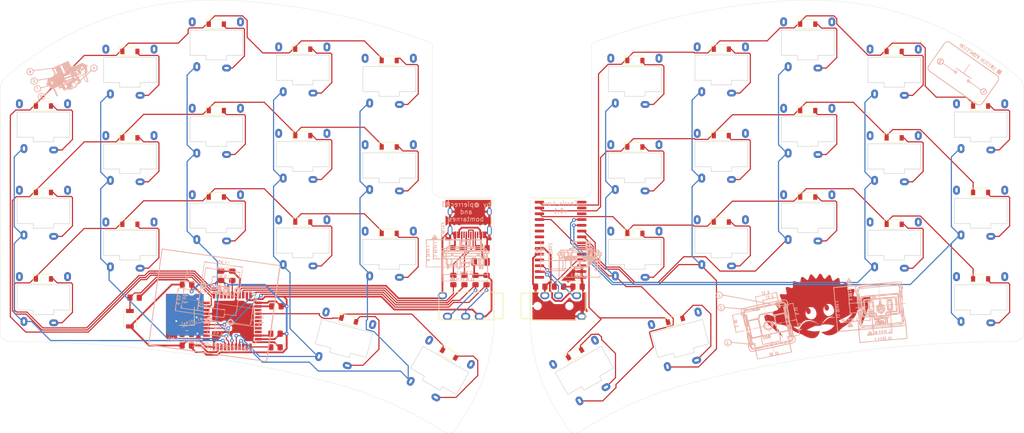
<source format=kicad_pcb>
(kicad_pcb (version 20171130) (host pcbnew 5.1.6)
  (layers (0 F.Cu signal) (31 B.Cu signal) (34 B.Paste user) (35 F.Paste user) (36 B.SilkS user) (37 F.SilkS user) (38 B.Mask user) (39 F.Mask user) (44 Edge.Cuts user))
  (net 0 "")
  (net 1 +5V)
  (net 2 "Net-(C1-Pad1)")
  (net 3 VCC)
  (net 4 "Net-(C8-Pad1)")
  (net 5 /col4)
  (net 6 "Net-(J1-PadA5)")
  (net 7 "Net-(J1-PadA7)")
  (net 8 "Net-(J1-PadA6)")
  (net 9 "Net-(J1-PadB5)")
  (net 10 "Net-(Jack0-PadR1)")
  (net 11 "Net-(Jack0-PadT)")
  (net 12 "Net-(Jack1-PadR1)")
  (net 13 "Net-(Jack1-PadT)")
  (net 14 /col0)
  (net 15 /col8)
  (net 16 /col5)
  (net 17 /col2)
  (net 18 /col1)
  (net 19 /col3)
  (net 20 /col6)
  (net 21 /col7)
  (net 22 "Net-(R1-Pad1)")
  (net 23 "Net-(R2-Pad2)")
  (net 24 /col9)
  (net 25 /row0,0)
  (net 26 /row1,0)
  (net 27 /row1,1)
  (net 28 /row0,1)
  (net 29 /row0,2)
  (net 30 /row0,3)
  (net 31 /row1,3)
  (net 32 /row1,2)
  (net 33 VDD)
  (net 34 VSS)
  (net 35 "Net-(D0_0-Pad2)")
  (net 36 "Net-(D0_1-Pad2)")
  (net 37 "Net-(D0_2-Pad2)")
  (net 38 "Net-(D0_3-Pad2)")
  (net 39 "Net-(D0_5-Pad2)")
  (net 40 "Net-(D0_6-Pad2)")
  (net 41 "Net-(D0_7-Pad2)")
  (net 42 "Net-(D0_8-Pad2)")
  (net 43 "Net-(D0_9-Pad2)")
  (net 44 "Net-(D1_0-Pad2)")
  (net 45 "Net-(D1_1-Pad2)")
  (net 46 "Net-(D1_2-Pad2)")
  (net 47 "Net-(D1_3-Pad2)")
  (net 48 "Net-(D1_4-Pad2)")
  (net 49 "Net-(D1_5-Pad2)")
  (net 50 "Net-(D1_6-Pad2)")
  (net 51 "Net-(D1_7-Pad2)")
  (net 52 "Net-(D1_8-Pad2)")
  (net 53 "Net-(D1_9-Pad2)")
  (net 54 "Net-(D2_0-Pad2)")
  (net 55 "Net-(D2_1-Pad2)")
  (net 56 "Net-(D2_2-Pad2)")
  (net 57 "Net-(D2_3-Pad2)")
  (net 58 "Net-(D2_4-Pad2)")
  (net 59 "Net-(D2_5-Pad2)")
  (net 60 "Net-(D2_6-Pad2)")
  (net 61 "Net-(D2_7-Pad2)")
  (net 62 "Net-(D2_8-Pad2)")
  (net 63 "Net-(D2_9-Pad2)")
  (net 64 "Net-(D3_3-Pad2)")
  (net 65 "Net-(D3_4-Pad2)")
  (net 66 "Net-(D3_5-Pad2)")
  (net 67 "Net-(D3_6-Pad2)")
  (net 68 "Net-(D0_4-Pad2)")
  (net 69 "Net-(C2-Pad2)")
  (net 70 /D-)
  (net 71 /D+)
  (net 72 "Net-(R9-Pad1)")
  (net 73 GND)
  (module switches:Choc_Mini_PG1232_MX_Spacing (layer F.Cu) (at 163 88 15)
    (fp_text reference K3_6 hide)
    (fp_text value KEYSW hide)
    (fp_line (start -5.8 2.6) (end -5.8 -2.95) (layer Edge.Cuts) (width 0.12))
    (fp_line (start -5.8 -2.95) (end 5.8 -2.95) (layer Edge.Cuts) (width 0.12))
    (fp_line (start -2.25 2.6) (end -5.8 2.6) (layer Edge.Cuts) (width 0.12))
    (fp_line (start 5.8 -2.95) (end 5.8 2.6) (layer Edge.Cuts) (width 0.12))
    (fp_line (start 2.25 2.6) (end 5.8 2.6) (layer Edge.Cuts) (width 0.12))
    (fp_line (start -2.25 3.6) (end 2.25 3.6) (layer Edge.Cuts) (width 0.12))
    (fp_line (start 2.25 3.6) (end 2.25 2.6) (layer Edge.Cuts) (width 0.12))
    (fp_line (start -2.25 2.6) (end -2.25 3.6) (layer Edge.Cuts) (width 0.12))
    (pad 1 thru_hole oval (at -4.3 5.1 15) (size 1.5 2) (drill oval 0.5 1) (layers *.Cu *.Mask) (net 20 /col6) (clearance 0.2))
    (pad 4 thru_hole oval (at -5.3 -4.75 15) (size 1.5 2) (drill oval 0.5 1) (layers *.Cu *.Mask) (clearance 0.2))
    (pad 2 thru_hole oval (at 2.25 5.4 15) (size 2 1.5) (drill oval 1 0.5) (layers *.Cu *.Mask) (net 67 "Net-(D3_6-Pad2)") (clearance 0.2))
    (pad 3 thru_hole oval (at 5.3 -4.75 15) (size 1.5 2) (drill oval 0.5 1) (layers *.Cu *.Mask) (clearance 0.2))
  )
  (module switches:Choc_Mini_PG1232_MX_Spacing (layer F.Cu) (at 142 95 30)
    (fp_text reference K3_5 hide)
    (fp_text value KEYSW hide)
    (fp_line (start -5.8 2.6) (end -5.8 -2.95) (layer Edge.Cuts) (width 0.12))
    (fp_line (start -5.8 -2.95) (end 5.8 -2.95) (layer Edge.Cuts) (width 0.12))
    (fp_line (start -2.25 2.6) (end -5.8 2.6) (layer Edge.Cuts) (width 0.12))
    (fp_line (start 5.8 -2.95) (end 5.8 2.6) (layer Edge.Cuts) (width 0.12))
    (fp_line (start 2.25 2.6) (end 5.8 2.6) (layer Edge.Cuts) (width 0.12))
    (fp_line (start -2.25 3.6) (end 2.25 3.6) (layer Edge.Cuts) (width 0.12))
    (fp_line (start 2.25 3.6) (end 2.25 2.6) (layer Edge.Cuts) (width 0.12))
    (fp_line (start -2.25 2.6) (end -2.25 3.6) (layer Edge.Cuts) (width 0.12))
    (pad 1 thru_hole oval (at -4.3 5.1 30) (size 1.5 2) (drill oval 0.5 1) (layers *.Cu *.Mask) (net 16 /col5) (clearance 0.2))
    (pad 4 thru_hole oval (at -5.3 -4.75 30) (size 1.5 2) (drill oval 0.5 1) (layers *.Cu *.Mask) (clearance 0.2))
    (pad 2 thru_hole oval (at 2.25 5.4 30) (size 2 1.5) (drill oval 1 0.5) (layers *.Cu *.Mask) (net 66 "Net-(D3_5-Pad2)") (clearance 0.2))
    (pad 3 thru_hole oval (at 5.3 -4.75 30) (size 1.5 2) (drill oval 0.5 1) (layers *.Cu *.Mask) (clearance 0.2))
  )
  (module switches:Choc_Mini_PG1232_MX_Spacing (layer F.Cu) (at 110 95 330)
    (fp_text reference K3_4 hide)
    (fp_text value KEYSW hide)
    (fp_line (start -5.8 2.6) (end -5.8 -2.95) (layer Edge.Cuts) (width 0.12))
    (fp_line (start -5.8 -2.95) (end 5.8 -2.95) (layer Edge.Cuts) (width 0.12))
    (fp_line (start -2.25 2.6) (end -5.8 2.6) (layer Edge.Cuts) (width 0.12))
    (fp_line (start 5.8 -2.95) (end 5.8 2.6) (layer Edge.Cuts) (width 0.12))
    (fp_line (start 2.25 2.6) (end 5.8 2.6) (layer Edge.Cuts) (width 0.12))
    (fp_line (start -2.25 3.6) (end 2.25 3.6) (layer Edge.Cuts) (width 0.12))
    (fp_line (start 2.25 3.6) (end 2.25 2.6) (layer Edge.Cuts) (width 0.12))
    (fp_line (start -2.25 2.6) (end -2.25 3.6) (layer Edge.Cuts) (width 0.12))
    (pad 1 thru_hole oval (at -4.3 5.1 330) (size 1.5 2) (drill oval 0.5 1) (layers *.Cu *.Mask) (net 5 /col4) (clearance 0.2))
    (pad 4 thru_hole oval (at -5.3 -4.75 330) (size 1.5 2) (drill oval 0.5 1) (layers *.Cu *.Mask) (clearance 0.2))
    (pad 2 thru_hole oval (at 2.25 5.4 330) (size 2 1.5) (drill oval 1 0.5) (layers *.Cu *.Mask) (net 65 "Net-(D3_4-Pad2)") (clearance 0.2))
    (pad 3 thru_hole oval (at 5.3 -4.75 330) (size 1.5 2) (drill oval 0.5 1) (layers *.Cu *.Mask) (clearance 0.2))
  )
  (module switches:Choc_Mini_PG1232_MX_Spacing (layer F.Cu) (at 89 88 345)
    (fp_text reference K3_3 hide)
    (fp_text value KEYSW hide)
    (fp_line (start -5.8 2.6) (end -5.8 -2.95) (layer Edge.Cuts) (width 0.12))
    (fp_line (start -5.8 -2.95) (end 5.8 -2.95) (layer Edge.Cuts) (width 0.12))
    (fp_line (start -2.25 2.6) (end -5.8 2.6) (layer Edge.Cuts) (width 0.12))
    (fp_line (start 5.8 -2.95) (end 5.8 2.6) (layer Edge.Cuts) (width 0.12))
    (fp_line (start 2.25 2.6) (end 5.8 2.6) (layer Edge.Cuts) (width 0.12))
    (fp_line (start -2.25 3.6) (end 2.25 3.6) (layer Edge.Cuts) (width 0.12))
    (fp_line (start 2.25 3.6) (end 2.25 2.6) (layer Edge.Cuts) (width 0.12))
    (fp_line (start -2.25 2.6) (end -2.25 3.6) (layer Edge.Cuts) (width 0.12))
    (pad 1 thru_hole oval (at -4.3 5.1 345) (size 1.5 2) (drill oval 0.5 1) (layers *.Cu *.Mask) (net 19 /col3) (clearance 0.2))
    (pad 4 thru_hole oval (at -5.3 -4.75 345) (size 1.5 2) (drill oval 0.5 1) (layers *.Cu *.Mask) (clearance 0.2))
    (pad 2 thru_hole oval (at 2.25 5.4 345) (size 2 1.5) (drill oval 1 0.5) (layers *.Cu *.Mask) (net 64 "Net-(D3_3-Pad2)") (clearance 0.2))
    (pad 3 thru_hole oval (at 5.3 -4.75 345) (size 1.5 2) (drill oval 0.5 1) (layers *.Cu *.Mask) (clearance 0.2))
  )
  (module switches:Choc_Mini_PG1232_MX_Spacing (layer F.Cu) (at 229 79)
    (fp_text reference K2_9 hide)
    (fp_text value KEYSW hide)
    (fp_line (start -5.8 2.6) (end -5.8 -2.95) (layer Edge.Cuts) (width 0.12))
    (fp_line (start -5.8 -2.95) (end 5.8 -2.95) (layer Edge.Cuts) (width 0.12))
    (fp_line (start -2.25 2.6) (end -5.8 2.6) (layer Edge.Cuts) (width 0.12))
    (fp_line (start 5.8 -2.95) (end 5.8 2.6) (layer Edge.Cuts) (width 0.12))
    (fp_line (start 2.25 2.6) (end 5.8 2.6) (layer Edge.Cuts) (width 0.12))
    (fp_line (start -2.25 3.6) (end 2.25 3.6) (layer Edge.Cuts) (width 0.12))
    (fp_line (start 2.25 3.6) (end 2.25 2.6) (layer Edge.Cuts) (width 0.12))
    (fp_line (start -2.25 2.6) (end -2.25 3.6) (layer Edge.Cuts) (width 0.12))
    (pad 1 thru_hole oval (at -4.3 5.1) (size 1.5 2) (drill oval 0.5 1) (layers *.Cu *.Mask) (net 24 /col9) (clearance 0.2))
    (pad 4 thru_hole oval (at -5.3 -4.75) (size 1.5 2) (drill oval 0.5 1) (layers *.Cu *.Mask) (clearance 0.2))
    (pad 2 thru_hole oval (at 2.25 5.4) (size 2 1.5) (drill oval 1 0.5) (layers *.Cu *.Mask) (net 63 "Net-(D2_9-Pad2)") (clearance 0.2))
    (pad 3 thru_hole oval (at 5.3 -4.75) (size 1.5 2) (drill oval 0.5 1) (layers *.Cu *.Mask) (clearance 0.2))
  )
  (module switches:Choc_Mini_PG1232_MX_Spacing (layer F.Cu) (at 210 67)
    (fp_text reference K2_8 hide)
    (fp_text value KEYSW hide)
    (fp_line (start -5.8 2.6) (end -5.8 -2.95) (layer Edge.Cuts) (width 0.12))
    (fp_line (start -5.8 -2.95) (end 5.8 -2.95) (layer Edge.Cuts) (width 0.12))
    (fp_line (start -2.25 2.6) (end -5.8 2.6) (layer Edge.Cuts) (width 0.12))
    (fp_line (start 5.8 -2.95) (end 5.8 2.6) (layer Edge.Cuts) (width 0.12))
    (fp_line (start 2.25 2.6) (end 5.8 2.6) (layer Edge.Cuts) (width 0.12))
    (fp_line (start -2.25 3.6) (end 2.25 3.6) (layer Edge.Cuts) (width 0.12))
    (fp_line (start 2.25 3.6) (end 2.25 2.6) (layer Edge.Cuts) (width 0.12))
    (fp_line (start -2.25 2.6) (end -2.25 3.6) (layer Edge.Cuts) (width 0.12))
    (pad 1 thru_hole oval (at -4.3 5.1) (size 1.5 2) (drill oval 0.5 1) (layers *.Cu *.Mask) (net 15 /col8) (clearance 0.2))
    (pad 4 thru_hole oval (at -5.3 -4.75) (size 1.5 2) (drill oval 0.5 1) (layers *.Cu *.Mask) (clearance 0.2))
    (pad 2 thru_hole oval (at 2.25 5.4) (size 2 1.5) (drill oval 1 0.5) (layers *.Cu *.Mask) (net 62 "Net-(D2_8-Pad2)") (clearance 0.2))
    (pad 3 thru_hole oval (at 5.3 -4.75) (size 1.5 2) (drill oval 0.5 1) (layers *.Cu *.Mask) (clearance 0.2))
  )
  (module switches:Choc_Mini_PG1232_MX_Spacing (layer F.Cu) (at 191 61)
    (fp_text reference K2_7 hide)
    (fp_text value KEYSW hide)
    (fp_line (start -5.8 2.6) (end -5.8 -2.95) (layer Edge.Cuts) (width 0.12))
    (fp_line (start -5.8 -2.95) (end 5.8 -2.95) (layer Edge.Cuts) (width 0.12))
    (fp_line (start -2.25 2.6) (end -5.8 2.6) (layer Edge.Cuts) (width 0.12))
    (fp_line (start 5.8 -2.95) (end 5.8 2.6) (layer Edge.Cuts) (width 0.12))
    (fp_line (start 2.25 2.6) (end 5.8 2.6) (layer Edge.Cuts) (width 0.12))
    (fp_line (start -2.25 3.6) (end 2.25 3.6) (layer Edge.Cuts) (width 0.12))
    (fp_line (start 2.25 3.6) (end 2.25 2.6) (layer Edge.Cuts) (width 0.12))
    (fp_line (start -2.25 2.6) (end -2.25 3.6) (layer Edge.Cuts) (width 0.12))
    (pad 1 thru_hole oval (at -4.3 5.1) (size 1.5 2) (drill oval 0.5 1) (layers *.Cu *.Mask) (net 21 /col7) (clearance 0.2))
    (pad 4 thru_hole oval (at -5.3 -4.75) (size 1.5 2) (drill oval 0.5 1) (layers *.Cu *.Mask) (clearance 0.2))
    (pad 2 thru_hole oval (at 2.25 5.4) (size 2 1.5) (drill oval 1 0.5) (layers *.Cu *.Mask) (net 61 "Net-(D2_7-Pad2)") (clearance 0.2))
    (pad 3 thru_hole oval (at 5.3 -4.75) (size 1.5 2) (drill oval 0.5 1) (layers *.Cu *.Mask) (clearance 0.2))
  )
  (module switches:Choc_Mini_PG1232_MX_Spacing (layer F.Cu) (at 172 66.5)
    (fp_text reference K2_6 hide)
    (fp_text value KEYSW hide)
    (fp_line (start -5.8 2.6) (end -5.8 -2.95) (layer Edge.Cuts) (width 0.12))
    (fp_line (start -5.8 -2.95) (end 5.8 -2.95) (layer Edge.Cuts) (width 0.12))
    (fp_line (start -2.25 2.6) (end -5.8 2.6) (layer Edge.Cuts) (width 0.12))
    (fp_line (start 5.8 -2.95) (end 5.8 2.6) (layer Edge.Cuts) (width 0.12))
    (fp_line (start 2.25 2.6) (end 5.8 2.6) (layer Edge.Cuts) (width 0.12))
    (fp_line (start -2.25 3.6) (end 2.25 3.6) (layer Edge.Cuts) (width 0.12))
    (fp_line (start 2.25 3.6) (end 2.25 2.6) (layer Edge.Cuts) (width 0.12))
    (fp_line (start -2.25 2.6) (end -2.25 3.6) (layer Edge.Cuts) (width 0.12))
    (pad 1 thru_hole oval (at -4.3 5.1) (size 1.5 2) (drill oval 0.5 1) (layers *.Cu *.Mask) (net 20 /col6) (clearance 0.2))
    (pad 4 thru_hole oval (at -5.3 -4.75) (size 1.5 2) (drill oval 0.5 1) (layers *.Cu *.Mask) (clearance 0.2))
    (pad 2 thru_hole oval (at 2.25 5.4) (size 2 1.5) (drill oval 1 0.5) (layers *.Cu *.Mask) (net 60 "Net-(D2_6-Pad2)") (clearance 0.2))
    (pad 3 thru_hole oval (at 5.3 -4.75) (size 1.5 2) (drill oval 0.5 1) (layers *.Cu *.Mask) (clearance 0.2))
  )
  (module switches:Choc_Mini_PG1232_MX_Spacing (layer F.Cu) (at 153 69)
    (fp_text reference K2_5 hide)
    (fp_text value KEYSW hide)
    (fp_line (start -5.8 2.6) (end -5.8 -2.95) (layer Edge.Cuts) (width 0.12))
    (fp_line (start -5.8 -2.95) (end 5.8 -2.95) (layer Edge.Cuts) (width 0.12))
    (fp_line (start -2.25 2.6) (end -5.8 2.6) (layer Edge.Cuts) (width 0.12))
    (fp_line (start 5.8 -2.95) (end 5.8 2.6) (layer Edge.Cuts) (width 0.12))
    (fp_line (start 2.25 2.6) (end 5.8 2.6) (layer Edge.Cuts) (width 0.12))
    (fp_line (start -2.25 3.6) (end 2.25 3.6) (layer Edge.Cuts) (width 0.12))
    (fp_line (start 2.25 3.6) (end 2.25 2.6) (layer Edge.Cuts) (width 0.12))
    (fp_line (start -2.25 2.6) (end -2.25 3.6) (layer Edge.Cuts) (width 0.12))
    (pad 1 thru_hole oval (at -4.3 5.1) (size 1.5 2) (drill oval 0.5 1) (layers *.Cu *.Mask) (net 16 /col5) (clearance 0.2))
    (pad 4 thru_hole oval (at -5.3 -4.75) (size 1.5 2) (drill oval 0.5 1) (layers *.Cu *.Mask) (clearance 0.2))
    (pad 2 thru_hole oval (at 2.25 5.4) (size 2 1.5) (drill oval 1 0.5) (layers *.Cu *.Mask) (net 59 "Net-(D2_5-Pad2)") (clearance 0.2))
    (pad 3 thru_hole oval (at 5.3 -4.75) (size 1.5 2) (drill oval 0.5 1) (layers *.Cu *.Mask) (clearance 0.2))
  )
  (module switches:Choc_Mini_PG1232_MX_Spacing (layer F.Cu) (at 99 69)
    (fp_text reference K2_4 hide)
    (fp_text value KEYSW hide)
    (fp_line (start -5.8 2.6) (end -5.8 -2.95) (layer Edge.Cuts) (width 0.12))
    (fp_line (start -5.8 -2.95) (end 5.8 -2.95) (layer Edge.Cuts) (width 0.12))
    (fp_line (start -2.25 2.6) (end -5.8 2.6) (layer Edge.Cuts) (width 0.12))
    (fp_line (start 5.8 -2.95) (end 5.8 2.6) (layer Edge.Cuts) (width 0.12))
    (fp_line (start 2.25 2.6) (end 5.8 2.6) (layer Edge.Cuts) (width 0.12))
    (fp_line (start -2.25 3.6) (end 2.25 3.6) (layer Edge.Cuts) (width 0.12))
    (fp_line (start 2.25 3.6) (end 2.25 2.6) (layer Edge.Cuts) (width 0.12))
    (fp_line (start -2.25 2.6) (end -2.25 3.6) (layer Edge.Cuts) (width 0.12))
    (pad 1 thru_hole oval (at -4.3 5.1) (size 1.5 2) (drill oval 0.5 1) (layers *.Cu *.Mask) (net 5 /col4) (clearance 0.2))
    (pad 4 thru_hole oval (at -5.3 -4.75) (size 1.5 2) (drill oval 0.5 1) (layers *.Cu *.Mask) (clearance 0.2))
    (pad 2 thru_hole oval (at 2.25 5.4) (size 2 1.5) (drill oval 1 0.5) (layers *.Cu *.Mask) (net 58 "Net-(D2_4-Pad2)") (clearance 0.2))
    (pad 3 thru_hole oval (at 5.3 -4.75) (size 1.5 2) (drill oval 0.5 1) (layers *.Cu *.Mask) (clearance 0.2))
  )
  (module switches:Choc_Mini_PG1232_MX_Spacing (layer F.Cu) (at 80 66.5)
    (fp_text reference K2_3 hide)
    (fp_text value KEYSW hide)
    (fp_line (start -5.8 2.6) (end -5.8 -2.95) (layer Edge.Cuts) (width 0.12))
    (fp_line (start -5.8 -2.95) (end 5.8 -2.95) (layer Edge.Cuts) (width 0.12))
    (fp_line (start -2.25 2.6) (end -5.8 2.6) (layer Edge.Cuts) (width 0.12))
    (fp_line (start 5.8 -2.95) (end 5.8 2.6) (layer Edge.Cuts) (width 0.12))
    (fp_line (start 2.25 2.6) (end 5.8 2.6) (layer Edge.Cuts) (width 0.12))
    (fp_line (start -2.25 3.6) (end 2.25 3.6) (layer Edge.Cuts) (width 0.12))
    (fp_line (start 2.25 3.6) (end 2.25 2.6) (layer Edge.Cuts) (width 0.12))
    (fp_line (start -2.25 2.6) (end -2.25 3.6) (layer Edge.Cuts) (width 0.12))
    (pad 1 thru_hole oval (at -4.3 5.1) (size 1.5 2) (drill oval 0.5 1) (layers *.Cu *.Mask) (net 19 /col3) (clearance 0.2))
    (pad 4 thru_hole oval (at -5.3 -4.75) (size 1.5 2) (drill oval 0.5 1) (layers *.Cu *.Mask) (clearance 0.2))
    (pad 2 thru_hole oval (at 2.25 5.4) (size 2 1.5) (drill oval 1 0.5) (layers *.Cu *.Mask) (net 57 "Net-(D2_3-Pad2)") (clearance 0.2))
    (pad 3 thru_hole oval (at 5.3 -4.75) (size 1.5 2) (drill oval 0.5 1) (layers *.Cu *.Mask) (clearance 0.2))
  )
  (module switches:Choc_Mini_PG1232_MX_Spacing (layer F.Cu) (at 61 61)
    (fp_text reference K2_2 hide)
    (fp_text value KEYSW hide)
    (fp_line (start -5.8 2.6) (end -5.8 -2.95) (layer Edge.Cuts) (width 0.12))
    (fp_line (start -5.8 -2.95) (end 5.8 -2.95) (layer Edge.Cuts) (width 0.12))
    (fp_line (start -2.25 2.6) (end -5.8 2.6) (layer Edge.Cuts) (width 0.12))
    (fp_line (start 5.8 -2.95) (end 5.8 2.6) (layer Edge.Cuts) (width 0.12))
    (fp_line (start 2.25 2.6) (end 5.8 2.6) (layer Edge.Cuts) (width 0.12))
    (fp_line (start -2.25 3.6) (end 2.25 3.6) (layer Edge.Cuts) (width 0.12))
    (fp_line (start 2.25 3.6) (end 2.25 2.6) (layer Edge.Cuts) (width 0.12))
    (fp_line (start -2.25 2.6) (end -2.25 3.6) (layer Edge.Cuts) (width 0.12))
    (pad 1 thru_hole oval (at -4.3 5.1) (size 1.5 2) (drill oval 0.5 1) (layers *.Cu *.Mask) (net 17 /col2) (clearance 0.2))
    (pad 4 thru_hole oval (at -5.3 -4.75) (size 1.5 2) (drill oval 0.5 1) (layers *.Cu *.Mask) (clearance 0.2))
    (pad 2 thru_hole oval (at 2.25 5.4) (size 2 1.5) (drill oval 1 0.5) (layers *.Cu *.Mask) (net 56 "Net-(D2_2-Pad2)") (clearance 0.2))
    (pad 3 thru_hole oval (at 5.3 -4.75) (size 1.5 2) (drill oval 0.5 1) (layers *.Cu *.Mask) (clearance 0.2))
  )
  (module switches:Choc_Mini_PG1232_MX_Spacing (layer F.Cu) (at 42 67)
    (fp_text reference K2_1 hide)
    (fp_text value KEYSW hide)
    (fp_line (start -5.8 2.6) (end -5.8 -2.95) (layer Edge.Cuts) (width 0.12))
    (fp_line (start -5.8 -2.95) (end 5.8 -2.95) (layer Edge.Cuts) (width 0.12))
    (fp_line (start -2.25 2.6) (end -5.8 2.6) (layer Edge.Cuts) (width 0.12))
    (fp_line (start 5.8 -2.95) (end 5.8 2.6) (layer Edge.Cuts) (width 0.12))
    (fp_line (start 2.25 2.6) (end 5.8 2.6) (layer Edge.Cuts) (width 0.12))
    (fp_line (start -2.25 3.6) (end 2.25 3.6) (layer Edge.Cuts) (width 0.12))
    (fp_line (start 2.25 3.6) (end 2.25 2.6) (layer Edge.Cuts) (width 0.12))
    (fp_line (start -2.25 2.6) (end -2.25 3.6) (layer Edge.Cuts) (width 0.12))
    (pad 1 thru_hole oval (at -4.3 5.1) (size 1.5 2) (drill oval 0.5 1) (layers *.Cu *.Mask) (net 18 /col1) (clearance 0.2))
    (pad 4 thru_hole oval (at -5.3 -4.75) (size 1.5 2) (drill oval 0.5 1) (layers *.Cu *.Mask) (clearance 0.2))
    (pad 2 thru_hole oval (at 2.25 5.4) (size 2 1.5) (drill oval 1 0.5) (layers *.Cu *.Mask) (net 55 "Net-(D2_1-Pad2)") (clearance 0.2))
    (pad 3 thru_hole oval (at 5.3 -4.75) (size 1.5 2) (drill oval 0.5 1) (layers *.Cu *.Mask) (clearance 0.2))
  )
  (module switches:Choc_Mini_PG1232_MX_Spacing (layer F.Cu) (at 23 79)
    (fp_text reference K2_0 hide)
    (fp_text value KEYSW hide)
    (fp_line (start -5.8 2.6) (end -5.8 -2.95) (layer Edge.Cuts) (width 0.12))
    (fp_line (start -5.8 -2.95) (end 5.8 -2.95) (layer Edge.Cuts) (width 0.12))
    (fp_line (start -2.25 2.6) (end -5.8 2.6) (layer Edge.Cuts) (width 0.12))
    (fp_line (start 5.8 -2.95) (end 5.8 2.6) (layer Edge.Cuts) (width 0.12))
    (fp_line (start 2.25 2.6) (end 5.8 2.6) (layer Edge.Cuts) (width 0.12))
    (fp_line (start -2.25 3.6) (end 2.25 3.6) (layer Edge.Cuts) (width 0.12))
    (fp_line (start 2.25 3.6) (end 2.25 2.6) (layer Edge.Cuts) (width 0.12))
    (fp_line (start -2.25 2.6) (end -2.25 3.6) (layer Edge.Cuts) (width 0.12))
    (pad 1 thru_hole oval (at -4.3 5.1) (size 1.5 2) (drill oval 0.5 1) (layers *.Cu *.Mask) (net 14 /col0) (clearance 0.2))
    (pad 4 thru_hole oval (at -5.3 -4.75) (size 1.5 2) (drill oval 0.5 1) (layers *.Cu *.Mask) (clearance 0.2))
    (pad 2 thru_hole oval (at 2.25 5.4) (size 2 1.5) (drill oval 1 0.5) (layers *.Cu *.Mask) (net 54 "Net-(D2_0-Pad2)") (clearance 0.2))
    (pad 3 thru_hole oval (at 5.3 -4.75) (size 1.5 2) (drill oval 0.5 1) (layers *.Cu *.Mask) (clearance 0.2))
  )
  (module switches:Choc_Mini_PG1232_MX_Spacing (layer F.Cu) (at 229 60)
    (fp_text reference K1_9 hide)
    (fp_text value KEYSW hide)
    (fp_line (start -5.8 2.6) (end -5.8 -2.95) (layer Edge.Cuts) (width 0.12))
    (fp_line (start -5.8 -2.95) (end 5.8 -2.95) (layer Edge.Cuts) (width 0.12))
    (fp_line (start -2.25 2.6) (end -5.8 2.6) (layer Edge.Cuts) (width 0.12))
    (fp_line (start 5.8 -2.95) (end 5.8 2.6) (layer Edge.Cuts) (width 0.12))
    (fp_line (start 2.25 2.6) (end 5.8 2.6) (layer Edge.Cuts) (width 0.12))
    (fp_line (start -2.25 3.6) (end 2.25 3.6) (layer Edge.Cuts) (width 0.12))
    (fp_line (start 2.25 3.6) (end 2.25 2.6) (layer Edge.Cuts) (width 0.12))
    (fp_line (start -2.25 2.6) (end -2.25 3.6) (layer Edge.Cuts) (width 0.12))
    (pad 1 thru_hole oval (at -4.3 5.1) (size 1.5 2) (drill oval 0.5 1) (layers *.Cu *.Mask) (net 24 /col9) (clearance 0.2))
    (pad 4 thru_hole oval (at -5.3 -4.75) (size 1.5 2) (drill oval 0.5 1) (layers *.Cu *.Mask) (clearance 0.2))
    (pad 2 thru_hole oval (at 2.25 5.4) (size 2 1.5) (drill oval 1 0.5) (layers *.Cu *.Mask) (net 53 "Net-(D1_9-Pad2)") (clearance 0.2))
    (pad 3 thru_hole oval (at 5.3 -4.75) (size 1.5 2) (drill oval 0.5 1) (layers *.Cu *.Mask) (clearance 0.2))
  )
  (module switches:Choc_Mini_PG1232_MX_Spacing (layer F.Cu) (at 210 48)
    (fp_text reference K1_8 hide)
    (fp_text value KEYSW hide)
    (fp_line (start -5.8 2.6) (end -5.8 -2.95) (layer Edge.Cuts) (width 0.12))
    (fp_line (start -5.8 -2.95) (end 5.8 -2.95) (layer Edge.Cuts) (width 0.12))
    (fp_line (start -2.25 2.6) (end -5.8 2.6) (layer Edge.Cuts) (width 0.12))
    (fp_line (start 5.8 -2.95) (end 5.8 2.6) (layer Edge.Cuts) (width 0.12))
    (fp_line (start 2.25 2.6) (end 5.8 2.6) (layer Edge.Cuts) (width 0.12))
    (fp_line (start -2.25 3.6) (end 2.25 3.6) (layer Edge.Cuts) (width 0.12))
    (fp_line (start 2.25 3.6) (end 2.25 2.6) (layer Edge.Cuts) (width 0.12))
    (fp_line (start -2.25 2.6) (end -2.25 3.6) (layer Edge.Cuts) (width 0.12))
    (pad 1 thru_hole oval (at -4.3 5.1) (size 1.5 2) (drill oval 0.5 1) (layers *.Cu *.Mask) (net 15 /col8) (clearance 0.2))
    (pad 4 thru_hole oval (at -5.3 -4.75) (size 1.5 2) (drill oval 0.5 1) (layers *.Cu *.Mask) (clearance 0.2))
    (pad 2 thru_hole oval (at 2.25 5.4) (size 2 1.5) (drill oval 1 0.5) (layers *.Cu *.Mask) (net 52 "Net-(D1_8-Pad2)") (clearance 0.2))
    (pad 3 thru_hole oval (at 5.3 -4.75) (size 1.5 2) (drill oval 0.5 1) (layers *.Cu *.Mask) (clearance 0.2))
  )
  (module switches:Choc_Mini_PG1232_MX_Spacing (layer F.Cu) (at 191 42)
    (fp_text reference K1_7 hide)
    (fp_text value KEYSW hide)
    (fp_line (start -5.8 2.6) (end -5.8 -2.95) (layer Edge.Cuts) (width 0.12))
    (fp_line (start -5.8 -2.95) (end 5.8 -2.95) (layer Edge.Cuts) (width 0.12))
    (fp_line (start -2.25 2.6) (end -5.8 2.6) (layer Edge.Cuts) (width 0.12))
    (fp_line (start 5.8 -2.95) (end 5.8 2.6) (layer Edge.Cuts) (width 0.12))
    (fp_line (start 2.25 2.6) (end 5.8 2.6) (layer Edge.Cuts) (width 0.12))
    (fp_line (start -2.25 3.6) (end 2.25 3.6) (layer Edge.Cuts) (width 0.12))
    (fp_line (start 2.25 3.6) (end 2.25 2.6) (layer Edge.Cuts) (width 0.12))
    (fp_line (start -2.25 2.6) (end -2.25 3.6) (layer Edge.Cuts) (width 0.12))
    (pad 1 thru_hole oval (at -4.3 5.1) (size 1.5 2) (drill oval 0.5 1) (layers *.Cu *.Mask) (net 21 /col7) (clearance 0.2))
    (pad 4 thru_hole oval (at -5.3 -4.75) (size 1.5 2) (drill oval 0.5 1) (layers *.Cu *.Mask) (clearance 0.2))
    (pad 2 thru_hole oval (at 2.25 5.4) (size 2 1.5) (drill oval 1 0.5) (layers *.Cu *.Mask) (net 51 "Net-(D1_7-Pad2)") (clearance 0.2))
    (pad 3 thru_hole oval (at 5.3 -4.75) (size 1.5 2) (drill oval 0.5 1) (layers *.Cu *.Mask) (clearance 0.2))
  )
  (module switches:Choc_Mini_PG1232_MX_Spacing (layer F.Cu) (at 172 47.5)
    (fp_text reference K1_6 hide)
    (fp_text value KEYSW hide)
    (fp_line (start -5.8 2.6) (end -5.8 -2.95) (layer Edge.Cuts) (width 0.12))
    (fp_line (start -5.8 -2.95) (end 5.8 -2.95) (layer Edge.Cuts) (width 0.12))
    (fp_line (start -2.25 2.6) (end -5.8 2.6) (layer Edge.Cuts) (width 0.12))
    (fp_line (start 5.8 -2.95) (end 5.8 2.6) (layer Edge.Cuts) (width 0.12))
    (fp_line (start 2.25 2.6) (end 5.8 2.6) (layer Edge.Cuts) (width 0.12))
    (fp_line (start -2.25 3.6) (end 2.25 3.6) (layer Edge.Cuts) (width 0.12))
    (fp_line (start 2.25 3.6) (end 2.25 2.6) (layer Edge.Cuts) (width 0.12))
    (fp_line (start -2.25 2.6) (end -2.25 3.6) (layer Edge.Cuts) (width 0.12))
    (pad 1 thru_hole oval (at -4.3 5.1) (size 1.5 2) (drill oval 0.5 1) (layers *.Cu *.Mask) (net 20 /col6) (clearance 0.2))
    (pad 4 thru_hole oval (at -5.3 -4.75) (size 1.5 2) (drill oval 0.5 1) (layers *.Cu *.Mask) (clearance 0.2))
    (pad 2 thru_hole oval (at 2.25 5.4) (size 2 1.5) (drill oval 1 0.5) (layers *.Cu *.Mask) (net 50 "Net-(D1_6-Pad2)") (clearance 0.2))
    (pad 3 thru_hole oval (at 5.3 -4.75) (size 1.5 2) (drill oval 0.5 1) (layers *.Cu *.Mask) (clearance 0.2))
  )
  (module switches:Choc_Mini_PG1232_MX_Spacing (layer F.Cu) (at 153 50)
    (fp_text reference K1_5 hide)
    (fp_text value KEYSW hide)
    (fp_line (start -5.8 2.6) (end -5.8 -2.95) (layer Edge.Cuts) (width 0.12))
    (fp_line (start -5.8 -2.95) (end 5.8 -2.95) (layer Edge.Cuts) (width 0.12))
    (fp_line (start -2.25 2.6) (end -5.8 2.6) (layer Edge.Cuts) (width 0.12))
    (fp_line (start 5.8 -2.95) (end 5.8 2.6) (layer Edge.Cuts) (width 0.12))
    (fp_line (start 2.25 2.6) (end 5.8 2.6) (layer Edge.Cuts) (width 0.12))
    (fp_line (start -2.25 3.6) (end 2.25 3.6) (layer Edge.Cuts) (width 0.12))
    (fp_line (start 2.25 3.6) (end 2.25 2.6) (layer Edge.Cuts) (width 0.12))
    (fp_line (start -2.25 2.6) (end -2.25 3.6) (layer Edge.Cuts) (width 0.12))
    (pad 1 thru_hole oval (at -4.3 5.1) (size 1.5 2) (drill oval 0.5 1) (layers *.Cu *.Mask) (net 16 /col5) (clearance 0.2))
    (pad 4 thru_hole oval (at -5.3 -4.75) (size 1.5 2) (drill oval 0.5 1) (layers *.Cu *.Mask) (clearance 0.2))
    (pad 2 thru_hole oval (at 2.25 5.4) (size 2 1.5) (drill oval 1 0.5) (layers *.Cu *.Mask) (net 49 "Net-(D1_5-Pad2)") (clearance 0.2))
    (pad 3 thru_hole oval (at 5.3 -4.75) (size 1.5 2) (drill oval 0.5 1) (layers *.Cu *.Mask) (clearance 0.2))
  )
  (module switches:Choc_Mini_PG1232_MX_Spacing (layer F.Cu) (at 99 50)
    (fp_text reference K1_4 hide)
    (fp_text value KEYSW hide)
    (fp_line (start -5.8 2.6) (end -5.8 -2.95) (layer Edge.Cuts) (width 0.12))
    (fp_line (start -5.8 -2.95) (end 5.8 -2.95) (layer Edge.Cuts) (width 0.12))
    (fp_line (start -2.25 2.6) (end -5.8 2.6) (layer Edge.Cuts) (width 0.12))
    (fp_line (start 5.8 -2.95) (end 5.8 2.6) (layer Edge.Cuts) (width 0.12))
    (fp_line (start 2.25 2.6) (end 5.8 2.6) (layer Edge.Cuts) (width 0.12))
    (fp_line (start -2.25 3.6) (end 2.25 3.6) (layer Edge.Cuts) (width 0.12))
    (fp_line (start 2.25 3.6) (end 2.25 2.6) (layer Edge.Cuts) (width 0.12))
    (fp_line (start -2.25 2.6) (end -2.25 3.6) (layer Edge.Cuts) (width 0.12))
    (pad 1 thru_hole oval (at -4.3 5.1) (size 1.5 2) (drill oval 0.5 1) (layers *.Cu *.Mask) (net 5 /col4) (clearance 0.2))
    (pad 4 thru_hole oval (at -5.3 -4.75) (size 1.5 2) (drill oval 0.5 1) (layers *.Cu *.Mask) (clearance 0.2))
    (pad 2 thru_hole oval (at 2.25 5.4) (size 2 1.5) (drill oval 1 0.5) (layers *.Cu *.Mask) (net 48 "Net-(D1_4-Pad2)") (clearance 0.2))
    (pad 3 thru_hole oval (at 5.3 -4.75) (size 1.5 2) (drill oval 0.5 1) (layers *.Cu *.Mask) (clearance 0.2))
  )
  (module switches:Choc_Mini_PG1232_MX_Spacing (layer F.Cu) (at 80 47.5)
    (fp_text reference K1_3 hide)
    (fp_text value KEYSW hide)
    (fp_line (start -5.8 2.6) (end -5.8 -2.95) (layer Edge.Cuts) (width 0.12))
    (fp_line (start -5.8 -2.95) (end 5.8 -2.95) (layer Edge.Cuts) (width 0.12))
    (fp_line (start -2.25 2.6) (end -5.8 2.6) (layer Edge.Cuts) (width 0.12))
    (fp_line (start 5.8 -2.95) (end 5.8 2.6) (layer Edge.Cuts) (width 0.12))
    (fp_line (start 2.25 2.6) (end 5.8 2.6) (layer Edge.Cuts) (width 0.12))
    (fp_line (start -2.25 3.6) (end 2.25 3.6) (layer Edge.Cuts) (width 0.12))
    (fp_line (start 2.25 3.6) (end 2.25 2.6) (layer Edge.Cuts) (width 0.12))
    (fp_line (start -2.25 2.6) (end -2.25 3.6) (layer Edge.Cuts) (width 0.12))
    (pad 1 thru_hole oval (at -4.3 5.1) (size 1.5 2) (drill oval 0.5 1) (layers *.Cu *.Mask) (net 19 /col3) (clearance 0.2))
    (pad 4 thru_hole oval (at -5.3 -4.75) (size 1.5 2) (drill oval 0.5 1) (layers *.Cu *.Mask) (clearance 0.2))
    (pad 2 thru_hole oval (at 2.25 5.4) (size 2 1.5) (drill oval 1 0.5) (layers *.Cu *.Mask) (net 47 "Net-(D1_3-Pad2)") (clearance 0.2))
    (pad 3 thru_hole oval (at 5.3 -4.75) (size 1.5 2) (drill oval 0.5 1) (layers *.Cu *.Mask) (clearance 0.2))
  )
  (module switches:Choc_Mini_PG1232_MX_Spacing (layer F.Cu) (at 61 42)
    (fp_text reference K1_2 hide)
    (fp_text value KEYSW hide)
    (fp_line (start -5.8 2.6) (end -5.8 -2.95) (layer Edge.Cuts) (width 0.12))
    (fp_line (start -5.8 -2.95) (end 5.8 -2.95) (layer Edge.Cuts) (width 0.12))
    (fp_line (start -2.25 2.6) (end -5.8 2.6) (layer Edge.Cuts) (width 0.12))
    (fp_line (start 5.8 -2.95) (end 5.8 2.6) (layer Edge.Cuts) (width 0.12))
    (fp_line (start 2.25 2.6) (end 5.8 2.6) (layer Edge.Cuts) (width 0.12))
    (fp_line (start -2.25 3.6) (end 2.25 3.6) (layer Edge.Cuts) (width 0.12))
    (fp_line (start 2.25 3.6) (end 2.25 2.6) (layer Edge.Cuts) (width 0.12))
    (fp_line (start -2.25 2.6) (end -2.25 3.6) (layer Edge.Cuts) (width 0.12))
    (pad 1 thru_hole oval (at -4.3 5.1) (size 1.5 2) (drill oval 0.5 1) (layers *.Cu *.Mask) (net 17 /col2) (clearance 0.2))
    (pad 4 thru_hole oval (at -5.3 -4.75) (size 1.5 2) (drill oval 0.5 1) (layers *.Cu *.Mask) (clearance 0.2))
    (pad 2 thru_hole oval (at 2.25 5.4) (size 2 1.5) (drill oval 1 0.5) (layers *.Cu *.Mask) (net 46 "Net-(D1_2-Pad2)") (clearance 0.2))
    (pad 3 thru_hole oval (at 5.3 -4.75) (size 1.5 2) (drill oval 0.5 1) (layers *.Cu *.Mask) (clearance 0.2))
  )
  (module switches:Choc_Mini_PG1232_MX_Spacing (layer F.Cu) (at 42 48)
    (fp_text reference K1_1 hide)
    (fp_text value KEYSW hide)
    (fp_line (start -5.8 2.6) (end -5.8 -2.95) (layer Edge.Cuts) (width 0.12))
    (fp_line (start -5.8 -2.95) (end 5.8 -2.95) (layer Edge.Cuts) (width 0.12))
    (fp_line (start -2.25 2.6) (end -5.8 2.6) (layer Edge.Cuts) (width 0.12))
    (fp_line (start 5.8 -2.95) (end 5.8 2.6) (layer Edge.Cuts) (width 0.12))
    (fp_line (start 2.25 2.6) (end 5.8 2.6) (layer Edge.Cuts) (width 0.12))
    (fp_line (start -2.25 3.6) (end 2.25 3.6) (layer Edge.Cuts) (width 0.12))
    (fp_line (start 2.25 3.6) (end 2.25 2.6) (layer Edge.Cuts) (width 0.12))
    (fp_line (start -2.25 2.6) (end -2.25 3.6) (layer Edge.Cuts) (width 0.12))
    (pad 1 thru_hole oval (at -4.3 5.1) (size 1.5 2) (drill oval 0.5 1) (layers *.Cu *.Mask) (net 18 /col1) (clearance 0.2))
    (pad 4 thru_hole oval (at -5.3 -4.75) (size 1.5 2) (drill oval 0.5 1) (layers *.Cu *.Mask) (clearance 0.2))
    (pad 2 thru_hole oval (at 2.25 5.4) (size 2 1.5) (drill oval 1 0.5) (layers *.Cu *.Mask) (net 45 "Net-(D1_1-Pad2)") (clearance 0.2))
    (pad 3 thru_hole oval (at 5.3 -4.75) (size 1.5 2) (drill oval 0.5 1) (layers *.Cu *.Mask) (clearance 0.2))
  )
  (module switches:Choc_Mini_PG1232_MX_Spacing (layer F.Cu) (at 23 60)
    (fp_text reference K1_0 hide)
    (fp_text value KEYSW hide)
    (fp_line (start -5.8 2.6) (end -5.8 -2.95) (layer Edge.Cuts) (width 0.12))
    (fp_line (start -5.8 -2.95) (end 5.8 -2.95) (layer Edge.Cuts) (width 0.12))
    (fp_line (start -2.25 2.6) (end -5.8 2.6) (layer Edge.Cuts) (width 0.12))
    (fp_line (start 5.8 -2.95) (end 5.8 2.6) (layer Edge.Cuts) (width 0.12))
    (fp_line (start 2.25 2.6) (end 5.8 2.6) (layer Edge.Cuts) (width 0.12))
    (fp_line (start -2.25 3.6) (end 2.25 3.6) (layer Edge.Cuts) (width 0.12))
    (fp_line (start 2.25 3.6) (end 2.25 2.6) (layer Edge.Cuts) (width 0.12))
    (fp_line (start -2.25 2.6) (end -2.25 3.6) (layer Edge.Cuts) (width 0.12))
    (pad 1 thru_hole oval (at -4.3 5.1) (size 1.5 2) (drill oval 0.5 1) (layers *.Cu *.Mask) (net 14 /col0) (clearance 0.2))
    (pad 4 thru_hole oval (at -5.3 -4.75) (size 1.5 2) (drill oval 0.5 1) (layers *.Cu *.Mask) (clearance 0.2))
    (pad 2 thru_hole oval (at 2.25 5.4) (size 2 1.5) (drill oval 1 0.5) (layers *.Cu *.Mask) (net 44 "Net-(D1_0-Pad2)") (clearance 0.2))
    (pad 3 thru_hole oval (at 5.3 -4.75) (size 1.5 2) (drill oval 0.5 1) (layers *.Cu *.Mask) (clearance 0.2))
  )
  (module switches:Choc_Mini_PG1232_MX_Spacing (layer F.Cu) (at 229 41)
    (fp_text reference K0_9 hide)
    (fp_text value KEYSW hide)
    (fp_line (start -5.8 2.6) (end -5.8 -2.95) (layer Edge.Cuts) (width 0.12))
    (fp_line (start -5.8 -2.95) (end 5.8 -2.95) (layer Edge.Cuts) (width 0.12))
    (fp_line (start -2.25 2.6) (end -5.8 2.6) (layer Edge.Cuts) (width 0.12))
    (fp_line (start 5.8 -2.95) (end 5.8 2.6) (layer Edge.Cuts) (width 0.12))
    (fp_line (start 2.25 2.6) (end 5.8 2.6) (layer Edge.Cuts) (width 0.12))
    (fp_line (start -2.25 3.6) (end 2.25 3.6) (layer Edge.Cuts) (width 0.12))
    (fp_line (start 2.25 3.6) (end 2.25 2.6) (layer Edge.Cuts) (width 0.12))
    (fp_line (start -2.25 2.6) (end -2.25 3.6) (layer Edge.Cuts) (width 0.12))
    (pad 1 thru_hole oval (at -4.3 5.1) (size 1.5 2) (drill oval 0.5 1) (layers *.Cu *.Mask) (net 24 /col9) (clearance 0.2))
    (pad 4 thru_hole oval (at -5.3 -4.75) (size 1.5 2) (drill oval 0.5 1) (layers *.Cu *.Mask) (clearance 0.2))
    (pad 2 thru_hole oval (at 2.25 5.4) (size 2 1.5) (drill oval 1 0.5) (layers *.Cu *.Mask) (net 43 "Net-(D0_9-Pad2)") (clearance 0.2))
    (pad 3 thru_hole oval (at 5.3 -4.75) (size 1.5 2) (drill oval 0.5 1) (layers *.Cu *.Mask) (clearance 0.2))
  )
  (module switches:Choc_Mini_PG1232_MX_Spacing (layer F.Cu) (at 210 29)
    (fp_text reference K0_8 hide)
    (fp_text value KEYSW hide)
    (fp_line (start -5.8 2.6) (end -5.8 -2.95) (layer Edge.Cuts) (width 0.12))
    (fp_line (start -5.8 -2.95) (end 5.8 -2.95) (layer Edge.Cuts) (width 0.12))
    (fp_line (start -2.25 2.6) (end -5.8 2.6) (layer Edge.Cuts) (width 0.12))
    (fp_line (start 5.8 -2.95) (end 5.8 2.6) (layer Edge.Cuts) (width 0.12))
    (fp_line (start 2.25 2.6) (end 5.8 2.6) (layer Edge.Cuts) (width 0.12))
    (fp_line (start -2.25 3.6) (end 2.25 3.6) (layer Edge.Cuts) (width 0.12))
    (fp_line (start 2.25 3.6) (end 2.25 2.6) (layer Edge.Cuts) (width 0.12))
    (fp_line (start -2.25 2.6) (end -2.25 3.6) (layer Edge.Cuts) (width 0.12))
    (pad 1 thru_hole oval (at -4.3 5.1) (size 1.5 2) (drill oval 0.5 1) (layers *.Cu *.Mask) (net 15 /col8) (clearance 0.2))
    (pad 4 thru_hole oval (at -5.3 -4.75) (size 1.5 2) (drill oval 0.5 1) (layers *.Cu *.Mask) (clearance 0.2))
    (pad 2 thru_hole oval (at 2.25 5.4) (size 2 1.5) (drill oval 1 0.5) (layers *.Cu *.Mask) (net 42 "Net-(D0_8-Pad2)") (clearance 0.2))
    (pad 3 thru_hole oval (at 5.3 -4.75) (size 1.5 2) (drill oval 0.5 1) (layers *.Cu *.Mask) (clearance 0.2))
  )
  (module switches:Choc_Mini_PG1232_MX_Spacing (layer F.Cu) (at 191 23)
    (fp_text reference K0_7 hide)
    (fp_text value KEYSW hide)
    (fp_line (start -5.8 2.6) (end -5.8 -2.95) (layer Edge.Cuts) (width 0.12))
    (fp_line (start -5.8 -2.95) (end 5.8 -2.95) (layer Edge.Cuts) (width 0.12))
    (fp_line (start -2.25 2.6) (end -5.8 2.6) (layer Edge.Cuts) (width 0.12))
    (fp_line (start 5.8 -2.95) (end 5.8 2.6) (layer Edge.Cuts) (width 0.12))
    (fp_line (start 2.25 2.6) (end 5.8 2.6) (layer Edge.Cuts) (width 0.12))
    (fp_line (start -2.25 3.6) (end 2.25 3.6) (layer Edge.Cuts) (width 0.12))
    (fp_line (start 2.25 3.6) (end 2.25 2.6) (layer Edge.Cuts) (width 0.12))
    (fp_line (start -2.25 2.6) (end -2.25 3.6) (layer Edge.Cuts) (width 0.12))
    (pad 1 thru_hole oval (at -4.3 5.1) (size 1.5 2) (drill oval 0.5 1) (layers *.Cu *.Mask) (net 21 /col7) (clearance 0.2))
    (pad 4 thru_hole oval (at -5.3 -4.75) (size 1.5 2) (drill oval 0.5 1) (layers *.Cu *.Mask) (clearance 0.2))
    (pad 2 thru_hole oval (at 2.25 5.4) (size 2 1.5) (drill oval 1 0.5) (layers *.Cu *.Mask) (net 41 "Net-(D0_7-Pad2)") (clearance 0.2))
    (pad 3 thru_hole oval (at 5.3 -4.75) (size 1.5 2) (drill oval 0.5 1) (layers *.Cu *.Mask) (clearance 0.2))
  )
  (module switches:Choc_Mini_PG1232_MX_Spacing (layer F.Cu) (at 172 28.5)
    (fp_text reference K0_6 hide)
    (fp_text value KEYSW hide)
    (fp_line (start -5.8 2.6) (end -5.8 -2.95) (layer Edge.Cuts) (width 0.12))
    (fp_line (start -5.8 -2.95) (end 5.8 -2.95) (layer Edge.Cuts) (width 0.12))
    (fp_line (start -2.25 2.6) (end -5.8 2.6) (layer Edge.Cuts) (width 0.12))
    (fp_line (start 5.8 -2.95) (end 5.8 2.6) (layer Edge.Cuts) (width 0.12))
    (fp_line (start 2.25 2.6) (end 5.8 2.6) (layer Edge.Cuts) (width 0.12))
    (fp_line (start -2.25 3.6) (end 2.25 3.6) (layer Edge.Cuts) (width 0.12))
    (fp_line (start 2.25 3.6) (end 2.25 2.6) (layer Edge.Cuts) (width 0.12))
    (fp_line (start -2.25 2.6) (end -2.25 3.6) (layer Edge.Cuts) (width 0.12))
    (pad 1 thru_hole oval (at -4.3 5.1) (size 1.5 2) (drill oval 0.5 1) (layers *.Cu *.Mask) (net 20 /col6) (clearance 0.2))
    (pad 4 thru_hole oval (at -5.3 -4.75) (size 1.5 2) (drill oval 0.5 1) (layers *.Cu *.Mask) (clearance 0.2))
    (pad 2 thru_hole oval (at 2.25 5.4) (size 2 1.5) (drill oval 1 0.5) (layers *.Cu *.Mask) (net 40 "Net-(D0_6-Pad2)") (clearance 0.2))
    (pad 3 thru_hole oval (at 5.3 -4.75) (size 1.5 2) (drill oval 0.5 1) (layers *.Cu *.Mask) (clearance 0.2))
  )
  (module switches:Choc_Mini_PG1232_MX_Spacing (layer F.Cu) (at 153 31)
    (fp_text reference K0_5 hide)
    (fp_text value KEYSW hide)
    (fp_line (start -5.8 2.6) (end -5.8 -2.95) (layer Edge.Cuts) (width 0.12))
    (fp_line (start -5.8 -2.95) (end 5.8 -2.95) (layer Edge.Cuts) (width 0.12))
    (fp_line (start -2.25 2.6) (end -5.8 2.6) (layer Edge.Cuts) (width 0.12))
    (fp_line (start 5.8 -2.95) (end 5.8 2.6) (layer Edge.Cuts) (width 0.12))
    (fp_line (start 2.25 2.6) (end 5.8 2.6) (layer Edge.Cuts) (width 0.12))
    (fp_line (start -2.25 3.6) (end 2.25 3.6) (layer Edge.Cuts) (width 0.12))
    (fp_line (start 2.25 3.6) (end 2.25 2.6) (layer Edge.Cuts) (width 0.12))
    (fp_line (start -2.25 2.6) (end -2.25 3.6) (layer Edge.Cuts) (width 0.12))
    (pad 1 thru_hole oval (at -4.3 5.1) (size 1.5 2) (drill oval 0.5 1) (layers *.Cu *.Mask) (net 16 /col5) (clearance 0.2))
    (pad 4 thru_hole oval (at -5.3 -4.75) (size 1.5 2) (drill oval 0.5 1) (layers *.Cu *.Mask) (clearance 0.2))
    (pad 2 thru_hole oval (at 2.25 5.4) (size 2 1.5) (drill oval 1 0.5) (layers *.Cu *.Mask) (net 39 "Net-(D0_5-Pad2)") (clearance 0.2))
    (pad 3 thru_hole oval (at 5.3 -4.75) (size 1.5 2) (drill oval 0.5 1) (layers *.Cu *.Mask) (clearance 0.2))
  )
  (module switches:Choc_Mini_PG1232_MX_Spacing (layer F.Cu) (at 99 31)
    (fp_text reference K0_4 hide)
    (fp_text value KEYSW hide)
    (fp_line (start -5.8 2.6) (end -5.8 -2.95) (layer Edge.Cuts) (width 0.12))
    (fp_line (start -5.8 -2.95) (end 5.8 -2.95) (layer Edge.Cuts) (width 0.12))
    (fp_line (start -2.25 2.6) (end -5.8 2.6) (layer Edge.Cuts) (width 0.12))
    (fp_line (start 5.8 -2.95) (end 5.8 2.6) (layer Edge.Cuts) (width 0.12))
    (fp_line (start 2.25 2.6) (end 5.8 2.6) (layer Edge.Cuts) (width 0.12))
    (fp_line (start -2.25 3.6) (end 2.25 3.6) (layer Edge.Cuts) (width 0.12))
    (fp_line (start 2.25 3.6) (end 2.25 2.6) (layer Edge.Cuts) (width 0.12))
    (fp_line (start -2.25 2.6) (end -2.25 3.6) (layer Edge.Cuts) (width 0.12))
    (pad 1 thru_hole oval (at -4.3 5.1) (size 1.5 2) (drill oval 0.5 1) (layers *.Cu *.Mask) (net 5 /col4) (clearance 0.2))
    (pad 4 thru_hole oval (at -5.3 -4.75) (size 1.5 2) (drill oval 0.5 1) (layers *.Cu *.Mask) (clearance 0.2))
    (pad 2 thru_hole oval (at 2.25 5.4) (size 2 1.5) (drill oval 1 0.5) (layers *.Cu *.Mask) (net 68 "Net-(D0_4-Pad2)") (clearance 0.2))
    (pad 3 thru_hole oval (at 5.3 -4.75) (size 1.5 2) (drill oval 0.5 1) (layers *.Cu *.Mask) (clearance 0.2))
  )
  (module switches:Choc_Mini_PG1232_MX_Spacing (layer F.Cu) (at 80 28.5)
    (fp_text reference K0_3 hide)
    (fp_text value KEYSW hide)
    (fp_line (start -5.8 2.6) (end -5.8 -2.95) (layer Edge.Cuts) (width 0.12))
    (fp_line (start -5.8 -2.95) (end 5.8 -2.95) (layer Edge.Cuts) (width 0.12))
    (fp_line (start -2.25 2.6) (end -5.8 2.6) (layer Edge.Cuts) (width 0.12))
    (fp_line (start 5.8 -2.95) (end 5.8 2.6) (layer Edge.Cuts) (width 0.12))
    (fp_line (start 2.25 2.6) (end 5.8 2.6) (layer Edge.Cuts) (width 0.12))
    (fp_line (start -2.25 3.6) (end 2.25 3.6) (layer Edge.Cuts) (width 0.12))
    (fp_line (start 2.25 3.6) (end 2.25 2.6) (layer Edge.Cuts) (width 0.12))
    (fp_line (start -2.25 2.6) (end -2.25 3.6) (layer Edge.Cuts) (width 0.12))
    (pad 1 thru_hole oval (at -4.3 5.1) (size 1.5 2) (drill oval 0.5 1) (layers *.Cu *.Mask) (net 19 /col3) (clearance 0.2))
    (pad 4 thru_hole oval (at -5.3 -4.75) (size 1.5 2) (drill oval 0.5 1) (layers *.Cu *.Mask) (clearance 0.2))
    (pad 2 thru_hole oval (at 2.25 5.4) (size 2 1.5) (drill oval 1 0.5) (layers *.Cu *.Mask) (net 38 "Net-(D0_3-Pad2)") (clearance 0.2))
    (pad 3 thru_hole oval (at 5.3 -4.75) (size 1.5 2) (drill oval 0.5 1) (layers *.Cu *.Mask) (clearance 0.2))
  )
  (module switches:Choc_Mini_PG1232_MX_Spacing (layer F.Cu) (at 61 23)
    (fp_text reference K0_2 hide)
    (fp_text value KEYSW hide)
    (fp_line (start -5.8 2.6) (end -5.8 -2.95) (layer Edge.Cuts) (width 0.12))
    (fp_line (start -5.8 -2.95) (end 5.8 -2.95) (layer Edge.Cuts) (width 0.12))
    (fp_line (start -2.25 2.6) (end -5.8 2.6) (layer Edge.Cuts) (width 0.12))
    (fp_line (start 5.8 -2.95) (end 5.8 2.6) (layer Edge.Cuts) (width 0.12))
    (fp_line (start 2.25 2.6) (end 5.8 2.6) (layer Edge.Cuts) (width 0.12))
    (fp_line (start -2.25 3.6) (end 2.25 3.6) (layer Edge.Cuts) (width 0.12))
    (fp_line (start 2.25 3.6) (end 2.25 2.6) (layer Edge.Cuts) (width 0.12))
    (fp_line (start -2.25 2.6) (end -2.25 3.6) (layer Edge.Cuts) (width 0.12))
    (pad 1 thru_hole oval (at -4.3 5.1) (size 1.5 2) (drill oval 0.5 1) (layers *.Cu *.Mask) (net 17 /col2) (clearance 0.2))
    (pad 4 thru_hole oval (at -5.3 -4.75) (size 1.5 2) (drill oval 0.5 1) (layers *.Cu *.Mask) (clearance 0.2))
    (pad 2 thru_hole oval (at 2.25 5.4) (size 2 1.5) (drill oval 1 0.5) (layers *.Cu *.Mask) (net 37 "Net-(D0_2-Pad2)") (clearance 0.2))
    (pad 3 thru_hole oval (at 5.3 -4.75) (size 1.5 2) (drill oval 0.5 1) (layers *.Cu *.Mask) (clearance 0.2))
  )
  (module switches:Choc_Mini_PG1232_MX_Spacing (layer F.Cu) (at 42 29)
    (fp_text reference K0_1 hide)
    (fp_text value KEYSW hide)
    (fp_line (start -5.8 2.6) (end -5.8 -2.95) (layer Edge.Cuts) (width 0.12))
    (fp_line (start -5.8 -2.95) (end 5.8 -2.95) (layer Edge.Cuts) (width 0.12))
    (fp_line (start -2.25 2.6) (end -5.8 2.6) (layer Edge.Cuts) (width 0.12))
    (fp_line (start 5.8 -2.95) (end 5.8 2.6) (layer Edge.Cuts) (width 0.12))
    (fp_line (start 2.25 2.6) (end 5.8 2.6) (layer Edge.Cuts) (width 0.12))
    (fp_line (start -2.25 3.6) (end 2.25 3.6) (layer Edge.Cuts) (width 0.12))
    (fp_line (start 2.25 3.6) (end 2.25 2.6) (layer Edge.Cuts) (width 0.12))
    (fp_line (start -2.25 2.6) (end -2.25 3.6) (layer Edge.Cuts) (width 0.12))
    (pad 1 thru_hole oval (at -4.3 5.1) (size 1.5 2) (drill oval 0.5 1) (layers *.Cu *.Mask) (net 18 /col1) (clearance 0.2))
    (pad 4 thru_hole oval (at -5.3 -4.75) (size 1.5 2) (drill oval 0.5 1) (layers *.Cu *.Mask) (clearance 0.2))
    (pad 2 thru_hole oval (at 2.25 5.4) (size 2 1.5) (drill oval 1 0.5) (layers *.Cu *.Mask) (net 36 "Net-(D0_1-Pad2)") (clearance 0.2))
    (pad 3 thru_hole oval (at 5.3 -4.75) (size 1.5 2) (drill oval 0.5 1) (layers *.Cu *.Mask) (clearance 0.2))
  )
  (module switches:Choc_Mini_PG1232_MX_Spacing (layer F.Cu) (at 23 41)
    (fp_text reference K0_0 hide)
    (fp_text value KEYSW hide)
    (fp_line (start -5.8 2.6) (end -5.8 -2.95) (layer Edge.Cuts) (width 0.12))
    (fp_line (start -5.8 -2.95) (end 5.8 -2.95) (layer Edge.Cuts) (width 0.12))
    (fp_line (start -2.25 2.6) (end -5.8 2.6) (layer Edge.Cuts) (width 0.12))
    (fp_line (start 5.8 -2.95) (end 5.8 2.6) (layer Edge.Cuts) (width 0.12))
    (fp_line (start 2.25 2.6) (end 5.8 2.6) (layer Edge.Cuts) (width 0.12))
    (fp_line (start -2.25 3.6) (end 2.25 3.6) (layer Edge.Cuts) (width 0.12))
    (fp_line (start 2.25 3.6) (end 2.25 2.6) (layer Edge.Cuts) (width 0.12))
    (fp_line (start -2.25 2.6) (end -2.25 3.6) (layer Edge.Cuts) (width 0.12))
    (pad 1 thru_hole oval (at -4.3 5.1) (size 1.5 2) (drill oval 0.5 1) (layers *.Cu *.Mask) (net 14 /col0) (clearance 0.2))
    (pad 4 thru_hole oval (at -5.3 -4.75) (size 1.5 2) (drill oval 0.5 1) (layers *.Cu *.Mask) (clearance 0.2))
    (pad 2 thru_hole oval (at 2.25 5.4) (size 2 1.5) (drill oval 1 0.5) (layers *.Cu *.Mask) (net 35 "Net-(D0_0-Pad2)") (clearance 0.2))
    (pad 3 thru_hole oval (at 5.3 -4.75) (size 1.5 2) (drill oval 0.5 1) (layers *.Cu *.Mask) (clearance 0.2))
  )
  (module silkscreens:pg1232_schematic (layer B.Cu) (at 225.23 29.52 145)
    (fp_text reference REF** hide)
    (fp_text value silk_pg1232_schematic hide)
  )
  (module silkscreens:pg1232_right (layer B.Cu) (at 140.78 70.49 180)
    (fp_text reference REF** hide)
    (fp_text value silk_pg1232_right hide)
  )
  (module silkscreens:pg1232_left (layer B.Cu) (at 115.65 69.81 180)
    (fp_text reference REF** hide)
    (fp_text value silk_pg1232_left hide)
  )
  (module silkscreens:pg1232_footprint (layer B.Cu) (at 61.3 80.28 172)
    (fp_text reference REF** hide)
    (fp_text value silk_pg1232_footprint hide)
  )
  (module silkscreens:pg1232_side (layer B.Cu) (at 27.88 30.25 205)
    (fp_text reference REF** hide)
    (fp_text value silk_pg1232_side hide)
  )
  (module copper_pads:ferris_low (layer F.Cu) (at 193.33 80.35 10)
    (fp_text reference G*** hide)
    (fp_text value LOGO hide)
    (fp_poly (pts (xy -0.409101 -6.764074) (xy -0.374641 -6.76144) (xy -0.350311 -6.756575) (xy -0.33613 -6.750947) (xy -0.315182 -6.738444) (xy -0.289477 -6.720673) (xy -0.262655 -6.700492) (xy -0.238351 -6.680758) (xy -0.220204 -6.66433) (xy -0.211851 -6.654064) (xy -0.211667 -6.653168) (xy -0.207205 -6.64318) (xy -0.195268 -6.622884) (xy -0.178029 -6.595889) (xy -0.169058 -6.582424) (xy -0.149337 -6.552446) (xy -0.133139 -6.52643) (xy -0.123004 -6.508513) (xy -0.121199 -6.50449) (xy -0.114193 -6.490547) (xy -0.100465 -6.467196) (xy -0.08276 -6.439069) (xy -0.07952 -6.434098) (xy -0.060877 -6.404541) (xy -0.045304 -6.377866) (xy -0.035824 -6.359281) (xy -0.035175 -6.357673) (xy -0.026687 -6.340873) (xy -0.011386 -6.315256) (xy 0.007724 -6.285803) (xy 0.011771 -6.279842) (xy 0.029942 -6.252204) (xy 0.043605 -6.229334) (xy 0.050431 -6.2152) (xy 0.0508 -6.213361) (xy 0.055267 -6.201961) (xy 0.066965 -6.181265) (xy 0.083006 -6.156293) (xy 0.104017 -6.123736) (xy 0.127675 -6.084831) (xy 0.148049 -6.049433) (xy 0.167442 -6.015756) (xy 0.187455 -5.983116) (xy 0.203939 -5.958266) (xy 0.204743 -5.957146) (xy 0.218802 -5.936066) (xy 0.227373 -5.920092) (xy 0.2286 -5.915748) (xy 0.233006 -5.905511) (xy 0.244872 -5.884691) (xy 0.262171 -5.85673) (xy 0.275166 -5.836663) (xy 0.294947 -5.805642) (xy 0.310594 -5.779226) (xy 0.320058 -5.760985) (xy 0.321921 -5.755295) (xy 0.326878 -5.741444) (xy 0.3383 -5.72356) (xy 0.345984 -5.715093) (xy 0.356033 -5.708657) (xy 0.371374 -5.70351) (xy 0.394932 -5.698909) (xy 0.429633 -5.69411) (xy 0.475695 -5.68868) (xy 0.5969 -5.674873) (xy 0.638108 -5.71822) (xy 0.667104 -5.749229) (xy 0.698689 -5.783764) (xy 0.718541 -5.805923) (xy 0.745124 -5.835715) (xy 0.773336 -5.866922) (xy 0.791633 -5.886892) (xy 0.813481 -5.910919) (xy 0.841207 -5.941974) (xy 0.869642 -5.974257) (xy 0.8763 -5.981891) (xy 0.906773 -6.016528) (xy 0.940427 -6.05419) (xy 0.970635 -6.087465) (xy 0.974276 -6.091421) (xy 1.000086 -6.119794) (xy 1.032222 -6.155688) (xy 1.065955 -6.193801) (xy 1.087817 -6.218766) (xy 1.117394 -6.252566) (xy 1.146209 -6.285215) (xy 1.170589 -6.312569) (xy 1.184574 -6.328008) (xy 1.228508 -6.375988) (xy 1.263522 -6.414756) (xy 1.292366 -6.447371) (xy 1.308845 -6.466416) (xy 1.327585 -6.486246) (xy 1.343259 -6.499315) (xy 1.350106 -6.502399) (xy 1.363295 -6.508163) (xy 1.375017 -6.51843) (xy 1.390139 -6.528955) (xy 1.416077 -6.541367) (xy 1.447323 -6.553044) (xy 1.448538 -6.553437) (xy 1.518151 -6.567489) (xy 1.586355 -6.564968) (xy 1.651734 -6.546235) (xy 1.712872 -6.511651) (xy 1.755338 -6.47528) (xy 1.773623 -6.455967) (xy 1.788586 -6.436997) (xy 1.802127 -6.41497) (xy 1.816148 -6.386488) (xy 1.832549 -6.348151) (xy 1.848317 -6.308963) (xy 1.865076 -6.265727) (xy 1.879303 -6.227083) (xy 1.889892 -6.196191) (xy 1.895736 -6.176211) (xy 1.896533 -6.171265) (xy 1.900667 -6.149695) (xy 1.904679 -6.140335) (xy 1.912325 -6.124126) (xy 1.923643 -6.097237) (xy 1.937222 -6.063362) (xy 1.951649 -6.026198) (xy 1.965513 -5.989441) (xy 1.977403 -5.956785) (xy 1.985906 -5.931927) (xy 1.989611 -5.918562) (xy 1.989666 -5.917851) (xy 1.992584 -5.905914) (xy 2.000364 -5.882177) (xy 2.011548 -5.850549) (xy 2.024675 -5.81494) (xy 2.038288 -5.77926) (xy 2.050926 -5.747416) (xy 2.061131 -5.723319) (xy 2.066131 -5.712998) (xy 2.073116 -5.691937) (xy 2.074333 -5.680411) (xy 2.077805 -5.660246) (xy 2.086183 -5.636401) (xy 2.086433 -5.635846) (xy 2.104955 -5.592219) (xy 2.12553 -5.539331) (xy 2.145546 -5.484199) (xy 2.162393 -5.43384) (xy 2.166289 -5.421213) (xy 2.176491 -5.390814) (xy 2.186476 -5.366901) (xy 2.19428 -5.354098) (xy 2.195049 -5.353479) (xy 2.206496 -5.348371) (xy 2.23077 -5.338998) (xy 2.26467 -5.326552) (xy 2.304992 -5.312225) (xy 2.319479 -5.307178) (xy 2.433485 -5.267657) (xy 2.467693 -5.29411) (xy 2.492466 -5.314042) (xy 2.515042 -5.333454) (xy 2.522104 -5.339981) (xy 2.538697 -5.353434) (xy 2.551289 -5.359494) (xy 2.551738 -5.359519) (xy 2.562628 -5.364905) (xy 2.581293 -5.378759) (xy 2.599266 -5.394152) (xy 2.624684 -5.415526) (xy 2.649559 -5.433811) (xy 2.662766 -5.441901) (xy 2.682889 -5.454089) (xy 2.696395 -5.465241) (xy 2.696633 -5.465527) (xy 2.706548 -5.474439) (xy 2.727126 -5.490844) (xy 2.755288 -5.512346) (xy 2.785533 -5.534773) (xy 2.818408 -5.559292) (xy 2.846936 -5.581425) (xy 2.867874 -5.598604) (xy 2.877587 -5.607746) (xy 2.891206 -5.619233) (xy 2.89912 -5.621866) (xy 2.90994 -5.62702) (xy 2.929572 -5.640658) (xy 2.954142 -5.660048) (xy 2.9591 -5.6642) (xy 2.984269 -5.684395) (xy 3.005357 -5.699353) (xy 3.018442 -5.706334) (xy 3.019696 -5.706533) (xy 3.033005 -5.712952) (xy 3.036996 -5.717878) (xy 3.046162 -5.727051) (xy 3.066181 -5.743739) (xy 3.094139 -5.7656) (xy 3.127118 -5.790295) (xy 3.128433 -5.791259) (xy 3.161064 -5.815562) (xy 3.188347 -5.83663) (xy 3.20754 -5.852289) (xy 3.215898 -5.86037) (xy 3.215998 -5.860573) (xy 3.224753 -5.868631) (xy 3.243212 -5.880085) (xy 3.251098 -5.884281) (xy 3.274907 -5.897988) (xy 3.293824 -5.911511) (xy 3.296939 -5.914348) (xy 3.325196 -5.933205) (xy 3.365643 -5.947668) (xy 3.413865 -5.956641) (xy 3.465441 -5.959031) (xy 3.475566 -5.958633) (xy 3.547116 -5.946916) (xy 3.610878 -5.920685) (xy 3.665442 -5.881114) (xy 3.709395 -5.829378) (xy 3.741327 -5.76665) (xy 3.753299 -5.7277) (xy 3.762312 -5.687133) (xy 3.772843 -5.634014) (xy 3.784173 -5.572574) (xy 3.79558 -5.507044) (xy 3.806346 -5.441656) (xy 3.815749 -5.380641) (xy 3.82307 -5.328231) (xy 3.827027 -5.294519) (xy 3.831669 -5.255467) (xy 3.83859 -5.206047) (xy 3.846865 -5.152514) (xy 3.855568 -5.101127) (xy 3.855808 -5.099785) (xy 3.865866 -5.042291) (xy 3.876911 -4.976485) (xy 3.889248 -4.900474) (xy 3.903183 -4.812362) (xy 3.919021 -4.710254) (xy 3.92709 -4.657666) (xy 3.930298 -4.640182) (xy 3.935581 -4.627501) (xy 3.946002 -4.616719) (xy 3.964624 -4.604932) (xy 3.994509 -4.589235) (xy 4.004733 -4.584038) (xy 4.036883 -4.567447) (xy 4.063579 -4.553165) (xy 4.080993 -4.543264) (xy 4.085167 -4.540488) (xy 4.097416 -4.532035) (xy 4.117757 -4.519429) (xy 4.12513 -4.515068) (xy 4.156628 -4.496669) (xy 4.222497 -4.529315) (xy 4.257547 -4.546553) (xy 4.301746 -4.568097) (xy 4.348957 -4.590963) (xy 4.385733 -4.608666) (xy 4.418701 -4.624464) (xy 4.450596 -4.63971) (xy 4.483741 -4.655506) (xy 4.520458 -4.672953) (xy 4.563071 -4.693154) (xy 4.613903 -4.717212) (xy 4.675275 -4.746228) (xy 4.749512 -4.781305) (xy 4.754033 -4.783441) (xy 4.803098 -4.806726) (xy 4.858892 -4.833369) (xy 4.912922 -4.859308) (xy 4.9403 -4.872525) (xy 5.003315 -4.902844) (xy 5.053569 -4.926409) (xy 5.093436 -4.94406) (xy 5.125289 -4.956638) (xy 5.1515 -4.964984) (xy 5.174443 -4.969939) (xy 5.196491 -4.972345) (xy 5.220018 -4.973043) (xy 5.223933 -4.973052) (xy 5.29333 -4.965063) (xy 5.357363 -4.942238) (xy 5.414255 -4.906289) (xy 5.462231 -4.85893) (xy 5.499515 -4.801872) (xy 5.524329 -4.736829) (xy 5.534489 -4.673599) (xy 5.534778 -4.655415) (xy 5.534422 -4.621949) (xy 5.533468 -4.574838) (xy 5.531964 -4.515721) (xy 5.529957 -4.446234) (xy 5.527495 -4.368014) (xy 5.524625 -4.282699) (xy 5.521395 -4.191927) (xy 5.517852 -4.097335) (xy 5.517547 -4.0894) (xy 5.497151 -3.560233) (xy 5.527759 -3.533069) (xy 5.54793 -3.516967) (xy 5.564261 -3.50704) (xy 5.569216 -3.505552) (xy 5.581692 -3.49843) (xy 5.584524 -3.493579) (xy 5.592854 -3.483122) (xy 5.611085 -3.465538) (xy 5.635754 -3.444101) (xy 5.644029 -3.437298) (xy 5.699074 -3.392637) (xy 5.749242 -3.406585) (xy 5.778698 -3.41408) (xy 5.803375 -3.419143) (xy 5.815245 -3.420533) (xy 5.828141 -3.422696) (xy 5.854487 -3.428711) (xy 5.891425 -3.437871) (xy 5.936096 -3.449466) (xy 5.985644 -3.462787) (xy 5.985933 -3.462866) (xy 6.03585 -3.476231) (xy 6.081251 -3.487862) (xy 6.119186 -3.497043) (xy 6.1467 -3.503061) (xy 6.160786 -3.5052) (xy 6.174804 -3.507406) (xy 6.202307 -3.513562) (xy 6.240496 -3.522975) (xy 6.286574 -3.534949) (xy 6.337741 -3.54879) (xy 6.348501 -3.551766) (xy 6.40017 -3.565881) (xy 6.44713 -3.578277) (xy 6.486632 -3.588261) (xy 6.515926 -3.595142) (xy 6.532262 -3.598231) (xy 6.533795 -3.598333) (xy 6.54858 -3.60041) (xy 6.575813 -3.606063) (xy 6.611604 -3.614428) (xy 6.651769 -3.624563) (xy 6.716684 -3.63932) (xy 6.770384 -3.646036) (xy 6.816601 -3.644635) (xy 6.859064 -3.635037) (xy 6.896944 -3.61943) (xy 6.922142 -3.607841) (xy 6.941644 -3.600178) (xy 6.949072 -3.598333) (xy 6.958613 -3.592234) (xy 6.975013 -3.576246) (xy 6.994678 -3.553883) (xy 7.014058 -3.530784) (xy 7.02946 -3.513162) (xy 7.037471 -3.504903) (xy 7.044098 -3.495157) (xy 7.054545 -3.474974) (xy 7.062246 -3.458337) (xy 7.070695 -3.436722) (xy 7.076134 -3.414673) (xy 7.079144 -3.387712) (xy 7.080304 -3.351366) (xy 7.080333 -3.318933) (xy 7.079787 -3.283914) (xy 7.078202 -3.253275) (xy 7.075002 -3.223493) (xy 7.069616 -3.191042) (xy 7.061469 -3.152401) (xy 7.049988 -3.104046) (xy 7.036624 -3.050478) (xy 7.023624 -2.998096) (xy 7.012192 -2.950424) (xy 7.002958 -2.910213) (xy 6.996548 -2.880217) (xy 6.993592 -2.863188) (xy 6.993467 -2.861306) (xy 6.991469 -2.848089) (xy 6.985874 -2.82108) (xy 6.977277 -2.78289) (xy 6.966273 -2.736134) (xy 6.953458 -2.683425) (xy 6.9469 -2.657021) (xy 6.93343 -2.602379) (xy 6.921484 -2.55243) (xy 6.911661 -2.509792) (xy 6.904556 -2.477083) (xy 6.900765 -2.456919) (xy 6.900297 -2.452493) (xy 6.898305 -2.437888) (xy 6.892863 -2.410412) (xy 6.884728 -2.373599) (xy 6.874658 -2.330981) (xy 6.871108 -2.316516) (xy 6.841954 -2.198866) (xy 6.871144 -2.163244) (xy 6.887472 -2.141599) (xy 6.898065 -2.124258) (xy 6.900333 -2.117645) (xy 6.907075 -2.105998) (xy 6.911909 -2.103226) (xy 6.922254 -2.094536) (xy 6.938808 -2.075733) (xy 6.958209 -2.050672) (xy 6.960593 -2.047394) (xy 6.9977 -1.996005) (xy 7.1374 -2.00084) (xy 7.254221 -2.004702) (xy 7.369368 -2.008162) (xy 7.481498 -2.011198) (xy 7.589272 -2.013792) (xy 7.691346 -2.015924) (xy 7.78638 -2.017575) (xy 7.873032 -2.018724) (xy 7.94996 -2.019353) (xy 8.015824 -2.01944) (xy 8.06928 -2.018968) (xy 8.108989 -2.017916) (xy 8.133608 -2.016264) (xy 8.138578 -2.015507) (xy 8.186773 -1.997867) (xy 8.234387 -1.966624) (xy 8.277841 -1.924843) (xy 8.313556 -1.875586) (xy 8.32353 -1.857219) (xy 8.336297 -1.830571) (xy 8.344609 -1.808951) (xy 8.349417 -1.787364) (xy 8.351675 -1.760813) (xy 8.352336 -1.7243) (xy 8.352367 -1.706033) (xy 8.351962 -1.663152) (xy 8.350217 -1.632341) (xy 8.346337 -1.608742) (xy 8.339525 -1.5875) (xy 8.329083 -1.563965) (xy 8.316986 -1.537379) (xy 8.308568 -1.516655) (xy 8.3058 -1.507097) (xy 8.302336 -1.496709) (xy 8.292925 -1.474452) (xy 8.279035 -1.443678) (xy 8.263467 -1.410518) (xy 8.246725 -1.374722) (xy 8.233109 -1.344203) (xy 8.224095 -1.322362) (xy 8.221133 -1.312854) (xy 8.217669 -1.302018) (xy 8.208256 -1.27936) (xy 8.194365 -1.248277) (xy 8.1788 -1.214966) (xy 8.162085 -1.179193) (xy 8.148482 -1.148781) (xy 8.139461 -1.127101) (xy 8.136467 -1.117734) (xy 8.133007 -1.1073) (xy 8.123556 -1.084804) (xy 8.109506 -1.053425) (xy 8.092246 -1.016339) (xy 8.0899 -1.011391) (xy 8.072343 -0.973876) (xy 8.057814 -0.941737) (xy 8.047701 -0.918128) (xy 8.043394 -0.906201) (xy 8.043333 -0.905676) (xy 8.039899 -0.895268) (xy 8.030604 -0.873111) (xy 8.016963 -0.842697) (xy 8.004119 -0.815154) (xy 7.98668 -0.777644) (xy 7.970988 -0.742646) (xy 7.959149 -0.714923) (xy 7.954401 -0.702733) (xy 7.944389 -0.677148) (xy 7.930959 -0.646006) (xy 7.924297 -0.631495) (xy 7.904697 -0.58989) (xy 7.93257 -0.534128) (xy 7.95087 -0.497701) (xy 7.972336 -0.455244) (xy 7.992398 -0.41579) (xy 7.99287 -0.414866) (xy 8.004625 -0.391204) (xy 8.013807 -0.374059) (xy 8.023243 -0.362048) (xy 8.03576 -0.353784) (xy 8.054186 -0.347883) (xy 8.081347 -0.342958) (xy 8.120071 -0.337624) (xy 8.161867 -0.332051) (xy 8.186353 -0.328362) (xy 8.224241 -0.322212) (xy 8.272269 -0.314151) (xy 8.327176 -0.304731) (xy 8.385699 -0.2945) (xy 8.411633 -0.289906) (xy 8.474742 -0.278699) (xy 8.549701 -0.265422) (xy 8.631678 -0.250928) (xy 8.715844 -0.236072) (xy 8.79737 -0.221705) (xy 8.856133 -0.211369) (xy 8.925673 -0.198806) (xy 8.988746 -0.186744) (xy 9.043306 -0.175617) (xy 9.087305 -0.165859) (xy 9.118699 -0.157902) (xy 9.13544 -0.152182) (xy 9.135533 -0.152135) (xy 9.164278 -0.133322) (xy 9.196381 -0.106407) (xy 9.226624 -0.076329) (xy 9.24979 -0.048033) (xy 9.256124 -0.037922) (xy 9.285502 0.033071) (xy 9.299714 0.108772) (xy 9.298489 0.185838) (xy 9.281558 0.260923) (xy 9.280515 0.263939) (xy 9.270044 0.29109) (xy 9.258454 0.31293) (xy 9.242626 0.33367) (xy 9.219435 0.357517) (xy 9.192594 0.382472) (xy 9.16139 0.410998) (xy 9.131916 0.438117) (xy 9.108239 0.460078) (xy 9.097789 0.4699) (xy 9.077824 0.488596) (xy 9.047479 0.516639) (xy 9.008945 0.552026) (xy 8.964409 0.592756) (xy 8.91606 0.636827) (xy 8.866087 0.682237) (xy 8.82015 0.723847) (xy 8.789551 0.751691) (xy 8.764084 0.775203) (xy 8.746077 0.792205) (xy 8.737863 0.800521) (xy 8.7376 0.800956) (xy 8.744714 0.800509) (xy 8.763692 0.794449) (xy 8.790982 0.784173) (xy 8.823034 0.771083) (xy 8.8563 0.756577) (xy 8.887228 0.742055) (xy 8.888107 0.741622) (xy 8.917772 0.727434) (xy 8.941831 0.716778) (xy 8.956108 0.711477) (xy 8.957749 0.7112) (xy 8.968133 0.70742) (xy 8.989905 0.697202) (xy 9.019592 0.682229) (xy 9.045012 0.668867) (xy 9.078705 0.651382) (xy 9.107466 0.637412) (xy 9.127682 0.628656) (xy 9.135017 0.626534) (xy 9.146831 0.622589) (xy 9.169289 0.61204) (xy 9.19841 0.596813) (xy 9.212397 0.589078) (xy 9.244562 0.571591) (xy 9.273153 0.557115) (xy 9.293545 0.547956) (xy 9.298284 0.54632) (xy 9.313455 0.54067) (xy 9.339975 0.529367) (xy 9.37394 0.514119) (xy 9.406945 0.498768) (xy 9.460881 0.474993) (xy 9.505606 0.459439) (xy 9.545741 0.450563) (xy 9.555111 0.449267) (xy 9.590673 0.442433) (xy 9.636287 0.430051) (xy 9.686624 0.413656) (xy 9.7155 0.403061) (xy 9.754553 0.388364) (xy 9.788244 0.376201) (xy 9.813244 0.367738) (xy 9.826226 0.364138) (xy 9.826843 0.364088) (xy 9.837784 0.361231) (xy 9.861582 0.353363) (xy 9.895278 0.341514) (xy 9.93591 0.326716) (xy 9.960655 0.3175) (xy 10.004093 0.301473) (xy 10.042473 0.287828) (xy 10.07277 0.277603) (xy 10.091957 0.271833) (xy 10.096692 0.270934) (xy 10.108859 0.267979) (xy 10.133243 0.259926) (xy 10.166347 0.247992) (xy 10.204678 0.233393) (xy 10.20611 0.232834) (xy 10.303558 0.194734) (xy 10.425283 0.194734) (xy 10.520544 0.196632) (xy 10.62346 0.202054) (xy 10.730499 0.21059) (xy 10.838132 0.221829) (xy 10.942828 0.235361) (xy 11.041058 0.250776) (xy 11.129291 0.267664) (xy 11.2014 0.284905) (xy 11.229137 0.293421) (xy 11.263574 0.305382) (xy 11.300361 0.319103) (xy 11.335147 0.3329) (xy 11.363581 0.345087) (xy 11.381314 0.353981) (xy 11.383433 0.355393) (xy 11.397601 0.362028) (xy 11.41451 0.367125) (xy 11.432808 0.37641) (xy 11.457775 0.39531) (xy 11.485701 0.420213) (xy 11.512877 0.44751) (xy 11.535597 0.473591) (xy 11.55015 0.494845) (xy 11.553088 0.502035) (xy 11.555332 0.520659) (xy 11.556396 0.550679) (xy 11.556129 0.586589) (xy 11.555725 0.598756) (xy 11.55364 0.636411) (xy 11.549893 0.663197) (xy 11.542819 0.685178) (xy 11.530758 0.708419) (xy 11.521417 0.7239) (xy 11.500436 0.760696) (xy 11.479121 0.802417) (xy 11.46659 0.829734) (xy 11.449824 0.866611) (xy 11.429267 0.908523) (xy 11.411145 0.94309) (xy 11.396028 0.971871) (xy 11.38484 0.995431) (xy 11.37959 1.009475) (xy 11.37943 1.010823) (xy 11.378574 1.015551) (xy 11.375391 1.024427) (xy 11.369189 1.038914) (xy 11.359278 1.060474) (xy 11.344966 1.090568) (xy 11.325563 1.130659) (xy 11.300376 1.18221) (xy 11.268714 1.246681) (xy 11.248903 1.286934) (xy 11.230851 1.32419) (xy 11.215941 1.356099) (xy 11.205594 1.379534) (xy 11.201232 1.391371) (xy 11.201178 1.391899) (xy 11.197739 1.402093) (xy 11.188219 1.424152) (xy 11.174093 1.454788) (xy 11.157542 1.489265) (xy 11.133897 1.537937) (xy 11.110287 1.587156) (xy 11.0853 1.639926) (xy 11.05752 1.699249) (xy 11.025535 1.768127) (xy 10.989695 1.845734) (xy 10.967165 1.89444) (xy 10.943406 1.945509) (xy 10.921063 1.993274) (xy 10.902782 2.032065) (xy 10.900803 2.036234) (xy 10.882235 2.075347) (xy 10.859498 2.123298) (xy 10.835658 2.173616) (xy 10.816526 2.214034) (xy 10.792565 2.264536) (xy 10.765448 2.321469) (xy 10.73894 2.376936) (xy 10.721639 2.413001) (xy 10.698266 2.461676) (xy 10.672288 2.51589) (xy 10.647383 2.567959) (xy 10.632438 2.599267) (xy 10.60705 2.652407) (xy 10.586683 2.694722) (xy 10.569147 2.730707) (xy 10.552251 2.764856) (xy 10.533803 2.801666) (xy 10.533399 2.802467) (xy 10.503651 2.861871) (xy 10.476692 2.916324) (xy 10.453419 2.963965) (xy 10.434729 3.002935) (xy 10.421521 3.031372) (xy 10.414691 3.047415) (xy 10.413937 3.050097) (xy 10.410087 3.059717) (xy 10.399645 3.080659) (xy 10.384361 3.109506) (xy 10.371667 3.132667) (xy 10.353966 3.165398) (xy 10.3399 3.193032) (xy 10.331236 3.211998) (xy 10.329333 3.218164) (xy 10.324857 3.231104) (xy 10.314061 3.249466) (xy 10.313766 3.249893) (xy 10.301062 3.270649) (xy 10.282336 3.305022) (xy 10.257282 3.353596) (xy 10.225591 3.416954) (xy 10.221805 3.424612) (xy 10.213501 3.44094) (xy 10.199049 3.468869) (xy 10.180204 3.505024) (xy 10.158723 3.54603) (xy 10.149114 3.564312) (xy 10.125645 3.609193) (xy 10.102767 3.653433) (xy 10.082697 3.692714) (xy 10.06765 3.722718) (xy 10.064301 3.729567) (xy 10.049943 3.757761) (xy 10.036866 3.780955) (xy 10.0287 3.793067) (xy 10.020213 3.805991) (xy 10.006665 3.830015) (xy 9.990351 3.860987) (xy 9.981898 3.877734) (xy 9.965122 3.910609) (xy 9.950055 3.938611) (xy 9.938963 3.957591) (xy 9.935619 3.962401) (xy 9.927554 3.97478) (xy 9.913761 3.998567) (xy 9.896296 4.030132) (xy 9.880418 4.059767) (xy 9.861963 4.094002) (xy 9.845925 4.122446) (xy 9.834164 4.141882) (xy 9.828847 4.148964) (xy 9.821365 4.159145) (xy 9.811586 4.178547) (xy 9.809495 4.183398) (xy 9.798167 4.206253) (xy 9.780844 4.236716) (xy 9.761055 4.269015) (xy 9.742326 4.297377) (xy 9.729074 4.315017) (xy 9.720597 4.328705) (xy 9.709927 4.350682) (xy 9.707105 4.357235) (xy 9.694571 4.382666) (xy 9.681013 4.403849) (xy 9.678614 4.406785) (xy 9.668104 4.420829) (xy 9.651294 4.445531) (xy 9.630713 4.477102) (xy 9.613772 4.503897) (xy 9.592024 4.537963) (xy 9.572032 4.56784) (xy 9.556322 4.589832) (xy 9.548654 4.599147) (xy 9.536941 4.614941) (xy 9.533467 4.62551) (xy 9.528365 4.638051) (xy 9.51535 4.657673) (xy 9.505674 4.66996) (xy 9.488799 4.692564) (xy 9.467477 4.724506) (xy 9.445345 4.760247) (xy 9.436832 4.774797) (xy 9.417969 4.806868) (xy 9.401136 4.834031) (xy 9.388771 4.852415) (xy 9.384746 4.857397) (xy 9.373327 4.874423) (xy 9.367977 4.887434) (xy 9.361091 4.902339) (xy 9.347803 4.925675) (xy 9.330718 4.953413) (xy 9.312437 4.981522) (xy 9.295562 5.005973) (xy 9.282696 5.022733) (xy 9.27735 5.027789) (xy 9.271471 5.037539) (xy 9.271 5.042071) (xy 9.26646 5.054068) (xy 9.25441 5.075689) (xy 9.237206 5.102797) (xy 9.23224 5.110145) (xy 9.213265 5.138501) (xy 9.197809 5.162773) (xy 9.188651 5.178569) (xy 9.187733 5.18053) (xy 9.180268 5.194206) (xy 9.166179 5.216922) (xy 9.148489 5.243804) (xy 9.148176 5.244268) (xy 9.127191 5.275996) (xy 9.106647 5.308214) (xy 9.0932 5.330255) (xy 9.07663 5.357382) (xy 9.055758 5.390132) (xy 9.040283 5.413638) (xy 9.007007 5.46335) (xy 8.981675 5.501409) (xy 8.962748 5.53019) (xy 8.948689 5.55207) (xy 8.937958 5.569424) (xy 8.929016 5.584628) (xy 8.925314 5.591138) (xy 8.909879 5.616323) (xy 8.89472 5.637723) (xy 8.890295 5.643034) (xy 8.878823 5.657842) (xy 8.861582 5.682552) (xy 8.841686 5.71265) (xy 8.834771 5.723467) (xy 8.81319 5.756321) (xy 8.791617 5.787151) (xy 8.773922 5.810474) (xy 8.770307 5.814778) (xy 8.755348 5.834135) (xy 8.746798 5.849449) (xy 8.746026 5.852878) (xy 8.740644 5.864547) (xy 8.726907 5.883217) (xy 8.715778 5.89606) (xy 8.693064 5.922925) (xy 8.671525 5.951745) (xy 8.664912 5.961676) (xy 8.64515 5.986192) (xy 8.627513 5.994033) (xy 8.612261 5.985195) (xy 8.600673 5.96265) (xy 8.596196 5.942928) (xy 8.592957 5.911718) (xy 8.590876 5.86754) (xy 8.589873 5.808912) (xy 8.589762 5.761567) (xy 8.590158 5.698694) (xy 8.591302 5.648429) (xy 8.59354 5.606455) (xy 8.59722 5.568451) (xy 8.602687 5.5301) (xy 8.610287 5.48708) (xy 8.612852 5.47357) (xy 8.622199 5.426596) (xy 8.631725 5.381741) (xy 8.640427 5.343535) (xy 8.647304 5.316511) (xy 8.648415 5.312704) (xy 8.655965 5.283578) (xy 8.660611 5.257511) (xy 8.661308 5.248226) (xy 8.6629 5.236202) (xy 8.667845 5.215268) (xy 8.67649 5.184266) (xy 8.689185 5.14204) (xy 8.706279 5.087432) (xy 8.728122 5.019287) (xy 8.755062 4.936447) (xy 8.75934 4.923367) (xy 8.766222 4.902737) (xy 8.772784 4.884497) (xy 8.780618 4.864723) (xy 8.791313 4.83949) (xy 8.80646 4.804873) (xy 8.817213 4.780527) (xy 8.828678 4.753016) (xy 8.836632 4.730883) (xy 8.8392 4.720036) (xy 8.84278 4.708465) (xy 8.85249 4.685325) (xy 8.866783 4.654141) (xy 8.881533 4.623626) (xy 8.898488 4.588613) (xy 8.912208 4.55891) (xy 8.921157 4.537935) (xy 8.923867 4.529454) (xy 8.927806 4.518875) (xy 8.938427 4.497186) (xy 8.953935 4.467935) (xy 8.9662 4.44581) (xy 8.983975 4.413515) (xy 8.998075 4.386446) (xy 9.006704 4.368133) (xy 9.008533 4.362508) (xy 9.012266 4.352023) (xy 9.022355 4.330116) (xy 9.037138 4.300279) (xy 9.050321 4.274768) (xy 9.069708 4.236392) (xy 9.087565 4.198441) (xy 9.101313 4.166513) (xy 9.106346 4.153084) (xy 9.117388 4.123486) (xy 9.132538 4.086726) (xy 9.148189 4.051484) (xy 9.162448 4.019781) (xy 9.17437 3.991482) (xy 9.181598 3.972207) (xy 9.182009 3.970867) (xy 9.189066 3.950967) (xy 9.201859 3.918908) (xy 9.219042 3.877914) (xy 9.239272 3.831209) (xy 9.255062 3.795648) (xy 9.264728 3.771761) (xy 9.270388 3.753241) (xy 9.271 3.748762) (xy 9.274142 3.736295) (xy 9.282552 3.712494) (xy 9.294707 3.681535) (xy 9.301261 3.665748) (xy 9.317535 3.626051) (xy 9.333593 3.584942) (xy 9.346501 3.549973) (xy 9.348815 3.543301) (xy 9.370738 3.479697) (xy 9.39006 3.425237) (xy 9.405994 3.382089) (xy 9.417755 3.352419) (xy 9.419754 3.347804) (xy 9.428526 3.32456) (xy 9.438381 3.293417) (xy 9.443867 3.273686) (xy 9.450963 3.248628) (xy 9.46215 3.211699) (xy 9.476127 3.167082) (xy 9.491593 3.118959) (xy 9.498899 3.096649) (xy 9.536252 2.977913) (xy 9.572155 2.853484) (xy 9.605139 2.728871) (xy 9.633735 2.609579) (xy 9.65303 2.518834) (xy 9.664517 2.458376) (xy 9.672534 2.409162) (xy 9.677655 2.365991) (xy 9.680454 2.323664) (xy 9.681506 2.276981) (xy 9.681568 2.260601) (xy 9.681393 2.213915) (xy 9.680493 2.180789) (xy 9.678403 2.15785) (xy 9.674656 2.141728) (xy 9.668785 2.129049) (xy 9.661933 2.118681) (xy 9.642233 2.091061) (xy 9.620575 2.108097) (xy 9.60263 2.119988) (xy 9.589269 2.125129) (xy 9.589016 2.125134) (xy 9.576772 2.129397) (xy 9.555906 2.14035) (xy 9.53984 2.150041) (xy 9.514474 2.165184) (xy 9.478168 2.18554) (xy 9.432892 2.210111) (xy 9.380616 2.237894) (xy 9.323312 2.267888) (xy 9.26295 2.299093) (xy 9.201499 2.330508) (xy 9.140931 2.36113) (xy 9.083216 2.389961) (xy 9.030324 2.415998) (xy 8.984226 2.43824) (xy 8.946893 2.455686) (xy 8.920293 2.467335) (xy 8.906399 2.472187) (xy 8.90557 2.472267) (xy 8.892567 2.475962) (xy 8.868108 2.486018) (xy 8.83571 2.500893) (xy 8.799398 2.518788) (xy 8.763185 2.536829) (xy 8.732061 2.551617) (xy 8.709328 2.561633) (xy 8.698288 2.565355) (xy 8.698262 2.565355) (xy 8.687143 2.568787) (xy 8.664155 2.578086) (xy 8.632704 2.591813) (xy 8.5979 2.607734) (xy 8.561666 2.624327) (xy 8.53077 2.637868) (xy 8.508571 2.646923) (xy 8.498566 2.650067) (xy 8.487732 2.653184) (xy 8.465327 2.661457) (xy 8.435298 2.673266) (xy 8.401594 2.686994) (xy 8.368162 2.701021) (xy 8.33895 2.713729) (xy 8.317907 2.7235) (xy 8.312265 2.726445) (xy 8.291641 2.733288) (xy 8.278165 2.734734) (xy 8.249107 2.742396) (xy 8.22786 2.76316) (xy 8.218887 2.787625) (xy 8.213387 2.807032) (xy 8.202186 2.836973) (xy 8.187103 2.872811) (xy 8.175392 2.898535) (xy 8.159496 2.932991) (xy 8.146735 2.961915) (xy 8.138613 2.981816) (xy 8.136467 2.98885) (xy 8.132818 2.997872) (xy 8.122757 3.019312) (xy 8.107608 3.050525) (xy 8.088698 3.088868) (xy 8.067351 3.131696) (xy 8.044895 3.176366) (xy 8.022654 3.220234) (xy 8.001955 3.260655) (xy 7.984122 3.294986) (xy 7.970483 3.320583) (xy 7.966714 3.327401) (xy 7.944232 3.366282) (xy 7.922939 3.401153) (xy 7.905058 3.428493) (xy 7.892812 3.444783) (xy 7.892051 3.445598) (xy 7.88047 3.461986) (xy 7.869073 3.484391) (xy 7.868829 3.484971) (xy 7.857417 3.507378) (xy 7.845527 3.523994) (xy 7.845265 3.524259) (xy 7.835495 3.53606) (xy 7.818721 3.55832) (xy 7.797533 3.587548) (xy 7.780339 3.611886) (xy 7.749821 3.655402) (xy 7.726446 3.688199) (xy 7.707769 3.713516) (xy 7.691348 3.734591) (xy 7.674737 3.754664) (xy 7.657504 3.774665) (xy 7.63531 3.801076) (xy 7.614823 3.826983) (xy 7.604679 3.840812) (xy 7.586876 3.864229) (xy 7.565 3.890031) (xy 7.558708 3.89692) (xy 7.540053 3.91725) (xy 7.514877 3.945179) (xy 7.487809 3.975562) (xy 7.4803 3.984059) (xy 7.456072 4.010417) (xy 7.420427 4.047561) (xy 7.37423 4.094624) (xy 7.318347 4.150737) (xy 7.253642 4.21503) (xy 7.180982 4.286635) (xy 7.101232 4.364682) (xy 7.09762 4.368206) (xy 7.075354 4.38917) (xy 7.057643 4.404459) (xy 7.047994 4.411066) (xy 7.047585 4.411134) (xy 7.038882 4.416438) (xy 7.021232 4.430496) (xy 6.998085 4.450526) (xy 6.992459 4.455584) (xy 6.960629 4.484323) (xy 6.934034 4.508019) (xy 6.91009 4.528774) (xy 6.886213 4.548691) (xy 6.859819 4.56987) (xy 6.828325 4.594414) (xy 6.789148 4.624424) (xy 6.739702 4.662003) (xy 6.725118 4.673066) (xy 6.693025 4.697769) (xy 6.666225 4.71908) (xy 6.647436 4.734792) (xy 6.639373 4.742695) (xy 6.639302 4.742842) (xy 6.630426 4.750742) (xy 6.612404 4.761082) (xy 6.609669 4.76241) (xy 6.586648 4.776106) (xy 6.5605 4.795454) (xy 6.551259 4.803293) (xy 6.527266 4.822851) (xy 6.50386 4.839132) (xy 6.496226 4.843526) (xy 6.474457 4.856557) (xy 6.444788 4.876607) (xy 6.412453 4.900006) (xy 6.382684 4.923082) (xy 6.381653 4.92392) (xy 6.366898 4.933603) (xy 6.359534 4.936067) (xy 6.349967 4.940815) (xy 6.330359 4.953538) (xy 6.304141 4.971952) (xy 6.289781 4.982465) (xy 6.260532 5.003035) (xy 6.234988 5.018969) (xy 6.217057 5.027912) (xy 6.212417 5.029032) (xy 6.199826 5.032183) (xy 6.197585 5.035551) (xy 6.190978 5.043153) (xy 6.17395 5.05611) (xy 6.157368 5.067051) (xy 6.13287 5.083043) (xy 6.113304 5.096989) (xy 6.105978 5.103035) (xy 6.090674 5.112425) (xy 6.083645 5.113867) (xy 6.071027 5.118398) (xy 6.049942 5.130116) (xy 6.031333 5.142178) (xy 6.003961 5.159796) (xy 5.968246 5.181158) (xy 5.930909 5.202272) (xy 5.922433 5.20687) (xy 5.89203 5.223561) (xy 5.867676 5.23761) (xy 5.852994 5.246897) (xy 5.850467 5.249009) (xy 5.841545 5.255125) (xy 5.820179 5.267553) (xy 5.788986 5.284866) (xy 5.750583 5.305638) (xy 5.707587 5.328442) (xy 5.662616 5.351854) (xy 5.647267 5.359737) (xy 5.62148 5.37295) (xy 5.601794 5.383158) (xy 5.58355 5.392849) (xy 5.562091 5.404515) (xy 5.532758 5.420645) (xy 5.513997 5.430989) (xy 5.482897 5.447733) (xy 5.457234 5.460792) (xy 5.440681 5.468334) (xy 5.436853 5.469467) (xy 5.426391 5.473295) (xy 5.40531 5.483439) (xy 5.377736 5.49789) (xy 5.371156 5.501475) (xy 5.338606 5.518705) (xy 5.307629 5.534037) (xy 5.284538 5.544356) (xy 5.2832 5.54488) (xy 5.262251 5.553809) (xy 5.231546 5.567948) (xy 5.196416 5.584819) (xy 5.1816 5.592134) (xy 5.14759 5.608652) (xy 5.117097 5.622698) (xy 5.094798 5.632151) (xy 5.088467 5.634407) (xy 5.072848 5.640324) (xy 5.045624 5.651806) (xy 5.010525 5.667239) (xy 4.971282 5.685008) (xy 4.968304 5.686377) (xy 4.930346 5.703537) (xy 4.897647 5.717742) (xy 4.87342 5.727638) (xy 4.860879 5.73187) (xy 4.860262 5.731934) (xy 4.847615 5.735229) (xy 4.826144 5.743553) (xy 4.815324 5.748311) (xy 4.755657 5.775288) (xy 4.710326 5.795203) (xy 4.678452 5.808427) (xy 4.659157 5.815329) (xy 4.65287 5.8166) (xy 4.641689 5.819651) (xy 4.61812 5.827998) (xy 4.585408 5.840436) (xy 4.5468 5.855757) (xy 4.538969 5.858934) (xy 4.499465 5.874689) (xy 4.465092 5.887784) (xy 4.439142 5.897009) (xy 4.424911 5.901154) (xy 4.423814 5.901267) (xy 4.401217 5.905729) (xy 4.370431 5.917342) (xy 4.337069 5.933444) (xy 4.306743 5.951373) (xy 4.287941 5.965698) (xy 4.268764 5.982219) (xy 4.254529 5.992595) (xy 4.250394 5.9944) (xy 4.241296 5.999608) (xy 4.223682 6.013198) (xy 4.203484 6.030384) (xy 4.176912 6.052708) (xy 4.1507 6.072867) (xy 4.135483 6.0833) (xy 4.113353 6.098154) (xy 4.08551 6.118325) (xy 4.067041 6.132408) (xy 4.019474 6.169071) (xy 3.974832 6.202472) (xy 3.935655 6.230779) (xy 3.904479 6.25216) (xy 3.883841 6.264783) (xy 3.883354 6.265037) (xy 3.859795 6.279967) (xy 3.836823 6.298471) (xy 3.836789 6.298502) (xy 3.813658 6.317185) (xy 3.78688 6.335059) (xy 3.783713 6.336899) (xy 3.761351 6.350531) (xy 3.731502 6.369933) (xy 3.700447 6.391017) (xy 3.699046 6.391993) (xy 3.666849 6.413619) (xy 3.634282 6.434162) (xy 3.608342 6.44921) (xy 3.608134 6.449321) (xy 3.583255 6.46387) (xy 3.563079 6.477913) (xy 3.557512 6.482745) (xy 3.541166 6.495041) (xy 3.517319 6.50878) (xy 3.509612 6.51257) (xy 3.484468 6.525775) (xy 3.452739 6.544333) (xy 3.424766 6.561985) (xy 3.396103 6.58023) (xy 3.370141 6.595684) (xy 3.3528 6.604853) (xy 3.331898 6.614824) (xy 3.318933 6.621763) (xy 3.304554 6.629814) (xy 3.281349 6.642403) (xy 3.264501 6.651402) (xy 3.238952 6.665931) (xy 3.218535 6.679246) (xy 3.21098 6.685344) (xy 3.19495 6.695366) (xy 3.186542 6.697134) (xy 3.174156 6.701045) (xy 3.150826 6.711596) (xy 3.120301 6.72701) (xy 3.097158 6.739467) (xy 3.064139 6.75715) (xy 3.036049 6.771208) (xy 3.01652 6.77988) (xy 3.009915 6.7818) (xy 2.998636 6.785417) (xy 2.975607 6.795272) (xy 2.944145 6.809876) (xy 2.907567 6.827737) (xy 2.906307 6.828367) (xy 2.868957 6.846406) (xy 2.835895 6.861191) (xy 2.810688 6.871205) (xy 2.796899 6.874933) (xy 2.79683 6.874934) (xy 2.779014 6.878418) (xy 2.77241 6.882206) (xy 2.757473 6.890928) (xy 2.728681 6.903532) (xy 2.68845 6.919221) (xy 2.639197 6.937192) (xy 2.58334 6.956647) (xy 2.523295 6.976785) (xy 2.461479 6.996806) (xy 2.40031 7.01591) (xy 2.342204 7.033296) (xy 2.289578 7.048165) (xy 2.244849 7.059716) (xy 2.218266 7.065655) (xy 2.17374 7.074641) (xy 2.122769 7.084999) (xy 2.075489 7.094668) (xy 2.0701 7.095776) (xy 2.0109 7.107464) (xy 1.957222 7.11678) (xy 1.905988 7.123961) (xy 1.854118 7.129248) (xy 1.798532 7.13288) (xy 1.736152 7.135097) (xy 1.663899 7.136138) (xy 1.578692 7.136242) (xy 1.551225 7.136132) (xy 1.485319 7.135711) (xy 1.423888 7.135129) (xy 1.369254 7.134424) (xy 1.323736 7.133632) (xy 1.289655 7.132789) (xy 1.26933 7.131933) (xy 1.265766 7.131621) (xy 1.227788 7.125873) (xy 1.179825 7.11732) (xy 1.127216 7.107044) (xy 1.075301 7.096128) (xy 1.029422 7.085654) (xy 0.994916 7.076706) (xy 0.994833 7.076682) (xy 0.958225 7.066738) (xy 0.921549 7.057833) (xy 0.895557 7.052435) (xy 0.870769 7.046182) (xy 0.835785 7.034957) (xy 0.795932 7.020551) (xy 0.768557 7.009765) (xy 0.727949 6.993378) (xy 0.688243 6.977743) (xy 0.654978 6.965023) (xy 0.639233 6.959272) (xy 0.610869 6.947689) (xy 0.575059 6.930865) (xy 0.538935 6.912176) (xy 0.534344 6.90965) (xy 0.504862 6.893768) (xy 0.480825 6.881704) (xy 0.466188 6.875411) (xy 0.464048 6.874934) (xy 0.454006 6.870612) (xy 0.43331 6.85899) (xy 0.405448 6.842083) (xy 0.386903 6.830345) (xy 0.35399 6.80952) (xy 0.323831 6.791001) (xy 0.301003 6.777575) (xy 0.293823 6.773671) (xy 0.272592 6.760562) (xy 0.247496 6.742049) (xy 0.23879 6.734905) (xy 0.215195 6.716275) (xy 0.19294 6.700978) (xy 0.186266 6.697113) (xy 0.164363 6.682759) (xy 0.132989 6.65832) (xy 0.094434 6.625894) (xy 0.050986 6.587582) (xy 0.004934 6.545481) (xy -0.041433 6.501692) (xy -0.085827 6.458313) (xy -0.125958 6.417444) (xy -0.159538 6.381183) (xy -0.1651 6.374859) (xy -0.195112 6.340436) (xy -0.224492 6.306828) (xy -0.249555 6.278248) (xy -0.264583 6.261196) (xy -0.281986 6.240159) (xy -0.293518 6.223568) (xy -0.296333 6.21694) (xy -0.301632 6.205674) (xy -0.314665 6.188834) (xy -0.317467 6.185736) (xy -0.339427 6.159709) (xy -0.359243 6.132202) (xy -0.374014 6.107648) (xy -0.380839 6.090481) (xy -0.381 6.088617) (xy -0.377856 6.083198) (xy -0.367267 6.080554) (xy -0.347498 6.080829) (xy -0.316813 6.084165) (xy -0.273477 6.090705) (xy -0.215755 6.100593) (xy -0.198632 6.103648) (xy -0.03753 6.126779) (xy 0.133207 6.140633) (xy 0.309069 6.145243) (xy 0.485546 6.140642) (xy 0.658129 6.126862) (xy 0.822309 6.103936) (xy 0.866088 6.095896) (xy 0.904704 6.088796) (xy 0.939156 6.08318) (xy 0.964747 6.079774) (xy 0.97434 6.079093) (xy 0.990477 6.076849) (xy 1.019056 6.070732) (xy 1.056272 6.061631) (xy 1.098316 6.050436) (xy 1.105573 6.048416) (xy 1.154573 6.034758) (xy 1.205631 6.020643) (xy 1.252491 6.007796) (xy 1.286933 5.998465) (xy 1.331023 5.985396) (xy 1.380685 5.968794) (xy 1.426011 5.95199) (xy 1.430866 5.950046) (xy 1.469475 5.934856) (xy 1.508227 5.92032) (xy 1.540201 5.90902) (xy 1.546943 5.906803) (xy 1.574249 5.896758) (xy 1.610691 5.881601) (xy 1.650296 5.863867) (xy 1.66971 5.854685) (xy 1.703132 5.838842) (xy 1.730931 5.826227) (xy 1.749566 5.818414) (xy 1.75527 5.816645) (xy 1.765146 5.812763) (xy 1.786337 5.80232) (xy 1.815402 5.787059) (xy 1.838909 5.774267) (xy 1.871659 5.756623) (xy 1.899183 5.742582) (xy 1.917961 5.733893) (xy 1.92403 5.731934) (xy 1.934363 5.727704) (xy 1.955512 5.716299) (xy 1.984015 5.69965) (xy 2.005491 5.68653) (xy 2.041602 5.66418) (xy 2.077056 5.642383) (xy 2.106337 5.624526) (xy 2.116666 5.618296) (xy 2.163754 5.588953) (xy 2.217688 5.553518) (xy 2.274453 5.51479) (xy 2.330036 5.475569) (xy 2.38042 5.438656) (xy 2.421594 5.406849) (xy 2.431922 5.398412) (xy 2.453857 5.380162) (xy 2.483126 5.355815) (xy 2.514041 5.3301) (xy 2.519531 5.325534) (xy 2.552499 5.297688) (xy 2.587007 5.267866) (xy 2.616051 5.242127) (xy 2.618233 5.240149) (xy 2.660948 5.201331) (xy 2.623682 5.180883) (xy 2.594734 5.1659) (xy 2.559466 5.148872) (xy 2.535691 5.138024) (xy 2.447611 5.099336) (xy 2.374225 5.067588) (xy 2.315698 5.042849) (xy 2.272196 5.02519) (xy 2.2479 5.016058) (xy 2.216054 5.004039) (xy 2.178814 4.988786) (xy 2.154766 4.978301) (xy 2.121836 4.96412) (xy 2.089352 4.951204) (xy 2.0701 4.944302) (xy 2.048575 4.936799) (xy 2.015927 4.924875) (xy 1.97681 4.910247) (xy 1.940829 4.896542) (xy 1.899159 4.881063) (xy 1.85908 4.867117) (xy 1.825539 4.856373) (xy 1.805749 4.850978) (xy 1.775459 4.842895) (xy 1.747489 4.833384) (xy 1.740287 4.83037) (xy 1.716309 4.820494) (xy 1.68351 4.808324) (xy 1.645819 4.795157) (xy 1.607165 4.782293) (xy 1.571479 4.771031) (xy 1.542689 4.762668) (xy 1.524724 4.758504) (xy 1.52212 4.758267) (xy 1.508491 4.755846) (xy 1.482208 4.74921) (xy 1.446744 4.739302) (xy 1.405572 4.727063) (xy 1.394485 4.723654) (xy 1.344368 4.708896) (xy 1.291179 4.694498) (xy 1.241357 4.682132) (xy 1.202266 4.673652) (xy 1.165991 4.666571) (xy 1.11805 4.657011) (xy 1.063354 4.645961) (xy 1.006812 4.634411) (xy 0.973666 4.627574) (xy 0.917106 4.616567) (xy 0.858071 4.606292) (xy 0.801887 4.597597) (xy 0.753879 4.59133) (xy 0.732366 4.589181) (xy 0.686291 4.585347) (xy 0.630518 4.580671) (xy 0.572223 4.575756) (xy 0.5207 4.571387) (xy 0.448721 4.567024) (xy 0.369947 4.565179) (xy 0.29436 4.566048) (xy 0.2794 4.566612) (xy 0.225749 4.569576) (xy 0.168264 4.573843) (xy 0.110378 4.579051) (xy 0.055527 4.584835) (xy 0.007145 4.590833) (xy -0.031333 4.596681) (xy -0.056473 4.602015) (xy -0.05715 4.602212) (xy -0.071731 4.604661) (xy -0.0762 4.602649) (xy -0.070468 4.595218) (xy -0.054675 4.578193) (xy -0.030928 4.553761) (xy -0.00133 4.524105) (xy 0.014816 4.508186) (xy 0.052081 4.471587) (xy 0.090017 4.434246) (xy 0.124655 4.400073) (xy 0.152025 4.372982) (xy 0.156633 4.368405) (xy 0.180335 4.345418) (xy 0.19949 4.32792) (xy 0.210995 4.318701) (xy 0.212669 4.317948) (xy 0.221042 4.312576) (xy 0.237768 4.298496) (xy 0.257546 4.280328) (xy 0.294094 4.246501) (xy 0.294589 4.246059) (xy 3.760585 4.246059) (xy 3.762869 4.254325) (xy 3.772097 4.271735) (xy 3.785435 4.29361) (xy 3.800051 4.31527) (xy 3.81156 4.33025) (xy 3.819846 4.342746) (xy 3.832028 4.364025) (xy 3.837854 4.374908) (xy 3.849317 4.395616) (xy 3.867332 4.426783) (xy 3.889579 4.464448) (xy 3.913736 4.504648) (xy 3.917755 4.511268) (xy 3.9429 4.553681) (xy 3.967155 4.596469) (xy 3.987884 4.634866) (xy 4.002452 4.664106) (xy 4.003326 4.666028) (xy 4.019488 4.701426) (xy 4.038937 4.743329) (xy 4.05761 4.782987) (xy 4.058554 4.784971) (xy 4.072675 4.815653) (xy 4.083396 4.840887) (xy 4.088981 4.856505) (xy 4.0894 4.858883) (xy 4.092349 4.871899) (xy 4.099739 4.893562) (xy 4.103019 4.902029) (xy 4.116638 4.936067) (xy 4.164402 4.936138) (xy 4.185988 4.935634) (xy 4.221567 4.93418) (xy 4.268236 4.931922) (xy 4.323088 4.929007) (xy 4.383222 4.925581) (xy 4.4323 4.922625) (xy 4.652433 4.909042) (xy 4.711775 4.880221) (xy 4.740808 4.866543) (xy 4.764036 4.856378) (xy 4.777227 4.851561) (xy 4.778318 4.851401) (xy 4.788401 4.847711) (xy 4.81123 4.837409) (xy 4.844504 4.821645) (xy 4.88592 4.801572) (xy 4.933176 4.77834) (xy 4.983969 4.7531) (xy 5.035996 4.727004) (xy 5.086957 4.701202) (xy 5.134548 4.676846) (xy 5.176466 4.655087) (xy 5.210411 4.637075) (xy 5.234079 4.623963) (xy 5.238899 4.621115) (xy 5.26626 4.605263) (xy 5.288734 4.593585) (xy 5.301816 4.588407) (xy 5.302399 4.588338) (xy 5.314259 4.583643) (xy 5.335604 4.571861) (xy 5.361952 4.555475) (xy 5.363633 4.554375) (xy 5.395964 4.534183) (xy 5.429177 4.515083) (xy 5.452533 4.502965) (xy 5.484265 4.486376) (xy 5.516544 4.467197) (xy 5.5245 4.46198) (xy 5.550633 4.445293) (xy 5.583582 4.425603) (xy 5.609167 4.411095) (xy 5.638797 4.394103) (xy 5.665328 4.377702) (xy 5.681133 4.366816) (xy 5.699866 4.353363) (xy 5.729102 4.333498) (xy 5.76496 4.309748) (xy 5.803561 4.284637) (xy 5.841023 4.26069) (xy 5.873465 4.240433) (xy 5.89636 4.22676) (xy 5.917634 4.213914) (xy 5.932038 4.203887) (xy 5.934772 4.201312) (xy 5.94438 4.192288) (xy 5.961615 4.178655) (xy 5.981226 4.16427) (xy 5.997962 4.152992) (xy 6.00644 4.148667) (xy 6.014887 4.143821) (xy 6.033007 4.130985) (xy 6.057223 4.112717) (xy 6.06272 4.108451) (xy 6.090427 4.087445) (xy 6.115429 4.069527) (xy 6.132739 4.058261) (xy 6.133921 4.057601) (xy 6.150418 4.046426) (xy 6.17382 4.027923) (xy 6.195867 4.008918) (xy 6.21831 3.989622) (xy 6.23616 3.975886) (xy 6.245411 3.970737) (xy 6.254758 3.96533) (xy 6.272734 3.951185) (xy 6.295676 3.93121) (xy 6.298759 3.928403) (xy 6.322157 3.907901) (xy 6.341169 3.892896) (xy 6.352084 3.886291) (xy 6.352695 3.886201) (xy 6.36245 3.880763) (xy 6.382281 3.865784) (xy 6.409875 3.843268) (xy 6.44292 3.815218) (xy 6.479101 3.783636) (xy 6.516107 3.750526) (xy 6.551624 3.71789) (xy 6.583339 3.687732) (xy 6.594164 3.677089) (xy 6.620529 3.651414) (xy 6.642613 3.630949) (xy 6.657623 3.618222) (xy 6.662476 3.615267) (xy 6.670525 3.609459) (xy 6.68722 3.593816) (xy 6.709795 3.57101) (xy 6.726055 3.553884) (xy 6.756546 3.521333) (xy 6.788184 3.487655) (xy 6.815602 3.458558) (xy 6.823536 3.450167) (xy 6.842841 3.429224) (xy 6.868623 3.400507) (xy 6.897829 3.367501) (xy 6.927411 3.333688) (xy 6.954317 3.302552) (xy 6.975497 3.277578) (xy 6.986639 3.263901) (xy 6.995877 3.25189) (xy 7.010053 3.233357) (xy 7.01259 3.230034) (xy 7.029192 3.208342) (xy 7.043531 3.189718) (xy 7.044467 3.188509) (xy 7.051863 3.178175) (xy 7.049172 3.1769) (xy 7.034071 3.184128) (xy 7.031567 3.185411) (xy 7.001454 3.200438) (xy 6.966848 3.217071) (xy 6.931305 3.23368) (xy 6.898385 3.248639) (xy 6.871644 3.260318) (xy 6.854643 3.26709) (xy 6.850759 3.268134) (xy 6.8405 3.271483) (xy 6.818196 3.280599) (xy 6.787147 3.294086) (xy 6.751104 3.310338) (xy 6.714417 3.326813) (xy 6.682963 3.3403) (xy 6.660131 3.34939) (xy 6.649388 3.352671) (xy 6.638296 3.356008) (xy 6.615142 3.365005) (xy 6.583276 3.378305) (xy 6.546045 3.39455) (xy 6.544733 3.395134) (xy 6.507167 3.411471) (xy 6.474621 3.42488) (xy 6.450524 3.433999) (xy 6.438304 3.437465) (xy 6.438174 3.437467) (xy 6.42499 3.440775) (xy 6.4016 3.449442) (xy 6.373495 3.461403) (xy 6.321946 3.483777) (xy 6.268376 3.505575) (xy 6.218459 3.524566) (xy 6.177871 3.538514) (xy 6.176433 3.538963) (xy 6.147491 3.548793) (xy 6.120533 3.559229) (xy 6.117167 3.56068) (xy 6.062555 3.584017) (xy 6.018587 3.601261) (xy 5.986762 3.611859) (xy 5.96914 3.615267) (xy 5.946947 3.619374) (xy 5.937135 3.623565) (xy 5.920232 3.631578) (xy 5.892554 3.643098) (xy 5.857829 3.656742) (xy 5.819786 3.671126) (xy 5.782155 3.684866) (xy 5.748664 3.696581) (xy 5.723041 3.704886) (xy 5.709017 3.708397) (xy 5.708381 3.708431) (xy 5.694092 3.711352) (xy 5.668771 3.719099) (xy 5.637103 3.7302) (xy 5.6261 3.734331) (xy 5.564764 3.757276) (xy 5.516219 3.774293) (xy 5.477764 3.786292) (xy 5.452533 3.792872) (xy 5.433632 3.79819) (xy 5.402727 3.807902) (xy 5.363769 3.820726) (xy 5.320707 3.835383) (xy 5.311008 3.83875) (xy 5.269511 3.852909) (xy 5.233113 3.864772) (xy 5.205104 3.873308) (xy 5.188771 3.877485) (xy 5.186647 3.877734) (xy 5.174844 3.880268) (xy 5.149837 3.887296) (xy 5.11449 3.897959) (xy 5.071661 3.911396) (xy 5.031839 3.924251) (xy 4.984824 3.939376) (xy 4.942772 3.952451) (xy 4.908574 3.962613) (xy 4.885122 3.969001) (xy 4.875845 3.970818) (xy 4.863507 3.973175) (xy 4.837949 3.979671) (xy 4.802144 3.989495) (xy 4.759065 4.001838) (xy 4.723445 4.012357) (xy 4.675329 4.026467) (xy 4.630776 4.039018) (xy 4.593203 4.049088) (xy 4.566025 4.055752) (xy 4.555067 4.057888) (xy 4.537534 4.061468) (xy 4.506951 4.06894) (xy 4.466524 4.079471) (xy 4.419463 4.092226) (xy 4.373033 4.105217) (xy 4.323807 4.118951) (xy 4.279311 4.130897) (xy 4.242449 4.140313) (xy 4.216129 4.146457) (xy 4.203434 4.148586) (xy 4.189975 4.150629) (xy 4.16308 4.156254) (xy 4.125704 4.164788) (xy 4.080803 4.175558) (xy 4.034911 4.186983) (xy 3.981728 4.200077) (xy 3.929546 4.212259) (xy 3.882439 4.222626) (xy 3.844483 4.230274) (xy 3.824018 4.233747) (xy 3.794132 4.23842) (xy 3.771522 4.242769) (xy 3.760779 4.245904) (xy 3.760585 4.246059) (xy 0.294589 4.246059) (xy 0.337049 4.208184) (xy 0.38324 4.168067) (xy 0.429501 4.128837) (xy 0.472662 4.093184) (xy 0.509556 4.063796) (xy 0.535816 4.044197) (xy 0.562602 4.023788) (xy 0.588115 4.001845) (xy 0.594722 3.995514) (xy 0.612719 3.979946) (xy 0.6273 3.971418) (xy 0.630106 3.970867) (xy 0.643272 3.965081) (xy 0.656823 3.953208) (xy 0.668446 3.943049) (xy 0.690809 3.925586) (xy 0.720716 3.903137) (xy 0.754976 3.878022) (xy 0.790393 3.85256) (xy 0.823774 3.829071) (xy 0.851925 3.809873) (xy 0.871073 3.797629) (xy 0.884643 3.789289) (xy 0.907813 3.774791) (xy 0.935897 3.757069) (xy 0.9398 3.754595) (xy 0.980632 3.729025) (xy 1.023357 3.702821) (xy 1.065386 3.677505) (xy 1.104134 3.654604) (xy 1.137012 3.635642) (xy 1.161433 3.622142) (xy 1.174811 3.615631) (xy 1.176247 3.615267) (xy 1.186125 3.611404) (xy 1.207316 3.600976) (xy 1.236381 3.585725) (xy 1.259891 3.572934) (xy 1.292828 3.555263) (xy 1.320747 3.54121) (xy 1.340049 3.532533) (xy 1.346493 3.530601) (xy 1.358152 3.527162) (xy 1.380966 3.517965) (xy 1.410881 3.504691) (xy 1.425364 3.497937) (xy 1.460375 3.481864) (xy 1.493254 3.467631) (xy 1.518385 3.457643) (xy 1.524 3.455695) (xy 1.543584 3.449359) (xy 1.57494 3.439206) (xy 1.613732 3.426642) (xy 1.655233 3.413196) (xy 1.721291 3.392575) (xy 1.77945 3.37647) (xy 1.835437 3.363615) (xy 1.894976 3.352741) (xy 1.963795 3.342581) (xy 1.989666 3.339149) (xy 2.1114 3.327894) (xy 2.235235 3.325019) (xy 2.358218 3.330201) (xy 2.477395 3.34312) (xy 2.589813 3.363454) (xy 2.692519 3.390881) (xy 2.78256 3.425081) (xy 2.783667 3.425584) (xy 2.809848 3.436695) (xy 2.830665 3.444086) (xy 2.839233 3.445934) (xy 2.854167 3.449893) (xy 2.879012 3.460263) (xy 2.909134 3.474786) (xy 2.9399 3.491203) (xy 2.966675 3.507256) (xy 2.971182 3.51025) (xy 2.992209 3.52294) (xy 3.008552 3.530049) (xy 3.011835 3.530601) (xy 3.023357 3.535217) (xy 3.044535 3.547489) (xy 3.071373 3.565049) (xy 3.079719 3.570845) (xy 3.109694 3.591415) (xy 3.13724 3.609408) (xy 3.157222 3.621489) (xy 3.159865 3.622905) (xy 3.182192 3.637116) (xy 3.205152 3.655538) (xy 3.206461 3.656744) (xy 3.232335 3.680342) (xy 3.246883 3.692538) (xy 3.250591 3.694065) (xy 3.243942 3.685655) (xy 3.227424 3.668043) (xy 3.201519 3.641959) (xy 3.1877 3.628403) (xy 3.1539 3.59623) (xy 3.121438 3.566672) (xy 3.093642 3.542672) (xy 3.07384 3.527175) (xy 3.071283 3.525452) (xy 3.052092 3.511628) (xy 3.040799 3.50068) (xy 3.039533 3.49788) (xy 3.032889 3.490242) (xy 3.014879 3.475462) (xy 2.988385 3.455547) (xy 2.956289 3.432504) (xy 2.921474 3.40834) (xy 2.886821 3.385063) (xy 2.855213 3.364679) (xy 2.829531 3.349197) (xy 2.81541 3.341789) (xy 2.793721 3.33082) (xy 2.779417 3.321478) (xy 2.777185 3.319126) (xy 2.767628 3.31236) (xy 2.745567 3.300398) (xy 2.714078 3.284677) (xy 2.676236 3.266632) (xy 2.635118 3.247702) (xy 2.5938 3.229322) (xy 2.555357 3.212929) (xy 2.522866 3.199961) (xy 2.518833 3.198451) (xy 2.487607 3.187544) (xy 2.453753 3.177223) (xy 2.414069 3.166654) (xy 2.36535 3.155002) (xy 2.304391 3.141434) (xy 2.277533 3.135641) (xy 2.236853 3.129166) (xy 2.183804 3.123971) (xy 2.122912 3.120194) (xy 2.058703 3.117971) (xy 1.995703 3.117439) (xy 1.938438 3.118735) (xy 1.891434 3.121997) (xy 1.878684 3.123565) (xy 1.82627 3.132119) (xy 1.768397 3.143391) (xy 1.707913 3.156641) (xy 1.647665 3.171129) (xy 1.590502 3.186118) (xy 1.539272 3.200867) (xy 1.496823 3.214637) (xy 1.466004 3.226689) (xy 1.452033 3.234302) (xy 1.440068 3.240309) (xy 1.41737 3.249777) (xy 1.392766 3.259192) (xy 1.369719 3.268725) (xy 1.337647 3.28339) (xy 1.299519 3.301675) (xy 1.258304 3.32207) (xy 1.216973 3.343061) (xy 1.178494 3.363138) (xy 1.145837 3.380788) (xy 1.12197 3.3945) (xy 1.109865 3.402762) (xy 1.109133 3.4036) (xy 1.099672 3.411011) (xy 1.080238 3.422573) (xy 1.0668 3.429734) (xy 1.044082 3.441938) (xy 1.028327 3.451453) (xy 1.024466 3.454502) (xy 1.015652 3.461718) (xy 0.997104 3.475081) (xy 0.9779 3.488267) (xy 0.954692 3.504202) (xy 0.937636 3.516476) (xy 0.931333 3.521589) (xy 0.921337 3.528664) (xy 0.905933 3.537277) (xy 0.887846 3.549001) (xy 0.86386 3.567569) (xy 0.847346 3.581714) (xy 0.826088 3.599694) (xy 0.809384 3.611872) (xy 0.802235 3.615267) (xy 0.797297 3.61712) (xy 0.788035 3.623334) (xy 0.7733 3.634894) (xy 0.75194 3.652785) (xy 0.722804 3.677993) (xy 0.684739 3.711501) (xy 0.636594 3.754294) (xy 0.577219 3.807357) (xy 0.56847 3.815192) (xy 0.478629 3.897749) (xy 0.391187 3.982603) (xy 0.303434 4.07255) (xy 0.212661 4.170388) (xy 0.116157 4.278914) (xy 0.0889 4.310258) (xy 0.061098 4.342286) (xy 0.031032 4.376803) (xy 0.008467 4.402618) (xy -0.011304 4.426047) (xy -0.026216 4.445339) (xy -0.032942 4.456129) (xy -0.040061 4.467429) (xy -0.055171 4.486547) (xy -0.071042 4.504878) (xy -0.093817 4.531419) (xy -0.120913 4.564728) (xy -0.146698 4.597871) (xy -0.148167 4.599818) (xy -0.1905 4.656048) (xy -0.338667 4.656227) (xy -0.433731 4.655664) (xy -0.542991 4.653828) (xy -0.663764 4.650815) (xy -0.793371 4.646723) (xy -0.929127 4.641648) (xy -1.068351 4.635686) (xy -1.208362 4.628934) (xy -1.346478 4.621489) (xy -1.41605 4.617412) (xy -1.461122 4.613854) (xy -1.490852 4.609629) (xy -1.504871 4.604888) (xy -1.502809 4.599787) (xy -1.484297 4.594478) (xy -1.475317 4.59284) (xy -1.456862 4.588517) (xy -1.425692 4.579889) (xy -1.385176 4.567944) (xy -1.338685 4.553671) (xy -1.300751 4.541656) (xy -1.253727 4.526774) (xy -1.211786 4.513909) (xy -1.177789 4.503904) (xy -1.154598 4.497607) (xy -1.14553 4.495801) (xy -1.13354 4.493199) (xy -1.108614 4.486023) (xy -1.073827 4.475215) (xy -1.03225 4.461718) (xy -1.007533 4.453467) (xy -0.963409 4.438877) (xy -0.924258 4.426461) (xy -0.89319 4.417165) (xy -0.873316 4.411935) (xy -0.868299 4.411134) (xy -0.854471 4.40867) (xy -0.829812 4.402085) (xy -0.798016 4.392593) (xy -0.762778 4.381405) (xy -0.72779 4.369733) (xy -0.696746 4.35879) (xy -0.673341 4.349788) (xy -0.661268 4.343939) (xy -0.6604 4.342905) (xy -0.666171 4.335946) (xy -0.682386 4.318774) (xy -0.707397 4.293032) (xy -0.739557 4.260362) (xy -0.777219 4.222408) (xy -0.818735 4.180811) (xy -0.862458 4.137215) (xy -0.90674 4.093261) (xy -0.949934 4.050592) (xy -0.990393 4.010851) (xy -1.026468 3.97568) (xy -1.056514 3.946722) (xy -1.078882 3.925619) (xy -1.0795 3.925048) (xy -1.108995 3.897845) (xy -1.14278 3.866721) (xy -1.1684 3.843142) (xy -1.19477 3.820111) (xy -1.219675 3.800419) (xy -1.237848 3.788221) (xy -1.23825 3.788005) (xy -1.25455 3.77743) (xy -1.26153 3.769014) (xy -1.261533 3.768885) (xy -1.267852 3.761668) (xy -1.285153 3.746185) (xy -1.310958 3.724441) (xy -1.342785 3.698442) (xy -1.378156 3.670191) (xy -1.414589 3.641694) (xy -1.449605 3.614956) (xy -1.477433 3.59436) (xy -1.502484 3.575146) (xy -1.52518 3.556057) (xy -1.531505 3.5502) (xy -1.547764 3.536713) (xy -1.559751 3.530629) (xy -1.56024 3.530601) (xy -1.570734 3.525861) (xy -1.590661 3.513335) (xy -1.616033 3.495559) (xy -1.620469 3.492295) (xy -1.661355 3.462885) (xy -1.705379 3.432702) (xy -1.749177 3.403909) (xy -1.789386 3.378669) (xy -1.822644 3.359146) (xy -1.845437 3.347567) (xy -1.865759 3.33799) (xy -1.878308 3.330195) (xy -1.879303 3.329162) (xy -1.88967 3.320611) (xy -1.909511 3.307504) (xy -1.933826 3.29279) (xy -1.957612 3.279422) (xy -1.975867 3.270349) (xy -1.982755 3.268134) (xy -1.993351 3.264265) (xy -2.015377 3.253762) (xy -2.045498 3.238281) (xy -2.076575 3.221567) (xy -2.111264 3.203012) (xy -2.141012 3.187967) (xy -2.162423 3.178092) (xy -2.171713 3.175001) (xy -2.183239 3.171587) (xy -2.206349 3.162363) (xy -2.237367 3.148855) (xy -2.263183 3.137029) (xy -2.301608 3.119966) (xy -2.338812 3.104981) (xy -2.369429 3.094166) (xy -2.382401 3.09055) (xy -2.413417 3.082367) (xy -2.449085 3.071245) (xy -2.465364 3.065565) (xy -2.520497 3.046661) (xy -2.575231 3.030855) (xy -2.63394 3.017119) (xy -2.700995 3.004425) (xy -2.777067 2.992296) (xy -2.885952 2.979139) (xy -2.996828 2.971504) (xy -3.105379 2.969459) (xy -3.207289 2.973068) (xy -3.29824 2.982395) (xy -3.310467 2.984258) (xy -3.354139 2.991178) (xy -3.397887 2.998008) (xy -3.435102 3.003722) (xy -3.450167 3.005983) (xy -3.490261 3.014148) (xy -3.541664 3.027908) (xy -3.600271 3.045848) (xy -3.661978 3.066549) (xy -3.72268 3.088594) (xy -3.778273 3.110565) (xy -3.824653 3.131044) (xy -3.850142 3.144128) (xy -3.879182 3.159575) (xy -3.905316 3.171822) (xy -3.921345 3.177735) (xy -3.942041 3.185957) (xy -3.966762 3.199663) (xy -3.972352 3.203315) (xy -3.99463 3.217723) (xy -4.025281 3.236653) (xy -4.057986 3.256208) (xy -4.060633 3.25776) (xy -4.095105 3.279023) (xy -4.129643 3.302103) (xy -4.156843 3.32205) (xy -4.157133 3.322281) (xy -4.179254 3.338844) (xy -4.196642 3.349958) (xy -4.2037 3.352849) (xy -4.213677 3.358314) (xy -4.232145 3.372531) (xy -4.255334 3.392572) (xy -4.258293 3.395264) (xy -4.281495 3.415736) (xy -4.300071 3.430734) (xy -4.310413 3.43737) (xy -4.310966 3.437467) (xy -4.320909 3.44332) (xy -4.340675 3.459675) (xy -4.36846 3.484725) (xy -4.402458 3.516663) (xy -4.440863 3.553682) (xy -4.481871 3.593974) (xy -4.523675 3.635733) (xy -4.564472 3.677152) (xy -4.602455 3.716424) (xy -4.635819 3.751742) (xy -4.662758 3.781298) (xy -4.681469 3.803286) (xy -4.690144 3.815899) (xy -4.690534 3.817391) (xy -4.695862 3.826216) (xy -4.709922 3.843783) (xy -4.72983 3.866516) (xy -4.732736 3.869708) (xy -4.753288 3.893304) (xy -4.768345 3.912752) (xy -4.774979 3.924234) (xy -4.77507 3.924892) (xy -4.780405 3.936189) (xy -4.793731 3.954214) (xy -4.801268 3.962992) (xy -4.817213 3.982807) (xy -4.838682 4.012233) (xy -4.862258 4.046502) (xy -4.875351 4.066408) (xy -4.890209 4.090277) (xy -4.901878 4.108753) (xy -4.9126 4.122065) (xy -4.924617 4.130441) (xy -4.940173 4.134109) (xy -4.961508 4.133299) (xy -4.990867 4.128239) (xy -5.03049 4.119157) (xy -5.08262 4.106282) (xy -5.136437 4.093014) (xy -5.186354 4.081087) (xy -5.231691 4.070699) (xy -5.269454 4.062501) (xy -5.296648 4.057144) (xy -5.310003 4.055278) (xy -5.325334 4.053044) (xy -5.353248 4.047113) (xy -5.39002 4.038341) (xy -5.431923 4.027583) (xy -5.439834 4.025472) (xy -5.488345 4.012799) (xy -5.538299 4.000341) (xy -5.583709 3.989559) (xy -5.617634 3.982107) (xy -5.651356 3.974634) (xy -5.696069 3.963885) (xy -5.746467 3.951176) (xy -5.797241 3.937824) (xy -5.808134 3.934876) (xy -5.856755 3.921797) (xy -5.9047 3.909172) (xy -5.947193 3.898241) (xy -5.979459 3.890242) (xy -5.985934 3.888715) (xy -6.042354 3.874882) (xy -6.110504 3.856913) (xy -6.186032 3.835983) (xy -6.256829 3.815554) (xy -6.289021 3.806372) (xy -6.314276 3.799704) (xy -6.328812 3.796525) (xy -6.330848 3.796493) (xy -6.326412 3.803573) (xy -6.310983 3.820896) (xy -6.285938 3.847136) (xy -6.252653 3.88097) (xy -6.212503 3.921073) (xy -6.166864 3.966121) (xy -6.117111 4.014791) (xy -6.06462 4.065756) (xy -6.010768 4.117694) (xy -5.956929 4.16928) (xy -5.904479 4.21919) (xy -5.854795 4.2661) (xy -5.809251 4.308685) (xy -5.769224 4.345621) (xy -5.736089 4.375584) (xy -5.711221 4.39725) (xy -5.695998 4.409294) (xy -5.692096 4.411351) (xy -5.683222 4.417091) (xy -5.666305 4.431964) (xy -5.644938 4.4528) (xy -5.644069 4.453685) (xy -5.621948 4.474754) (xy -5.603304 4.489858) (xy -5.592094 4.495797) (xy -5.591953 4.495801) (xy -5.579847 4.500866) (xy -5.560102 4.513914) (xy -5.544351 4.526147) (xy -5.52041 4.545904) (xy -5.499303 4.563334) (xy -5.490516 4.570597) (xy -5.469861 4.585245) (xy -5.450106 4.596818) (xy -5.428451 4.610594) (xy -5.40437 4.629379) (xy -5.399423 4.63374) (xy -5.372894 4.654168) (xy -5.342981 4.672335) (xy -5.338234 4.674705) (xy -5.313517 4.687463) (xy -5.281432 4.705299) (xy -5.249334 4.724107) (xy -5.220942 4.740267) (xy -5.196819 4.752228) (xy -5.181654 4.757693) (xy -5.180548 4.757807) (xy -5.164128 4.760817) (xy -5.140198 4.767745) (xy -5.13299 4.770195) (xy -5.099183 4.782122) (xy -5.07964 4.746911) (xy -5.066929 4.72524) (xy -5.057025 4.710513) (xy -5.054252 4.707467) (xy -5.047333 4.697997) (xy -5.036176 4.678544) (xy -5.029179 4.665134) (xy -5.011874 4.633566) (xy -4.992175 4.60132) (xy -4.986627 4.592976) (xy -4.969044 4.565232) (xy -4.953343 4.537132) (xy -4.949575 4.529476) (xy -4.937174 4.506766) (xy -4.918873 4.47761) (xy -4.902276 4.453467) (xy -4.88266 4.425151) (xy -4.865406 4.398342) (xy -4.855693 4.381501) (xy -4.842688 4.360819) (xy -4.82319 4.33485) (xy -4.809073 4.318001) (xy -4.791091 4.296238) (xy -4.778843 4.278783) (xy -4.775332 4.270914) (xy -4.76993 4.258766) (xy -4.757821 4.243272) (xy -4.745947 4.229579) (xy -4.726261 4.205866) (xy -4.701447 4.175401) (xy -4.674187 4.141453) (xy -4.672707 4.139596) (xy -4.640582 4.100236) (xy -4.605827 4.059227) (xy -4.573042 4.021916) (xy -4.550918 3.997904) (xy -4.523261 3.96888) (xy -4.496732 3.940993) (xy -4.47585 3.918992) (xy -4.470858 3.913717) (xy -4.454606 3.897171) (xy -4.443783 3.88736) (xy -4.441816 3.886201) (xy -4.434878 3.880663) (xy -4.418692 3.86577) (xy -4.396022 3.844101) (xy -4.380506 3.82897) (xy -4.346891 3.797362) (xy -4.30652 3.761472) (xy -4.266138 3.727236) (xy -4.250267 3.714355) (xy -4.218902 3.689217) (xy -4.190965 3.666594) (xy -4.170067 3.649424) (xy -4.161367 3.642051) (xy -4.142729 3.627914) (xy -4.118573 3.612256) (xy -4.114067 3.609602) (xy -4.08939 3.594036) (xy -4.067971 3.578424) (xy -4.065249 3.576153) (xy -4.048779 3.564059) (xy -4.021507 3.546189) (xy -3.987448 3.524968) (xy -3.950614 3.502823) (xy -3.915018 3.48218) (xy -3.884673 3.465465) (xy -3.869267 3.457665) (xy -3.848268 3.447525) (xy -3.817485 3.43244) (xy -3.782281 3.415043) (xy -3.767667 3.40778) (xy -3.726204 3.388879) (xy -3.674465 3.367954) (xy -3.616098 3.346226) (xy -3.554751 3.324916) (xy -3.49407 3.305246) (xy -3.437703 3.288436) (xy -3.389298 3.275707) (xy -3.3525 3.268281) (xy -3.349911 3.267918) (xy -3.311668 3.262503) (xy -3.265625 3.255517) (xy -3.220658 3.248315) (xy -3.2131 3.247056) (xy -3.102404 3.233746) (xy -2.980268 3.228593) (xy -2.850015 3.231458) (xy -2.714967 3.242199) (xy -2.578443 3.260676) (xy -2.484967 3.277893) (xy -2.433115 3.290185) (xy -2.370811 3.307561) (xy -2.302277 3.328609) (xy -2.231733 3.351916) (xy -2.163401 3.37607) (xy -2.101503 3.399657) (xy -2.050258 3.421266) (xy -2.034526 3.428632) (xy -2.010561 3.439069) (xy -1.991575 3.445228) (xy -1.986656 3.445934) (xy -1.973315 3.449854) (xy -1.950483 3.4601) (xy -1.924864 3.473498) (xy -1.892801 3.490932) (xy -1.860911 3.507602) (xy -1.8415 3.517271) (xy -1.780405 3.547268) (xy -1.733624 3.571981) (xy -1.699669 3.592205) (xy -1.694351 3.595736) (xy -1.674265 3.608068) (xy -1.659535 3.614828) (xy -1.657104 3.615267) (xy -1.646747 3.619627) (xy -1.625842 3.631345) (xy -1.597924 3.648376) (xy -1.579969 3.659848) (xy -1.54752 3.680599) (xy -1.518064 3.698876) (xy -1.496074 3.711928) (xy -1.489368 3.715589) (xy -1.468591 3.728452) (xy -1.444655 3.746311) (xy -1.439333 3.750734) (xy -1.416035 3.76886) (xy -1.393615 3.783636) (xy -1.389299 3.786007) (xy -1.373084 3.795698) (xy -1.349322 3.811425) (xy -1.322194 3.830226) (xy -1.295883 3.84914) (xy -1.27457 3.865205) (xy -1.262438 3.875459) (xy -1.261533 3.876484) (xy -1.251514 3.884093) (xy -1.236133 3.892877) (xy -1.218047 3.904601) (xy -1.19406 3.923169) (xy -1.177547 3.937314) (xy -1.156179 3.955309) (xy -1.139234 3.967487) (xy -1.131858 3.970867) (xy -1.12168 3.976156) (xy -1.103375 3.98994) (xy -1.083611 4.006851) (xy -1.058003 4.029342) (xy -1.025203 4.057384) (xy -0.991185 4.085881) (xy -0.981788 4.093634) (xy -0.937779 4.130185) (xy -0.892417 4.168566) (xy -0.848321 4.206493) (xy -0.808114 4.241681) (xy -0.774418 4.271847) (xy -0.749855 4.294707) (xy -0.74172 4.302783) (xy -0.726479 4.321971) (xy -0.725472 4.333033) (xy -0.726738 4.334071) (xy -0.737659 4.337701) (xy -0.762386 4.344296) (xy -0.798189 4.353181) (xy -0.842335 4.363678) (xy -0.892095 4.375112) (xy -0.895184 4.37581) (xy -0.960317 4.390743) (xy -1.034353 4.408106) (xy -1.110022 4.426173) (xy -1.180057 4.443214) (xy -1.210733 4.450821) (xy -1.262687 4.463615) (xy -1.311609 4.475302) (xy -1.354103 4.485098) (xy -1.386773 4.49222) (xy -1.405467 4.495772) (xy -1.425697 4.499867) (xy -1.458871 4.507747) (xy -1.501647 4.518568) (xy -1.550681 4.531484) (xy -1.601178 4.545247) (xy -1.650983 4.558861) (xy -1.695768 4.570744) (xy -1.732757 4.580188) (xy -1.759172 4.586484) (xy -1.772238 4.588925) (xy -1.772539 4.588934) (xy -1.785928 4.591184) (xy -1.811619 4.597279) (xy -1.845685 4.606239) (xy -1.877394 4.615117) (xy -1.923507 4.628125) (xy -1.972341 4.641501) (xy -2.016476 4.653228) (xy -2.036233 4.658289) (xy -2.067791 4.666485) (xy -2.111127 4.67813) (xy -2.161746 4.691996) (xy -2.215153 4.706857) (xy -2.2479 4.716089) (xy -2.296921 4.729807) (xy -2.342292 4.742167) (xy -2.380671 4.752285) (xy -2.408715 4.759275) (xy -2.421218 4.761979) (xy -2.439287 4.766236) (xy -2.469947 4.774665) (xy -2.509669 4.786247) (xy -2.554926 4.799963) (xy -2.582085 4.808422) (xy -2.629111 4.822942) (xy -2.672813 4.835933) (xy -2.709605 4.846366) (xy -2.735903 4.853213) (xy -2.7448 4.855113) (xy -2.764176 4.85965) (xy -2.795694 4.868404) (xy -2.835433 4.880232) (xy -2.879474 4.893992) (xy -2.892719 4.898254) (xy -2.935377 4.91178) (xy -2.973037 4.923166) (xy -3.002414 4.93146) (xy -3.020223 4.93571) (xy -3.02322 4.936067) (xy -3.035488 4.938629) (xy -3.060894 4.945731) (xy -3.096532 4.956499) (xy -3.139494 4.970061) (xy -3.178096 4.982634) (xy -3.224805 4.997821) (xy -3.266481 5.010934) (xy -3.300242 5.021103) (xy -3.323207 5.027453) (xy -3.331972 5.029201) (xy -3.3456 5.031794) (xy -3.3705 5.038687) (xy -3.40197 5.048548) (xy -3.41165 5.051771) (xy -3.444073 5.062914) (xy -3.462742 5.070476) (xy -3.469966 5.076234) (xy -3.468055 5.081963) (xy -3.459965 5.088932) (xy -3.439634 5.101957) (xy -3.413743 5.11503) (xy -3.409511 5.116854) (xy -3.385587 5.128686) (xy -3.367064 5.140962) (xy -3.364599 5.143192) (xy -3.347207 5.153941) (xy -3.336444 5.156201) (xy -3.320352 5.160764) (xy -3.298177 5.172202) (xy -3.290106 5.177367) (xy -3.269243 5.190284) (xy -3.253603 5.197776) (xy -3.250174 5.198534) (xy -3.239647 5.20243) (xy -3.217726 5.213001) (xy -3.187745 5.228575) (xy -3.157324 5.245101) (xy -3.123035 5.26369) (xy -3.093894 5.278753) (xy -3.073227 5.288616) (xy -3.064688 5.291667) (xy -3.054067 5.295273) (xy -3.031816 5.305048) (xy -3.001365 5.319427) (xy -2.9718 5.334001) (xy -2.936563 5.351124) (xy -2.90604 5.364925) (xy -2.88388 5.373818) (xy -2.874472 5.376334) (xy -2.85615 5.380312) (xy -2.846802 5.384471) (xy -2.816125 5.399778) (xy -2.773776 5.418617) (xy -2.724151 5.439177) (xy -2.671645 5.459646) (xy -2.620656 5.478214) (xy -2.611967 5.481218) (xy -2.585345 5.490361) (xy -2.548614 5.503008) (xy -2.507669 5.517127) (xy -2.484967 5.524965) (xy -2.434339 5.542122) (xy -2.379894 5.560006) (xy -2.324241 5.577817) (xy -2.269989 5.594758) (xy -2.219749 5.610032) (xy -2.176131 5.622841) (xy -2.141744 5.632386) (xy -2.119199 5.63787) (xy -2.112322 5.638881) (xy -2.098602 5.640898) (xy -2.071715 5.646412) (xy -2.034895 5.654706) (xy -1.991373 5.665061) (xy -1.964267 5.671746) (xy -1.898162 5.687767) (xy -1.837448 5.701262) (xy -1.77793 5.712985) (xy -1.715415 5.723691) (xy -1.64571 5.734132) (xy -1.564621 5.745065) (xy -1.5367 5.748648) (xy -1.448932 5.75955) (xy -1.373915 5.768154) (xy -1.307663 5.774724) (xy -1.246191 5.779526) (xy -1.185511 5.782826) (xy -1.121639 5.78489) (xy -1.050586 5.785983) (xy -0.970767 5.786368) (xy -0.735033 5.786731) (xy -0.739265 5.812807) (xy -0.744727 5.834219) (xy -0.755082 5.86576) (xy -0.768439 5.902482) (xy -0.782907 5.939431) (xy -0.796595 5.971657) (xy -0.807612 5.994208) (xy -0.81015 5.998401) (xy -0.819096 6.017628) (xy -0.821267 6.029281) (xy -0.825096 6.043341) (xy -0.835084 6.067543) (xy -0.848981 6.09733) (xy -0.864538 6.128147) (xy -0.879503 6.155437) (xy -0.891627 6.174645) (xy -0.895271 6.179143) (xy -0.90528 6.195719) (xy -0.911254 6.213009) (xy -0.918366 6.23064) (xy -0.932455 6.257126) (xy -0.950797 6.287444) (xy -0.955684 6.294967) (xy -0.975175 6.325332) (xy -0.99187 6.352794) (xy -1.002779 6.372395) (xy -1.004213 6.3754) (xy -1.014635 6.393154) (xy -1.032072 6.417698) (xy -1.048696 6.438745) (xy -1.066854 6.461778) (xy -1.079666 6.480269) (xy -1.08415 6.489545) (xy -1.089671 6.498547) (xy -1.104621 6.517691) (xy -1.127035 6.54459) (xy -1.154947 6.576861) (xy -1.171483 6.595534) (xy -1.201054 6.62717) (xy -1.236641 6.662887) (xy -1.276162 6.700842) (xy -1.317539 6.73919) (xy -1.35869 6.776089) (xy -1.397537 6.809693) (xy -1.431998 6.83816) (xy -1.459993 6.859646) (xy -1.479443 6.872306) (xy -1.486699 6.874934) (xy -1.499797 6.879999) (xy -1.518176 6.892441) (xy -1.521234 6.894927) (xy -1.543292 6.910188) (xy -1.577358 6.930003) (xy -1.619741 6.952573) (xy -1.666753 6.976097) (xy -1.714705 6.998776) (xy -1.759907 7.01881) (xy -1.798671 7.0344) (xy -1.825122 7.043175) (xy -1.884276 7.058113) (xy -1.948751 7.072672) (xy -2.013173 7.08576) (xy -2.072165 7.096288) (xy -2.120353 7.103163) (xy -2.1209 7.103225) (xy -2.247443 7.111199) (xy -2.382753 7.107987) (xy -2.523277 7.094023) (xy -2.665464 7.06974) (xy -2.805763 7.035571) (xy -2.891367 7.009235) (xy -2.937766 6.993905) (xy -2.981109 6.979919) (xy -3.017675 6.968454) (xy -3.043745 6.960685) (xy -3.051541 6.95859) (xy -3.079358 6.950083) (xy -3.103966 6.939978) (xy -3.106574 6.938631) (xy -3.141645 6.920395) (xy -3.176872 6.903188) (xy -3.208492 6.88873) (xy -3.232744 6.878739) (xy -3.245864 6.874935) (xy -3.245971 6.874934) (xy -3.257524 6.871047) (xy -3.28038 6.8605) (xy -3.311097 6.844958) (xy -3.342092 6.828367) (xy -3.376574 6.809843) (xy -3.405886 6.794813) (xy -3.426712 6.784929) (xy -3.435449 6.7818) (xy -3.446709 6.777552) (xy -3.467981 6.766408) (xy -3.495126 6.750772) (xy -3.524004 6.733048) (xy -3.550476 6.715638) (xy -3.555767 6.711946) (xy -3.57436 6.701248) (xy -3.5879 6.697134) (xy -3.599577 6.692634) (xy -3.621249 6.680609) (xy -3.649057 6.663269) (xy -3.661833 6.6548) (xy -3.690198 6.635999) (xy -3.713049 6.621486) (xy -3.726944 6.613419) (xy -3.729366 6.612467) (xy -3.738995 6.60806) (xy -3.757632 6.596903) (xy -3.780506 6.582091) (xy -3.802847 6.566718) (xy -3.819885 6.55388) (xy -3.820703 6.5532) (xy -3.838176 6.540405) (xy -3.861219 6.525624) (xy -3.864676 6.523567) (xy -3.896013 6.504064) (xy -3.935542 6.477901) (xy -3.978598 6.448327) (xy -4.020516 6.418589) (xy -4.05663 6.391934) (xy -4.078814 6.374513) (xy -4.101478 6.357014) (xy -4.119813 6.345056) (xy -4.128425 6.341534) (xy -4.141235 6.335627) (xy -4.14973 6.327553) (xy -4.160736 6.317162) (xy -4.182212 6.299107) (xy -4.211091 6.275901) (xy -4.244306 6.250052) (xy -4.245371 6.249237) (xy -4.297702 6.209132) (xy -4.338274 6.177891) (xy -4.368803 6.154122) (xy -4.391005 6.136431) (xy -4.406596 6.123428) (xy -4.41729 6.113718) (xy -4.424804 6.105911) (xy -4.430648 6.098875) (xy -4.445199 6.084601) (xy -4.457 6.079067) (xy -4.467953 6.073383) (xy -4.486462 6.058456) (xy -4.508585 6.037475) (xy -4.509302 6.036746) (xy -4.53115 6.015673) (xy -4.5491 6.00051) (xy -4.559392 5.994423) (xy -4.559589 5.994413) (xy -4.56934 5.988754) (xy -4.587208 5.973788) (xy -4.609674 5.952507) (xy -4.614334 5.947834) (xy -4.636759 5.925751) (xy -4.654608 5.909332) (xy -4.664636 5.901533) (xy -4.665446 5.901267) (xy -4.673718 5.895843) (xy -4.690375 5.881651) (xy -4.710894 5.86263) (xy -4.73404 5.842916) (xy -4.762782 5.823421) (xy -4.799461 5.802882) (xy -4.84642 5.780034) (xy -4.906 5.753613) (xy -4.938342 5.73989) (xy -4.973697 5.723876) (xy -5.015663 5.703154) (xy -5.0563 5.681675) (xy -5.064139 5.677315) (xy -5.095015 5.66043) (xy -5.120624 5.647308) (xy -5.137213 5.639833) (xy -5.140965 5.6388) (xy -5.151343 5.634698) (xy -5.172697 5.623631) (xy -5.201553 5.607461) (xy -5.223938 5.59435) (xy -5.284099 5.558653) (xy -5.332716 5.530133) (xy -5.372678 5.507119) (xy -5.406879 5.487938) (xy -5.427271 5.476799) (xy -5.455308 5.460458) (xy -5.489741 5.438731) (xy -5.523289 5.416217) (xy -5.524438 5.415415) (xy -5.551341 5.397171) (xy -5.573067 5.383475) (xy -5.585836 5.37668) (xy -5.587249 5.376334) (xy -5.5968 5.371614) (xy -5.616229 5.359043) (xy -5.641921 5.341002) (xy -5.6515 5.334001) (xy -5.678552 5.314627) (xy -5.700634 5.299914) (xy -5.714108 5.292246) (xy -5.716084 5.291667) (xy -5.726403 5.286808) (xy -5.745758 5.274198) (xy -5.770066 5.25679) (xy -5.795241 5.237537) (xy -5.817199 5.219392) (xy -5.822027 5.215083) (xy -5.838025 5.203029) (xy -5.848983 5.198534) (xy -5.859344 5.193546) (xy -5.878933 5.180312) (xy -5.903975 5.161431) (xy -5.91056 5.156201) (xy -5.936541 5.136298) (xy -5.958212 5.121421) (xy -5.971707 5.114179) (xy -5.973309 5.113867) (xy -5.98592 5.108106) (xy -5.999165 5.096347) (xy -6.013125 5.083649) (xy -6.036854 5.064712) (xy -6.066139 5.042849) (xy -6.078793 5.033793) (xy -6.11135 5.010146) (xy -6.142242 4.986584) (xy -6.166178 4.967177) (xy -6.171608 4.962413) (xy -6.190206 4.946704) (xy -6.203835 4.937278) (xy -6.207099 4.936067) (xy -6.216139 4.93086) (xy -6.234156 4.917091) (xy -6.257552 4.897538) (xy -6.261925 4.893734) (xy -6.285897 4.873454) (xy -6.305127 4.858474) (xy -6.316012 4.851571) (xy -6.316789 4.851401) (xy -6.325714 4.846003) (xy -6.343214 4.831771) (xy -6.365697 4.811648) (xy -6.368389 4.809137) (xy -6.391095 4.788541) (xy -6.409081 4.773477) (xy -6.418813 4.766886) (xy -6.419245 4.766804) (xy -6.429525 4.761566) (xy -6.436179 4.755959) (xy -6.446723 4.746753) (xy -6.467568 4.729273) (xy -6.495854 4.705894) (xy -6.528718 4.678994) (xy -6.53415 4.674571) (xy -6.56633 4.647848) (xy -6.593111 4.624584) (xy -6.612039 4.606986) (xy -6.620661 4.597262) (xy -6.620933 4.596445) (xy -6.627694 4.589556) (xy -6.632154 4.588934) (xy -6.643159 4.583305) (xy -6.662141 4.5684) (xy -6.685388 4.547194) (xy -6.690313 4.542367) (xy -6.71334 4.520343) (xy -6.732063 4.503941) (xy -6.743097 4.49609) (xy -6.744157 4.495801) (xy -6.753392 4.490324) (xy -6.770622 4.476047) (xy -6.789714 4.458345) (xy -6.814421 4.43491) (xy -6.846077 4.405581) (xy -6.878936 4.375669) (xy -6.888221 4.367328) (xy -6.939371 4.321375) (xy -6.986434 4.278634) (xy -7.03114 4.237441) (xy -7.075219 4.196128) (xy -7.1204 4.153028) (xy -7.168412 4.106476) (xy -7.220986 4.054805) (xy -7.27985 3.996349) (xy -7.346734 3.92944) (xy -7.423368 3.852413) (xy -7.440079 3.835584) (xy -7.500218 3.774913) (xy -7.556599 3.717851) (xy -7.608122 3.665525) (xy -7.653685 3.619062) (xy -7.692187 3.57959) (xy -7.722528 3.548236) (xy -7.743604 3.526126) (xy -7.754317 3.514388) (xy -7.755463 3.512798) (xy -7.761186 3.504983) (xy -7.776367 3.488803) (xy -7.798033 3.467389) (xy -7.80415 3.46155) (xy -7.830811 3.43533) (xy -7.8638 3.401503) (xy -7.898219 3.365144) (xy -7.919755 3.341769) (xy -7.947288 3.312776) (xy -7.971969 3.289157) (xy -7.991002 3.273441) (xy -8.001241 3.268134) (xy -8.013982 3.265093) (xy -8.039181 3.256731) (xy -8.073641 3.244186) (xy -8.114168 3.228597) (xy -8.131854 3.221567) (xy -8.173592 3.205104) (xy -8.210203 3.191197) (xy -8.23861 3.180975) (xy -8.255735 3.175565) (xy -8.258842 3.175001) (xy -8.270332 3.172624) (xy -8.291683 3.165045) (xy -8.324626 3.151587) (xy -8.370891 3.131574) (xy -8.377767 3.128547) (xy -8.42484 3.108424) (xy -8.457721 3.095862) (xy -8.477214 3.09056) (xy -8.48015 3.090334) (xy -8.493724 3.087031) (xy -8.516784 3.07851) (xy -8.536266 3.070195) (xy -8.588203 3.046951) (xy -8.628043 3.029532) (xy -8.659022 3.016578) (xy -8.684379 3.00673) (xy -8.703733 2.999851) (xy -8.730997 2.989541) (xy -8.765951 2.974963) (xy -8.801059 2.95926) (xy -8.801283 2.959156) (xy -8.836865 2.943279) (xy -8.872832 2.928365) (xy -8.901186 2.917717) (xy -8.93293 2.905845) (xy -8.964051 2.892532) (xy -8.97297 2.888256) (xy -8.995991 2.879887) (xy -9.028873 2.873567) (xy -9.074379 2.868849) (xy -9.1059 2.866769) (xy -9.184639 2.861196) (xy -9.248462 2.854105) (xy -9.299344 2.845166) (xy -9.339261 2.834045) (xy -9.364631 2.823354) (xy -9.390578 2.809165) (xy -9.423094 2.789824) (xy -9.45938 2.767188) (xy -9.496635 2.743111) (xy -9.532059 2.719448) (xy -9.562852 2.698054) (xy -9.586214 2.680785) (xy -9.599345 2.669495) (xy -9.6012 2.66662) (xy -9.608141 2.659491) (xy -9.624836 2.650798) (xy -9.624903 2.65077) (xy -9.643713 2.639918) (xy -9.668748 2.621589) (xy -9.69052 2.603309) (xy -9.713215 2.584081) (xy -9.731736 2.570468) (xy -9.741705 2.565533) (xy -9.753689 2.55968) (xy -9.767105 2.547507) (xy -9.773972 2.540485) (xy -9.784188 2.531256) (xy -9.799256 2.518623) (xy -9.820677 2.501389) (xy -9.849955 2.478356) (xy -9.88859 2.448329) (xy -9.938087 2.410111) (xy -9.9822 2.376151) (xy -10.008723 2.355048) (xy -10.03012 2.336729) (xy -10.042653 2.324431) (xy -10.044004 2.322609) (xy -10.056015 2.310903) (xy -10.074678 2.29904) (xy -10.093569 2.286675) (xy -10.118519 2.267027) (xy -10.139855 2.24824) (xy -10.161753 2.228708) (xy -10.179034 2.214869) (xy -10.187754 2.209801) (xy -10.196921 2.204741) (xy -10.215477 2.191286) (xy -10.239919 2.172017) (xy -10.248042 2.165351) (xy -10.291819 2.129464) (xy -10.332534 2.096785) (xy -10.368008 2.069007) (xy -10.396059 2.047822) (xy -10.414509 2.034925) (xy -10.419717 2.032001) (xy -10.431248 2.024775) (xy -10.451372 2.009965) (xy -10.474963 1.991393) (xy -10.503406 1.968928) (xy -10.531545 1.947655) (xy -10.549467 1.934836) (xy -10.573656 1.918327) (xy -10.603492 1.897917) (xy -10.621433 1.885623) (xy -10.655783 1.863517) (xy -10.692335 1.842375) (xy -10.727696 1.823888) (xy -10.758474 1.809746) (xy -10.781275 1.801638) (xy -10.791829 1.800746) (xy -10.802396 1.811544) (xy -10.803467 1.816792) (xy -10.79932 1.830813) (xy -10.788199 1.85563) (xy -10.772082 1.887664) (xy -10.752946 1.923339) (xy -10.732769 1.959076) (xy -10.71353 1.991298) (xy -10.697206 2.016427) (xy -10.685775 2.030884) (xy -10.68449 2.032001) (xy -10.677203 2.041072) (xy -10.66448 2.059734) (xy -10.655163 2.074272) (xy -10.636618 2.101292) (xy -10.617108 2.125912) (xy -10.609447 2.134246) (xy -10.590302 2.156946) (xy -10.574918 2.180801) (xy -10.57488 2.180875) (xy -10.564757 2.199146) (xy -10.557604 2.209598) (xy -10.557388 2.209801) (xy -10.550408 2.218602) (xy -10.537198 2.237123) (xy -10.524001 2.256367) (xy -10.507723 2.279346) (xy -10.49461 2.295834) (xy -10.488576 2.301523) (xy -10.482228 2.311263) (xy -10.481733 2.315691) (xy -10.476889 2.328319) (xy -10.464421 2.348773) (xy -10.452961 2.364731) (xy -10.430919 2.395902) (xy -10.408882 2.43056) (xy -10.401269 2.443696) (xy -10.38471 2.472043) (xy -10.363215 2.506887) (xy -10.341402 2.540746) (xy -10.341142 2.541139) (xy -10.323587 2.568923) (xy -10.310493 2.592086) (xy -10.304182 2.606456) (xy -10.303933 2.608073) (xy -10.299124 2.621353) (xy -10.287226 2.640589) (xy -10.283888 2.645116) (xy -10.271203 2.664098) (xy -10.2537 2.693356) (xy -10.234214 2.72806) (xy -10.223785 2.747515) (xy -10.205955 2.780815) (xy -10.190248 2.8091) (xy -10.178806 2.828565) (xy -10.174727 2.834619) (xy -10.170995 2.839778) (xy -10.165767 2.848289) (xy -10.158382 2.861432) (xy -10.14818 2.880487) (xy -10.134501 2.906734) (xy -10.116684 2.941452) (xy -10.094069 2.985923) (xy -10.065997 3.041425) (xy -10.031806 3.109239) (xy -9.990837 3.190645) (xy -9.981227 3.209753) (xy -9.949113 3.273809) (xy -9.917403 3.337422) (xy -9.887461 3.397829) (xy -9.860652 3.452266) (xy -9.83834 3.49797) (xy -9.821889 3.532177) (xy -9.818221 3.539953) (xy -9.795772 3.587702) (xy -9.77026 3.641662) (xy -9.745805 3.693135) (xy -9.735671 3.714358) (xy -9.719138 3.749616) (xy -9.705751 3.779503) (xy -9.697005 3.800596) (xy -9.694334 3.809139) (xy -9.690738 3.819568) (xy -9.680937 3.841861) (xy -9.666407 3.87279) (xy -9.648626 3.90913) (xy -9.647767 3.910852) (xy -9.629814 3.947772) (xy -9.615074 3.979873) (xy -9.605039 4.003777) (xy -9.601204 4.016103) (xy -9.6012 4.016263) (xy -9.59761 4.028382) (xy -9.587876 4.051997) (xy -9.573551 4.08352) (xy -9.558867 4.113975) (xy -9.541841 4.149506) (xy -9.528086 4.180291) (xy -9.51916 4.202705) (xy -9.516534 4.212469) (xy -9.512949 4.225858) (xy -9.503465 4.249595) (xy -9.489983 4.278999) (xy -9.487119 4.284855) (xy -9.468701 4.324463) (xy -9.449914 4.36858) (xy -9.436388 4.403466) (xy -9.422573 4.44063) (xy -9.408252 4.476367) (xy -9.391373 4.515538) (xy -9.36988 4.563003) (xy -9.359116 4.586293) (xy -9.347884 4.612572) (xy -9.340481 4.633865) (xy -9.338733 4.642654) (xy -9.33538 4.656051) (xy -9.326535 4.67987) (xy -9.314019 4.709259) (xy -9.312312 4.713028) (xy -9.296469 4.750054) (xy -9.278979 4.794444) (xy -9.263283 4.837413) (xy -9.261385 4.842934) (xy -9.249444 4.877314) (xy -9.238675 4.907106) (xy -9.230831 4.9275) (xy -9.22896 4.931834) (xy -9.217567 4.95757) (xy -9.204196 4.989816) (xy -9.19039 5.024568) (xy -9.177694 5.057824) (xy -9.16765 5.085579) (xy -9.161803 5.103829) (xy -9.160934 5.108263) (xy -9.158092 5.119928) (xy -9.1503 5.144163) (xy -9.138661 5.177724) (xy -9.124274 5.217365) (xy -9.120016 5.228814) (xy -9.102132 5.279561) (xy -9.086553 5.329339) (xy -9.073949 5.375387) (xy -9.06499 5.414942) (xy -9.060345 5.445242) (xy -9.060683 5.463523) (xy -9.062327 5.466816) (xy -9.071663 5.465231) (xy -9.090004 5.450553) (xy -9.117541 5.422591) (xy -9.154466 5.381151) (xy -9.196173 5.331824) (xy -9.226703 5.295356) (xy -9.257127 5.259493) (xy -9.283852 5.228442) (xy -9.30275 5.207002) (xy -9.32146 5.185211) (xy -9.334472 5.168017) (xy -9.338733 5.159876) (xy -9.344219 5.150283) (xy -9.358369 5.133158) (xy -9.372132 5.118421) (xy -9.395233 5.093406) (xy -9.416614 5.06804) (xy -9.425048 5.056979) (xy -9.440482 5.036345) (xy -9.462265 5.008405) (xy -9.487969 4.976142) (xy -9.515161 4.94254) (xy -9.541412 4.910581) (xy -9.564292 4.88325) (xy -9.581368 4.863531) (xy -9.589835 4.8547) (xy -9.599742 4.842693) (xy -9.601238 4.837767) (xy -9.606545 4.828361) (xy -9.620626 4.809963) (xy -9.640781 4.786036) (xy -9.647805 4.778076) (xy -9.669255 4.753318) (xy -9.685477 4.733237) (xy -9.693785 4.721206) (xy -9.694334 4.719628) (xy -9.699614 4.710663) (xy -9.713507 4.693005) (xy -9.733086 4.670355) (xy -9.73455 4.668727) (xy -9.768125 4.630646) (xy -9.799384 4.593657) (xy -9.826434 4.560155) (xy -9.847381 4.532534) (xy -9.860333 4.513191) (xy -9.863667 4.505373) (xy -9.868256 4.496269) (xy -9.870301 4.495801) (xy -9.87778 4.489492) (xy -9.893234 4.472318) (xy -9.914403 4.446903) (xy -9.938935 4.415997) (xy -9.965315 4.382628) (xy -9.98992 4.352549) (xy -10.009817 4.329284) (xy -10.021201 4.317155) (xy -10.035235 4.301435) (xy -10.041493 4.289417) (xy -10.041514 4.289008) (xy -10.046987 4.278543) (xy -10.061219 4.260242) (xy -10.079098 4.240262) (xy -10.101455 4.214781) (xy -10.1206 4.189722) (xy -10.130068 4.174646) (xy -10.141066 4.157195) (xy -10.150238 4.1488) (xy -10.151072 4.148667) (xy -10.159284 4.142333) (xy -10.174591 4.125454) (xy -10.194179 4.101216) (xy -10.201575 4.091517) (xy -10.235168 4.047315) (xy -10.269664 4.002828) (xy -10.302967 3.960673) (xy -10.332985 3.923467) (xy -10.357624 3.893825) (xy -10.374788 3.874365) (xy -10.378017 3.871051) (xy -10.391373 3.855762) (xy -10.397065 3.844948) (xy -10.397067 3.84483) (xy -10.402484 3.835397) (xy -10.416766 3.817514) (xy -10.436955 3.794852) (xy -10.4394 3.792235) (xy -10.460127 3.768814) (xy -10.475216 3.749201) (xy -10.481677 3.737318) (xy -10.481734 3.736719) (xy -10.487975 3.723926) (xy -10.497251 3.715231) (xy -10.511029 3.702385) (xy -10.529633 3.681366) (xy -10.541839 3.666067) (xy -10.574296 3.623872) (xy -10.607559 3.581235) (xy -10.639711 3.54055) (xy -10.668838 3.504208) (xy -10.693025 3.474604) (xy -10.710357 3.454131) (xy -10.717999 3.445934) (xy -10.731527 3.430469) (xy -10.74717 3.408432) (xy -10.750224 3.403601) (xy -10.768154 3.378822) (xy -10.791024 3.352524) (xy -10.798675 3.34479) (xy -10.816171 3.326473) (xy -10.827068 3.312351) (xy -10.828867 3.308047) (xy -10.834156 3.298626) (xy -10.848223 3.280218) (xy -10.868372 3.256285) (xy -10.875395 3.248325) (xy -10.896934 3.223057) (xy -10.913193 3.201842) (xy -10.921452 3.188306) (xy -10.921962 3.186289) (xy -10.927017 3.174825) (xy -10.929053 3.173589) (xy -10.93637 3.166455) (xy -10.951983 3.148805) (xy -10.973635 3.123369) (xy -10.99907 3.092874) (xy -11.026033 3.060051) (xy -11.052266 3.027626) (xy -11.075514 2.998329) (xy -11.093521 2.974889) (xy -11.095057 2.972823) (xy -11.109782 2.95444) (xy -11.130851 2.929888) (xy -11.147974 2.91078) (xy -11.166885 2.889154) (xy -11.180087 2.872201) (xy -11.184501 2.864213) (xy -11.18983 2.855111) (xy -11.203869 2.837273) (xy -11.223744 2.814319) (xy -11.2268 2.810934) (xy -11.24734 2.78702) (xy -11.26238 2.767062) (xy -11.269008 2.754967) (xy -11.2691 2.754205) (xy -11.275633 2.741569) (xy -11.281262 2.737255) (xy -11.291976 2.727754) (xy -11.309709 2.708517) (xy -11.331129 2.683213) (xy -11.337405 2.675451) (xy -11.39171 2.608623) (xy -11.442358 2.548817) (xy -11.4941 2.490605) (xy -11.551691 2.428562) (xy -11.57739 2.401497) (xy -11.59943 2.377542) (xy -11.616002 2.357886) (xy -11.624285 2.345932) (xy -11.624733 2.344437) (xy -11.63005 2.334959) (xy -11.644087 2.316811) (xy -11.663973 2.29367) (xy -11.667067 2.290234) (xy -11.687535 2.266744) (xy -11.702563 2.247803) (xy -11.709285 2.237056) (xy -11.7094 2.236406) (xy -11.714505 2.225683) (xy -11.726837 2.209555) (xy -11.727342 2.208979) (xy -11.741052 2.191553) (xy -11.76017 2.164759) (xy -11.782811 2.131525) (xy -11.807094 2.094773) (xy -11.831134 2.057428) (xy -11.853047 2.022417) (xy -11.870951 1.992662) (xy -11.882962 1.971089) (xy -11.8872 1.960745) (xy -11.891805 1.94655) (xy -11.894924 1.94356) (xy -11.902931 1.933753) (xy -11.915912 1.913102) (xy -11.931471 1.886008) (xy -11.947211 1.856874) (xy -11.960736 1.830099) (xy -11.969649 1.810086) (xy -11.971867 1.802239) (xy -11.975269 1.78864) (xy -11.983823 1.766783) (xy -11.988073 1.75739) (xy -11.994689 1.74298) (xy -3.148893 1.74298) (xy -3.148881 1.833779) (xy -3.142163 1.91347) (xy -3.140913 1.921934) (xy -3.127897 1.999386) (xy -3.114465 2.064369) (xy -3.099303 2.121324) (xy -3.081096 2.174693) (xy -3.058529 2.228916) (xy -3.035652 2.277534) (xy -2.971592 2.390557) (xy -2.894173 2.496147) (xy -2.805969 2.590917) (xy -2.778322 2.616262) (xy -2.733952 2.655361) (xy -2.700385 2.684701) (xy -2.675774 2.705778) (xy -2.658272 2.720091) (xy -2.646033 2.729137) (xy -2.637209 2.734414) (xy -2.629956 2.73742) (xy -2.628276 2.73796) (xy -2.608095 2.748061) (xy -2.594409 2.758384) (xy -2.574674 2.773176) (xy -2.542919 2.793189) (xy -2.502529 2.816607) (xy -2.456887 2.841618) (xy -2.409377 2.866408) (xy -2.363384 2.889162) (xy -2.322292 2.908068) (xy -2.292376 2.920264) (xy -2.264371 2.930678) (xy -2.226826 2.944785) (xy -2.186017 2.960225) (xy -2.167467 2.967281) (xy -2.127836 2.981452) (xy -2.088831 2.993818) (xy -2.056472 3.002532) (xy -2.0447 3.004936) (xy -2.003209 3.008764) (xy -1.949968 3.009173) (xy -1.889753 3.006434) (xy -1.82734 3.000821) (xy -1.767506 2.992604) (xy -1.7399 2.987575) (xy -1.595703 2.951655) (xy -1.460801 2.903867) (xy -1.336099 2.844747) (xy -1.222501 2.774833) (xy -1.120909 2.694663) (xy -1.032228 2.604774) (xy -0.976149 2.533308) (xy -0.956009 2.505334) (xy -0.938525 2.481892) (xy -0.926817 2.467145) (xy -0.925166 2.465312) (xy -0.915774 2.448935) (xy -0.9144 2.441219) (xy -0.909789 2.425521) (xy -0.898699 2.405875) (xy -0.898675 2.405841) (xy -0.888141 2.388079) (xy -0.874239 2.361072) (xy -0.858892 2.329036) (xy -0.844021 2.296187) (xy -0.831547 2.266744) (xy -0.823393 2.244922) (xy -0.821267 2.235983) (xy -0.81897 2.224185) (xy -0.812769 2.200071) (xy -0.803698 2.167523) (xy -0.796034 2.14126) (xy -0.780159 2.085967) (xy -0.767621 2.0369) (xy -0.758041 1.990838) (xy -0.751038 1.944559) (xy -0.746233 1.894842) (xy -0.743245 1.838466) (xy -0.741694 1.772209) (xy -0.741204 1.693334) (xy 0.851347 1.693334) (xy 0.851656 1.762161) (xy 0.852936 1.818065) (xy 0.855744 1.86505) (xy 0.860639 1.907121) (xy 0.868179 1.948282) (xy 0.878922 1.992539) (xy 0.893428 2.043895) (xy 0.906116 2.086206) (xy 0.916154 2.115419) (xy 0.930774 2.153029) (xy 0.948569 2.195907) (xy 0.96813 2.240925) (xy 0.988051 2.284952) (xy 1.006923 2.324859) (xy 1.02334 2.357518) (xy 1.035893 2.379798) (xy 1.041688 2.387601) (xy 1.048351 2.396041) (xy 1.062152 2.414827) (xy 1.080515 2.440434) (xy 1.087289 2.449997) (xy 1.112502 2.484551) (xy 1.139984 2.520452) (xy 1.164011 2.550234) (xy 1.165162 2.551597) (xy 1.202589 2.595409) (xy 1.238134 2.63633) (xy 1.27012 2.672492) (xy 1.296872 2.702031) (xy 1.316712 2.72308) (xy 1.327967 2.733773) (xy 1.329664 2.734734) (xy 1.338038 2.740046) (xy 1.35501 2.753961) (xy 1.376483 2.773084) (xy 1.433058 2.816366) (xy 1.503447 2.85578) (xy 1.584736 2.890093) (xy 1.674011 2.918068) (xy 1.7653 2.937948) (xy 1.802764 2.941835) (xy 1.852361 2.94334) (xy 1.909485 2.942631) (xy 1.969529 2.939878) (xy 2.027887 2.935251) (xy 2.079951 2.928919) (xy 2.099733 2.925627) (xy 2.140541 2.917313) (xy 2.184892 2.907016) (xy 2.229188 2.89572) (xy 2.269834 2.884407) (xy 2.303234 2.874059) (xy 2.325791 2.865659) (xy 2.332566 2.862008) (xy 2.34446 2.856127) (xy 2.367442 2.846989) (xy 2.396066 2.836738) (xy 2.432848 2.822722) (xy 2.47488 2.804552) (xy 2.510366 2.787502) (xy 2.546082 2.769255) (xy 2.582588 2.750777) (xy 2.611783 2.736168) (xy 2.642385 2.719567) (xy 2.677619 2.698384) (xy 2.70171 2.682679) (xy 2.726403 2.66631) (xy 2.745418 2.654603) (xy 2.75468 2.650068) (xy 2.754714 2.650067) (xy 2.763379 2.645455) (xy 2.782628 2.633006) (xy 2.809323 2.614797) (xy 2.831068 2.599518) (xy 2.898259 2.544842) (xy 2.961789 2.480252) (xy 3.013403 2.414839) (xy 3.038708 2.37533) (xy 3.064544 2.330057) (xy 3.088574 2.283608) (xy 3.108461 2.24057) (xy 3.121867 2.205533) (xy 3.12432 2.197101) (xy 3.129454 2.177721) (xy 3.137667 2.147241) (xy 3.147548 2.110886) (xy 3.152339 2.093357) (xy 3.17555 1.982854) (xy 3.18784 1.862895) (xy 3.189113 1.737048) (xy 3.179276 1.608875) (xy 3.167271 1.528193) (xy 3.154036 1.455062) (xy 3.142508 1.394869) (xy 3.131798 1.343815) (xy 3.121013 1.298107) (xy 3.109264 1.253948) (xy 3.095659 1.207541) (xy 3.080843 1.159934) (xy 3.066849 1.11534) (xy 3.05488 1.076387) (xy 3.045795 1.04594) (xy 3.040454 1.026861) (xy 3.039399 1.021886) (xy 3.036248 1.01065) (xy 3.028132 0.990159) (xy 3.023477 0.979553) (xy 3.011479 0.952695) (xy 2.998998 0.923996) (xy 2.984536 0.889926) (xy 2.966593 0.846958) (xy 2.945593 0.79622) (xy 2.928343 0.757715) (xy 2.909623 0.721159) (xy 2.892368 0.692094) (xy 2.88506 0.68192) (xy 2.863163 0.656753) (xy 2.834171 0.62644) (xy 2.800424 0.593108) (xy 2.764263 0.558883) (xy 2.728028 0.525892) (xy 2.69406 0.496261) (xy 2.664698 0.472117) (xy 2.642283 0.455586) (xy 2.629156 0.448795) (xy 2.628436 0.448734) (xy 2.613389 0.443224) (xy 2.606221 0.437606) (xy 2.591845 0.425935) (xy 2.569319 0.410299) (xy 2.543139 0.393498) (xy 2.517805 0.378335) (xy 2.497813 0.36761) (xy 2.488148 0.364067) (xy 2.475855 0.360498) (xy 2.454313 0.351352) (xy 2.438541 0.343766) (xy 2.350343 0.30648) (xy 2.257818 0.281783) (xy 2.163241 0.268934) (xy 2.034637 0.264707) (xy 1.914149 0.274352) (xy 1.799747 0.298184) (xy 1.6894 0.336517) (xy 1.667933 0.34582) (xy 1.629833 0.362871) (xy 1.695618 0.363469) (xy 1.745164 0.366469) (xy 1.786655 0.375426) (xy 1.810124 0.383864) (xy 1.846451 0.401021) (xy 1.88551 0.423333) (xy 1.923015 0.447944) (xy 1.954683 0.471996) (xy 1.976229 0.492633) (xy 1.979425 0.49677) (xy 1.994534 0.516451) (xy 2.014164 0.539756) (xy 2.019484 0.545728) (xy 2.042674 0.577065) (xy 2.068207 0.62137) (xy 2.094349 0.675175) (xy 2.119367 0.735011) (xy 2.133929 0.774701) (xy 2.145947 0.821559) (xy 2.154699 0.880711) (xy 2.160176 0.948156) (xy 2.162368 1.019891) (xy 2.161263 1.091914) (xy 2.156853 1.160223) (xy 2.149128 1.220815) (xy 2.138076 1.269689) (xy 2.135199 1.278467) (xy 2.113269 1.334947) (xy 2.087994 1.390794) (xy 2.061481 1.44189) (xy 2.035838 1.484114) (xy 2.017403 1.508695) (xy 1.998798 1.530684) (xy 1.98514 1.547841) (xy 1.979952 1.555465) (xy 1.97053 1.566027) (xy 1.950318 1.582774) (xy 1.923001 1.603106) (xy 1.892265 1.624422) (xy 1.861795 1.644121) (xy 1.835277 1.659603) (xy 1.825131 1.664727) (xy 1.80367 1.673706) (xy 1.782497 1.679559) (xy 1.75712 1.682927) (xy 1.723049 1.684452) (xy 1.684866 1.684778) (xy 1.64134 1.684473) (xy 1.610066 1.682975) (xy 1.586372 1.679525) (xy 1.565583 1.673367) (xy 1.543024 1.663744) (xy 1.5367 1.660774) (xy 1.471368 1.621903) (xy 1.408333 1.569347) (xy 1.35109 1.506311) (xy 1.318169 1.460501) (xy 1.299583 1.426992) (xy 1.278966 1.381974) (xy 1.25821 1.330409) (xy 1.239209 1.27726) (xy 1.223857 1.227488) (xy 1.214606 1.18907) (xy 1.208567 1.145616) (xy 1.204595 1.092407) (xy 1.202739 1.034569) (xy 1.203053 0.977228) (xy 1.205588 0.925508) (xy 1.210395 0.884534) (xy 1.211477 0.878834) (xy 1.224406 0.824224) (xy 1.240153 0.770566) (xy 1.256918 0.723555) (xy 1.269566 0.695118) (xy 1.280127 0.672504) (xy 1.286286 0.655619) (xy 1.286933 0.651864) (xy 1.29134 0.640008) (xy 1.302566 0.619367) (xy 1.317618 0.594657) (xy 1.333505 0.570593) (xy 1.347235 0.55189) (xy 1.355814 0.543263) (xy 1.355858 0.543246) (xy 1.365634 0.534129) (xy 1.371642 0.524855) (xy 1.371752 0.519133) (xy 1.360252 0.523291) (xy 1.336347 0.537631) (xy 1.333445 0.539506) (xy 1.309681 0.555881) (xy 1.292917 0.569247) (xy 1.286933 0.576422) (xy 1.280598 0.584668) (xy 1.264267 0.598839) (xy 1.248688 0.610614) (xy 1.22158 0.632791) (xy 1.195034 0.660609) (xy 1.167828 0.695879) (xy 1.13874 0.740414) (xy 1.106547 0.796028) (xy 1.070028 0.864532) (xy 1.046746 0.910167) (xy 1.032064 0.940818) (xy 1.014304 0.980169) (xy 0.995213 1.024081) (xy 0.976538 1.068418) (xy 0.960027 1.109044) (xy 0.947428 1.14182) (xy 0.941243 1.159934) (xy 0.917291 1.241275) (xy 0.897991 1.309435) (xy 0.882846 1.367362) (xy 0.871359 1.418008) (xy 0.863033 1.464321) (xy 0.85737 1.509251) (xy 0.853874 1.555748) (xy 0.852047 1.606761) (xy 0.851392 1.665241) (xy 0.851347 1.693334) (xy -0.741204 1.693334) (xy -0.7412 1.69285) (xy -0.741194 1.676401) (xy -0.741887 1.58529) (xy -0.744155 1.507842) (xy -0.748371 1.440825) (xy -0.754909 1.381012) (xy -0.764141 1.325172) (xy -0.776441 1.270076) (xy -0.792183 1.212496) (xy -0.796489 1.198034) (xy -0.806487 1.163735) (xy -0.815288 1.131536) (xy -0.820817 1.109134) (xy -0.827568 1.087408) (xy -0.840044 1.055496) (xy -0.856769 1.016491) (xy -0.876268 0.973488) (xy -0.897065 0.92958) (xy -0.917684 0.887862) (xy -0.93665 0.851428) (xy -0.952486 0.823372) (xy -0.963717 0.806788) (xy -0.966195 0.804334) (xy -0.973014 0.794886) (xy -0.984178 0.775479) (xy -0.99128 0.762) (xy -1.008478 0.73313) (xy -1.028426 0.706112) (xy -1.0352 0.6985) (xy -1.05463 0.676459) (xy -1.070857 0.655029) (xy -1.072868 0.651934) (xy -1.08574 0.636205) (xy -1.110842 0.61077) (xy -1.148417 0.575401) (xy -1.198704 0.52987) (xy -1.261304 0.474514) (xy -1.281513 0.458963) (xy -1.298217 0.449785) (xy -1.302838 0.448734) (xy -1.316957 0.44389) (xy -1.33687 0.431865) (xy -1.342174 0.427984) (xy -1.376474 0.406486) (xy -1.424167 0.383278) (xy -1.481971 0.359618) (xy -1.546608 0.336765) (xy -1.614799 0.315978) (xy -1.67342 0.3008) (xy -1.736361 0.288985) (xy -1.80986 0.280106) (xy -1.887722 0.27464) (xy -1.963752 0.273062) (xy -2.01431 0.274625) (xy -2.152702 0.288328) (xy -2.293069 0.313776) (xy -2.4384 0.351364) (xy -2.4765 0.362553) (xy -2.420104 0.36331) (xy -2.380113 0.36643) (xy -2.337332 0.373646) (xy -2.312557 0.379987) (xy -2.267877 0.39773) (xy -2.220031 0.423006) (xy -2.174544 0.452402) (xy -2.136944 0.482508) (xy -2.122178 0.4975) (xy -2.102308 0.519508) (xy -2.084145 0.53848) (xy -2.079074 0.543418) (xy -2.065005 0.560327) (xy -2.048996 0.584686) (xy -2.043252 0.594796) (xy -2.004078 0.671059) (xy -1.974349 0.738664) (xy -1.952919 0.802164) (xy -1.938644 0.866115) (xy -1.930378 0.935071) (xy -1.926977 1.013588) (xy -1.926745 1.058334) (xy -1.927299 1.11423) (xy -1.928732 1.157653) (xy -1.931497 1.193059) (xy -1.936044 1.224904) (xy -1.942823 1.257643) (xy -1.949774 1.285978) (xy -1.983004 1.387555) (xy -2.028089 1.479831) (xy -2.084007 1.56094) (xy -2.125937 1.607042) (xy -2.192139 1.661807) (xy -2.263294 1.701663) (xy -2.337861 1.726181) (xy -2.414298 1.734931) (xy -2.491064 1.727484) (xy -2.526051 1.718504) (xy -2.554712 1.70874) (xy -2.576497 1.699621) (xy -2.586701 1.693117) (xy -2.586709 1.693104) (xy -2.59859 1.686034) (xy -2.607179 1.684867) (xy -2.620544 1.679194) (xy -2.642173 1.664149) (xy -2.668727 1.642693) (xy -2.696868 1.617787) (xy -2.723256 1.592395) (xy -2.744554 1.569475) (xy -2.757423 1.551992) (xy -2.757821 1.551245) (xy -2.77195 1.528054) (xy -2.784667 1.511301) (xy -2.804176 1.483197) (xy -2.825699 1.442054) (xy -2.847757 1.391402) (xy -2.868867 1.33477) (xy -2.887549 1.275689) (xy -2.89501 1.248307) (xy -2.908134 1.177647) (xy -2.914652 1.096679) (xy -2.914501 1.010715) (xy -2.907617 0.925065) (xy -2.8995 0.872067) (xy -2.89398 0.842434) (xy -2.911724 0.870155) (xy -2.923187 0.889985) (xy -2.929203 0.904136) (xy -2.929467 0.905932) (xy -2.932911 0.916372) (xy -2.942271 0.938705) (xy -2.956092 0.969583) (xy -2.971807 1.003315) (xy -2.989602 1.042162) (xy -3.005212 1.078631) (xy -3.01676 1.10819) (xy -3.021899 1.124171) (xy -3.027713 1.144613) (xy -3.037708 1.176555) (xy -3.050452 1.215524) (xy -3.063678 1.254623) (xy -3.090633 1.344283) (xy -3.11307 1.441726) (xy -3.13055 1.543176) (xy -3.142637 1.644853) (xy -3.148893 1.74298) (xy -11.994689 1.74298) (xy -12.010028 1.709573) (xy -12.027886 1.667323) (xy -12.043314 1.625946) (xy -12.057978 1.580746) (xy -12.073544 1.527024) (xy -12.085914 1.481667) (xy -12.099236 1.431733) (xy -12.110341 1.388512) (xy -12.119449 1.349813) (xy -12.126778 1.313445) (xy -12.132545 1.277218) (xy -12.136969 1.238941) (xy -12.140268 1.196424) (xy -12.142659 1.147475) (xy -12.144361 1.089904) (xy -12.145592 1.02152) (xy -12.14657 0.940133) (xy -12.14731 0.864826) (xy -12.150803 0.497751) (xy -12.088852 0.439753) (xy -12.023335 0.387042) (xy -11.946624 0.339757) (xy -11.864313 0.301128) (xy -11.822303 0.285906) (xy -11.802026 0.279733) (xy -11.782475 0.27508) (xy -11.760872 0.27174) (xy -11.734444 0.269505) (xy -11.700412 0.268169) (xy -11.656 0.267525) (xy -11.598433 0.267366) (xy -11.573933 0.267388) (xy -11.510129 0.267571) (xy -11.460259 0.26822) (xy -11.421321 0.26979) (xy -11.390317 0.272739) (xy -11.364247 0.277521) (xy -11.340109 0.284592) (xy -11.314906 0.294408) (xy -11.285636 0.307425) (xy -11.273367 0.313055) (xy -11.244416 0.325511) (xy -11.211329 0.338465) (xy -11.178719 0.350268) (xy -11.151201 0.359269) (xy -11.133388 0.363817) (xy -11.130771 0.364067) (xy -11.111223 0.368154) (xy -11.101802 0.372345) (xy -11.088307 0.378559) (xy -11.062744 0.389194) (xy -11.028891 0.40271) (xy -10.993967 0.416255) (xy -10.947699 0.43532) (xy -10.89861 0.457768) (xy -10.853894 0.480218) (xy -10.831544 0.49264) (xy -10.798573 0.511558) (xy -10.768742 0.527833) (xy -10.74666 0.538985) (xy -10.740332 0.541728) (xy -10.721229 0.550809) (xy -10.694735 0.565579) (xy -10.674155 0.578104) (xy -10.645473 0.595252) (xy -10.608362 0.616041) (xy -10.569617 0.636692) (xy -10.559093 0.642092) (xy -10.526546 0.659244) (xy -10.49892 0.674951) (xy -10.480375 0.686797) (xy -10.47595 0.690374) (xy -10.458329 0.701768) (xy -10.440925 0.708092) (xy -10.418954 0.71583) (xy -10.405533 0.723506) (xy -10.390386 0.733918) (xy -10.366689 0.748576) (xy -10.338549 0.76514) (xy -10.310069 0.781265) (xy -10.285355 0.79461) (xy -10.268509 0.802833) (xy -10.263894 0.804334) (xy -10.253214 0.808571) (xy -10.233271 0.819535) (xy -10.214574 0.830964) (xy -10.18499 0.84863) (xy -10.148216 0.869011) (xy -10.113433 0.887076) (xy -10.083346 0.902592) (xy -10.058177 0.916563) (xy -10.042717 0.926312) (xy -10.041467 0.927298) (xy -10.028216 0.935977) (xy -10.00427 0.949514) (xy -9.974163 0.965375) (xy -9.965267 0.969878) (xy -9.932525 0.986816) (xy -9.903 1.003003) (xy -9.882108 1.015447) (xy -9.879216 1.017381) (xy -9.870463 1.023209) (xy -9.8593 1.030019) (xy -9.843859 1.038821) (xy -9.822274 1.050625) (xy -9.79268 1.06644) (xy -9.75321 1.087278) (xy -9.701997 1.114147) (xy -9.654127 1.139195) (xy -9.622982 1.15508) (xy -9.602809 1.163671) (xy -9.593514 1.163891) (xy -9.595001 1.154662) (xy -9.607174 1.134906) (xy -9.629938 1.103545) (xy -9.648757 1.078555) (xy -9.669092 1.050808) (xy -9.684751 1.027763) (xy -9.693375 1.012967) (xy -9.694334 1.01) (xy -9.699471 0.998333) (xy -9.711868 0.981747) (xy -9.712248 0.981313) (xy -9.724429 0.965853) (xy -9.743091 0.94027) (xy -9.765363 0.90856) (xy -9.781622 0.884769) (xy -9.804339 0.851695) (xy -9.816935 0.833967) (xy -2.8956 0.833967) (xy -2.891367 0.838201) (xy -2.887133 0.833967) (xy -2.891367 0.829734) (xy -2.8956 0.833967) (xy -9.816935 0.833967) (xy -9.825094 0.822484) (xy -9.841176 0.800899) (xy -9.848374 0.792156) (xy -9.859882 0.777104) (xy -9.863667 0.767874) (xy -9.868422 0.757958) (xy -9.881134 0.738141) (xy -9.89947 0.711973) (xy -9.908525 0.699621) (xy -9.933293 0.665463) (xy -9.958045 0.629987) (xy -9.978088 0.599941) (xy -9.980957 0.595435) (xy -9.997851 0.570133) (xy -10.013097 0.549886) (xy -10.021254 0.541075) (xy -10.033404 0.525986) (xy -10.04489 0.5044) (xy -10.044991 0.504159) (xy -10.058036 0.48071) (xy -10.072981 0.460427) (xy -2.678538 0.460427) (xy -2.673596 0.459699) (xy -2.660242 0.452173) (xy -2.636135 0.437011) (xy -2.617465 0.425127) (xy -2.58435 0.406205) (xy -2.548392 0.388811) (xy -2.528565 0.380814) (xy -2.506782 0.372366) (xy -2.495331 0.366481) (xy -2.495641 0.364686) (xy -2.50773 0.367307) (xy -2.531581 0.374861) (xy -2.563217 0.386035) (xy -2.584541 0.39403) (xy -2.624928 0.41056) (xy -2.651587 0.424297) (xy -2.667162 0.436766) (xy -2.672558 0.44484) (xy -2.677411 0.455194) (xy -2.678538 0.460427) (xy -10.072981 0.460427) (xy -10.076655 0.455441) (xy -10.081585 0.449795) (xy -10.100538 0.426877) (xy -10.115974 0.404588) (xy -10.118767 0.399673) (xy -10.129202 0.38169) (xy -10.145715 0.355235) (xy -10.164853 0.32583) (xy -10.166103 0.323953) (xy -10.191202 0.282421) (xy -10.207354 0.244265) (xy -10.216 0.203903) (xy -10.218581 0.155756) (xy -10.217912 0.123265) (xy -10.215492 0.082065) (xy -10.210954 0.051498) (xy -10.202912 0.025278) (xy -10.190141 -0.00256) (xy -10.162354 -0.047889) (xy -10.127476 -0.090679) (xy -10.0897 -0.126382) (xy -10.054167 -0.149986) (xy -10.032272 -0.158243) (xy -9.998464 -0.167926) (xy -9.957545 -0.177769) (xy -9.9187 -0.185702) (xy -9.868722 -0.195044) (xy -9.814879 -0.205185) (xy -9.764815 -0.214685) (xy -9.736667 -0.220072) (xy -9.691148 -0.228431) (xy -9.641942 -0.236838) (xy -9.598015 -0.243776) (xy -9.5885 -0.245161) (xy -9.56202 -0.249204) (xy -9.521837 -0.25571) (xy -9.47092 -0.264181) (xy -9.412237 -0.274118) (xy -9.348758 -0.285023) (xy -9.2837 -0.296352) (xy -9.219348 -0.307501) (xy -9.157689 -0.317926) (xy -9.101497 -0.327178) (xy -9.053545 -0.334807) (xy -9.016607 -0.340364) (xy -8.993455 -0.343401) (xy -8.992872 -0.343462) (xy -8.939111 -0.348991) (xy -8.897989 -0.434845) (xy -8.878988 -0.473638) (xy -8.86024 -0.510414) (xy -8.844289 -0.540255) (xy -8.836038 -0.554566) (xy -8.815209 -0.588433) (xy -8.849273 -0.656166) (xy -8.867087 -0.693016) (xy -8.883829 -0.730091) (xy -8.896459 -0.760604) (xy -8.898554 -0.766233) (xy -8.908831 -0.792322) (xy -8.924078 -0.828012) (xy -8.941855 -0.86768) (xy -8.952686 -0.890978) (xy -8.968618 -0.925474) (xy -8.981396 -0.954573) (xy -8.9895 -0.974728) (xy -8.9916 -0.981942) (xy -8.995138 -0.99258) (xy -9.00474 -1.014949) (xy -9.018886 -1.045643) (xy -9.033934 -1.076928) (xy -9.050863 -1.112385) (xy -9.06457 -1.142793) (xy -9.073528 -1.164648) (xy -9.076267 -1.173994) (xy -9.07977 -1.185499) (xy -9.089284 -1.208698) (xy -9.10331 -1.240108) (xy -9.1186 -1.272604) (xy -9.135391 -1.308246) (xy -9.149031 -1.338624) (xy -9.158031 -1.360324) (xy -9.160934 -1.369648) (xy -9.164405 -1.380385) (xy -9.173878 -1.403103) (xy -9.18794 -1.434557) (xy -9.205176 -1.471503) (xy -9.20667 -1.474641) (xy -9.239131 -1.549558) (xy -9.260205 -1.615764) (xy -9.270407 -1.676593) (xy -9.270253 -1.735379) (xy -9.260257 -1.795456) (xy -9.257789 -1.805372) (xy -9.246416 -1.843219) (xy -9.232642 -1.873218) (xy -9.21309 -1.900878) (xy -9.184381 -1.931709) (xy -9.17416 -1.941739) (xy -9.153203 -1.962013) (xy -9.135079 -1.978412) (xy -9.117756 -1.991333) (xy -9.099205 -2.001177) (xy -9.077395 -2.008343) (xy -9.050294 -2.01323) (xy -9.015872 -2.016238) (xy -8.972098 -2.017766) (xy -8.916941 -2.018214) (xy -8.84837 -2.01798) (xy -8.7884 -2.017608) (xy -8.706626 -2.016814) (xy -8.613166 -2.015417) (xy -8.513249 -2.013527) (xy -8.412107 -2.011252) (xy -8.314971 -2.008704) (xy -8.227073 -2.00599) (xy -8.21739 -2.005658) (xy -7.921546 -1.9954) (xy -7.885073 -2.035686) (xy -7.866094 -2.058396) (xy -7.852903 -2.077518) (xy -7.8486 -2.087852) (xy -7.844459 -2.098593) (xy -7.841382 -2.099733) (xy -7.833045 -2.105941) (xy -7.817594 -2.122356) (xy -7.79811 -2.145661) (xy -7.794577 -2.150121) (xy -7.75499 -2.20051) (xy -7.801795 -2.388918) (xy -7.815262 -2.443934) (xy -7.827214 -2.494297) (xy -7.837061 -2.537397) (xy -7.844213 -2.570623) (xy -7.848081 -2.591365) (xy -7.8486 -2.596267) (xy -7.850596 -2.609995) (xy -7.856168 -2.637339) (xy -7.864687 -2.67551) (xy -7.875528 -2.721718) (xy -7.888065 -2.773175) (xy -7.890933 -2.784702) (xy -7.903746 -2.836847) (xy -7.915001 -2.884268) (xy -7.924073 -2.924195) (xy -7.930337 -2.953861) (xy -7.933167 -2.970498) (xy -7.933267 -2.97213) (xy -7.935269 -2.986121) (xy -7.940807 -3.013332) (xy -7.949176 -3.050588) (xy -7.95967 -3.094715) (xy -7.967649 -3.126981) (xy -7.984984 -3.200771) (xy -7.996309 -3.261676) (xy -8.001778 -3.312586) (xy -8.001542 -3.356388) (xy -7.995754 -3.395971) (xy -7.984565 -3.434223) (xy -7.983913 -3.436024) (xy -7.971575 -3.465398) (xy -7.958471 -3.489737) (xy -7.949221 -3.501852) (xy -7.93699 -3.51642) (xy -7.933267 -3.526018) (xy -7.926179 -3.541012) (xy -7.907144 -3.560586) (xy -7.879503 -3.582036) (xy -7.846595 -3.602661) (xy -7.824148 -3.614258) (xy -7.788153 -3.629908) (xy -7.755355 -3.640441) (xy -7.722563 -3.645871) (xy -7.686587 -3.646213) (xy -7.644234 -3.641484) (xy -7.592314 -3.631696) (xy -7.527635 -3.616865) (xy -7.522633 -3.61566) (xy -7.382382 -3.581602) (xy -7.246119 -3.548143) (xy -7.107804 -3.513788) (xy -6.961398 -3.477041) (xy -6.904567 -3.462692) (xy -6.84968 -3.448974) (xy -6.795659 -3.435761) (xy -6.746471 -3.424002) (xy -6.706082 -3.414646) (xy -6.6802 -3.408997) (xy -6.647851 -3.402623) (xy -6.626902 -3.400088) (xy -6.612171 -3.401809) (xy -6.598472 -3.408201) (xy -6.5853 -3.416611) (xy -6.559266 -3.435592) (xy -6.531135 -3.458787) (xy -6.5218 -3.467207) (xy -6.495501 -3.491321) (xy -6.465883 -3.51787) (xy -6.453579 -3.528701) (xy -6.417457 -3.560233) (xy -6.429953 -3.894666) (xy -6.434444 -4.022412) (xy -6.438154 -4.143773) (xy -6.441073 -4.25767) (xy -6.443196 -4.363023) (xy -6.444515 -4.458753) (xy -6.445021 -4.54378) (xy -6.444708 -4.617024) (xy -6.443567 -4.677406) (xy -6.441591 -4.723847) (xy -6.438773 -4.755265) (xy -6.436099 -4.768332) (xy -6.42552 -4.789993) (xy -6.407437 -4.818844) (xy -6.385423 -4.849268) (xy -6.381264 -4.854546) (xy -6.331449 -4.905037) (xy -6.274208 -4.942627) (xy -6.212059 -4.966316) (xy -6.147517 -4.975105) (xy -6.09121 -4.969817) (xy -6.071318 -4.965313) (xy -6.051817 -4.959807) (xy -6.030259 -4.952289) (xy -6.004199 -4.941747) (xy -5.971192 -4.927174) (xy -5.928792 -4.907558) (xy -5.874552 -4.88189) (xy -5.850467 -4.870406) (xy -5.791782 -4.842407) (xy -5.730731 -4.813321) (xy -5.664174 -4.781652) (xy -5.588968 -4.745906) (xy -5.501974 -4.70459) (xy -5.490634 -4.699206) (xy -5.445718 -4.677831) (xy -5.398191 -4.655129) (xy -5.354661 -4.634261) (xy -5.329767 -4.622274) (xy -5.27583 -4.596441) (xy -5.210583 -4.565555) (xy -5.138136 -4.531554) (xy -5.086756 -4.507597) (xy -5.067728 -4.501489) (xy -5.052336 -4.506385) (xy -5.044422 -4.512063) (xy -5.028648 -4.522432) (xy -5.002135 -4.537969) (xy -4.969243 -4.556166) (xy -4.948767 -4.567054) (xy -4.915284 -4.585091) (xy -4.886739 -4.601406) (xy -4.866998 -4.61374) (xy -4.860839 -4.618434) (xy -4.856529 -4.629343) (xy -4.850047 -4.654283) (xy -4.841891 -4.690564) (xy -4.83256 -4.735496) (xy -4.822553 -4.786389) (xy -4.812366 -4.840553) (xy -4.8025 -4.895297) (xy -4.793452 -4.947932) (xy -4.785721 -4.995768) (xy -4.779805 -5.036113) (xy -4.776202 -5.066279) (xy -4.775323 -5.079999) (xy -4.773812 -5.095795) (xy -4.769712 -5.125863) (xy -4.763396 -5.167801) (xy -4.755239 -5.21921) (xy -4.745615 -5.277689) (xy -4.734898 -5.340838) (xy -4.732422 -5.355166) (xy -4.721075 -5.421475) (xy -4.710329 -5.485852) (xy -4.700645 -5.545411) (xy -4.692484 -5.597268) (xy -4.686308 -5.638537) (xy -4.682579 -5.666334) (xy -4.682339 -5.668433) (xy -4.674678 -5.719095) (xy -4.662785 -5.759949) (xy -4.643986 -5.798049) (xy -4.61888 -5.835918) (xy -4.57201 -5.887261) (xy -4.515312 -5.925573) (xy -4.45081 -5.949917) (xy -4.380528 -5.959354) (xy -4.353398 -5.958876) (xy -4.315302 -5.955127) (xy -4.281479 -5.947602) (xy -4.248369 -5.934692) (xy -4.212408 -5.914784) (xy -4.170034 -5.88627) (xy -4.133532 -5.859491) (xy -4.100767 -5.835131) (xy -4.070845 -5.813239) (xy -4.047684 -5.796662) (xy -4.037374 -5.789604) (xy -4.017044 -5.774594) (xy -3.993336 -5.754711) (xy -3.986776 -5.748763) (xy -3.961004 -5.727848) (xy -3.933104 -5.709386) (xy -3.927198 -5.706136) (xy -3.907081 -5.694396) (xy -3.894707 -5.684746) (xy -3.893331 -5.682773) (xy -3.885737 -5.675235) (xy -3.867139 -5.659983) (xy -3.840278 -5.639189) (xy -3.8079 -5.615023) (xy -3.805767 -5.613459) (xy -3.772654 -5.588702) (xy -3.744452 -5.566691) (xy -3.724077 -5.549763) (xy -3.714445 -5.540262) (xy -3.714329 -5.540078) (xy -3.702277 -5.529865) (xy -3.69703 -5.528733) (xy -3.685902 -5.523571) (xy -3.666029 -5.509914) (xy -3.641332 -5.4905) (xy -3.636434 -5.486399) (xy -3.611401 -5.466225) (xy -3.590614 -5.451272) (xy -3.577923 -5.444272) (xy -3.576729 -5.444066) (xy -3.564451 -5.438313) (xy -3.550962 -5.426235) (xy -3.537845 -5.414302) (xy -3.514325 -5.395281) (xy -3.483824 -5.371865) (xy -3.452283 -5.34857) (xy -3.420351 -5.324948) (xy -3.394165 -5.304668) (xy -3.376401 -5.289867) (xy -3.369735 -5.282683) (xy -3.369733 -5.282641) (xy -3.365594 -5.275119) (xy -3.352183 -5.273194) (xy -3.328015 -5.277134) (xy -3.291605 -5.287208) (xy -3.241466 -5.303683) (xy -3.22858 -5.308147) (xy -3.1115 -5.348987) (xy -3.096486 -5.390177) (xy -3.086187 -5.417567) (xy -3.076987 -5.440615) (xy -3.073655 -5.448299) (xy -3.063434 -5.471946) (xy -3.051216 -5.50237) (xy -3.038601 -5.535289) (xy -3.027188 -5.566418) (xy -3.018574 -5.591472) (xy -3.014359 -5.606167) (xy -3.01418 -5.607689) (xy -3.011345 -5.618884) (xy -3.003538 -5.6427) (xy -2.991858 -5.675949) (xy -2.977402 -5.715443) (xy -2.972814 -5.7277) (xy -2.955517 -5.774305) (xy -2.938479 -5.821308) (xy -2.923593 -5.863423) (xy -2.912749 -5.895369) (xy -2.912207 -5.897033) (xy -2.902045 -5.927159) (xy -2.893204 -5.951166) (xy -2.887457 -5.96426) (xy -2.887133 -5.964766) (xy -2.88179 -5.976568) (xy -2.873206 -5.999748) (xy -2.863148 -6.029507) (xy -2.862181 -6.032499) (xy -2.850976 -6.066733) (xy -2.839707 -6.099686) (xy -2.826967 -6.135258) (xy -2.81135 -6.177347) (xy -2.791448 -6.229852) (xy -2.782742 -6.252633) (xy -2.76924 -6.289167) (xy -2.757648 -6.322815) (xy -2.749725 -6.348373) (xy -2.747772 -6.356098) (xy -2.740009 -6.375977) (xy -2.724767 -6.403709) (xy -2.705082 -6.433872) (xy -2.701293 -6.439152) (xy -2.652758 -6.492515) (xy -2.596278 -6.53209) (xy -2.534066 -6.557442) (xy -2.468337 -6.56814) (xy -2.401302 -6.56375) (xy -2.335176 -6.543839) (xy -2.289443 -6.519696) (xy -2.266863 -6.502561) (xy -2.237981 -6.476684) (xy -2.207375 -6.446296) (xy -2.191256 -6.428958) (xy -2.159744 -6.393978) (xy -2.126175 -6.356809) (xy -2.096045 -6.323534) (xy -2.08548 -6.311899) (xy -2.036513 -6.257906) (xy -1.995755 -6.212628) (xy -1.959894 -6.172367) (xy -1.926167 -6.134054) (xy -1.903072 -6.107826) (xy -1.882236 -6.084422) (xy -1.867949 -6.068661) (xy -1.867354 -6.068021) (xy -1.857282 -6.056886) (xy -1.837768 -6.035023) (xy -1.810565 -6.00441) (xy -1.777428 -5.967021) (xy -1.74011 -5.924833) (xy -1.712218 -5.893253) (xy -1.672496 -5.848503) (xy -1.635154 -5.806902) (xy -1.602064 -5.770503) (xy -1.575101 -5.741355) (xy -1.55614 -5.72151) (xy -1.548781 -5.714383) (xy -1.532777 -5.697723) (xy -1.524372 -5.683919) (xy -1.524 -5.681715) (xy -1.517348 -5.674419) (xy -1.50495 -5.675491) (xy -1.489478 -5.678054) (xy -1.461069 -5.681668) (xy -1.42365 -5.68587) (xy -1.38115 -5.690196) (xy -1.37742 -5.690555) (xy -1.332955 -5.694928) (xy -1.302302 -5.698599) (xy -1.282413 -5.702471) (xy -1.270241 -5.707446) (xy -1.26274 -5.714428) (xy -1.256864 -5.724318) (xy -1.255668 -5.726622) (xy -1.243848 -5.747195) (xy -1.226349 -5.775082) (xy -1.209632 -5.800286) (xy -1.193146 -5.825592) (xy -1.181377 -5.845857) (xy -1.176867 -5.856707) (xy -1.176867 -5.856723) (xy -1.172429 -5.866975) (xy -1.160483 -5.887753) (xy -1.143079 -5.915606) (xy -1.1303 -5.935133) (xy -1.110489 -5.965852) (xy -1.094869 -5.99188) (xy -1.085499 -6.009682) (xy -1.083733 -6.015041) (xy -1.079009 -6.027558) (xy -1.067178 -6.046928) (xy -1.062023 -6.054138) (xy -1.048614 -6.073832) (xy -1.029786 -6.103662) (xy -1.008414 -6.139002) (xy -0.993943 -6.163733) (xy -0.949069 -6.24124) (xy -0.912308 -6.304004) (xy -0.883608 -6.352112) (xy -0.862913 -6.385656) (xy -0.850172 -6.404723) (xy -0.846068 -6.409436) (xy -0.839147 -6.41916) (xy -0.828693 -6.439389) (xy -0.821267 -6.455833) (xy -0.810109 -6.480108) (xy -0.800811 -6.497299) (xy -0.797025 -6.50223) (xy -0.789331 -6.511837) (xy -0.776163 -6.532018) (xy -0.760122 -6.558461) (xy -0.743812 -6.586858) (xy -0.729834 -6.612898) (xy -0.728009 -6.616515) (xy -0.709908 -6.643134) (xy -0.681729 -6.673899) (xy -0.648077 -6.70452) (xy -0.613555 -6.730706) (xy -0.590832 -6.744361) (xy -0.570824 -6.753636) (xy -0.551212 -6.759636) (xy -0.527511 -6.763049) (xy -0.495239 -6.764562) (xy -0.457061 -6.764866) (xy -0.409101 -6.764074)) (layer F.Cu) (width 0.01))
  )
  (module silkscreens:pg1232_top (layer B.Cu) (at 206.97 80.87 185)
    (fp_text reference REF** hide)
    (fp_text value silk_pg2132_top hide)
  )
  (module silkscreens:pg1232_bottom (layer B.Cu) (at 182.29 85.11 192)
    (fp_text reference REF** hide)
    (fp_text value silk_pg1232_bottom hide)
  )
  (module Connector_USB:USB_C_Receptacle_HRO_TYPE-C-31-M-12 (layer F.Cu) (at 116.695 61.015 180)
    (fp_text reference J1 hide)
    (fp_text value "USB C" hide)
    (pad B1 smd rect (at 3.25 -4.045 180) (size 0.6 1.45) (layers F.Cu F.Paste F.Mask) (net 73 GND))
    (pad A9 smd rect (at 2.45 -4.045 180) (size 0.6 1.45) (layers F.Cu F.Paste F.Mask) (net 3 VCC))
    (pad B9 smd rect (at -2.45 -4.045 180) (size 0.6 1.45) (layers F.Cu F.Paste F.Mask) (net 3 VCC))
    (pad B12 smd rect (at -3.25 -4.045 180) (size 0.6 1.45) (layers F.Cu F.Paste F.Mask) (net 73 GND))
    (pad A1 smd rect (at -3.25 -4.045 180) (size 0.6 1.45) (layers F.Cu F.Paste F.Mask) (net 73 GND))
    (pad A4 smd rect (at -2.45 -4.045 180) (size 0.6 1.45) (layers F.Cu F.Paste F.Mask) (net 3 VCC))
    (pad B4 smd rect (at 2.45 -4.045 180) (size 0.6 1.45) (layers F.Cu F.Paste F.Mask) (net 3 VCC))
    (pad A12 smd rect (at 3.25 -4.045 180) (size 0.6 1.45) (layers F.Cu F.Paste F.Mask) (net 73 GND))
    (pad B8 smd rect (at -1.75 -4.045 180) (size 0.3 1.45) (layers F.Cu F.Paste F.Mask))
    (pad A5 smd rect (at -1.25 -4.045 180) (size 0.3 1.45) (layers F.Cu F.Paste F.Mask) (net 6 "Net-(J1-PadA5)"))
    (pad B7 smd rect (at -0.75 -4.045 180) (size 0.3 1.45) (layers F.Cu F.Paste F.Mask) (net 7 "Net-(J1-PadA7)"))
    (pad A7 smd rect (at 0.25 -4.045 180) (size 0.3 1.45) (layers F.Cu F.Paste F.Mask) (net 7 "Net-(J1-PadA7)"))
    (pad B6 smd rect (at 0.75 -4.045 180) (size 0.3 1.45) (layers F.Cu F.Paste F.Mask) (net 8 "Net-(J1-PadA6)"))
    (pad A8 smd rect (at 1.25 -4.045 180) (size 0.3 1.45) (layers F.Cu F.Paste F.Mask))
    (pad B5 smd rect (at 1.75 -4.045 180) (size 0.3 1.45) (layers F.Cu F.Paste F.Mask) (net 9 "Net-(J1-PadB5)"))
    (pad A6 smd rect (at -0.25 -4.045 180) (size 0.3 1.45) (layers F.Cu F.Paste F.Mask) (net 8 "Net-(J1-PadA6)"))
    (pad S1 thru_hole oval (at 4.32 -3.13 180) (size 1 2.1) (drill oval 0.6 1.7) (layers *.Cu *.Mask) (net 73 GND))
    (pad S1 thru_hole oval (at -4.32 -3.13 180) (size 1 2.1) (drill oval 0.6 1.7) (layers *.Cu *.Mask) (net 73 GND))
    (pad "" np_thru_hole circle (at -2.89 -2.6 180) (size 0.65 0.65) (drill 0.65) (layers *.Cu *.Mask))
    (pad S1 thru_hole oval (at -4.32 1.05 180) (size 1 1.6) (drill oval 0.6 1.2) (layers *.Cu *.Mask) (net 73 GND))
    (pad "" np_thru_hole circle (at 2.89 -2.6 180) (size 0.65 0.65) (drill 0.65) (layers *.Cu *.Mask))
    (pad S1 thru_hole oval (at 4.32 1.05 180) (size 1 1.6) (drill oval 0.6 1.2) (layers *.Cu *.Mask) (net 73 GND))
  )
  (module Fuse:Fuse_1206_3216Metric (layer F.Cu) (at 119.08 71)
    (fp_text reference F1 hide)
    (fp_text value 500mA hide)
    (pad 2 smd roundrect (at 1.4 0) (size 1.25 1.75) (layers F.Cu F.Paste F.Mask) (roundrect_rratio 0.2) (net 3 VCC))
    (pad 1 smd roundrect (at -1.4 0) (size 1.25 1.75) (layers F.Cu F.Paste F.Mask) (roundrect_rratio 0.2) (net 1 +5V))
  )
  (module Resistor_SMD:R_0805_2012Metric_Pad1.15x1.40mm_HandSolder (layer F.Cu) (at 136.3 76.45)
    (fp_text reference R9 hide)
    (fp_text value 10k hide)
    (pad 2 smd roundrect (at 1.025 0) (size 1.15 1.4) (layers F.Cu F.Paste F.Mask) (roundrect_rratio 0.217391) (net 33 VDD))
    (pad 1 smd roundrect (at -1.025 0) (size 1.15 1.4) (layers F.Cu F.Paste F.Mask) (roundrect_rratio 0.217391) (net 72 "Net-(R9-Pad1)"))
  )
  (module Capacitor_SMD:C_0805_2012Metric_Pad1.15x1.40mm_HandSolder (layer F.Cu) (at 132.2 76.45)
    (fp_text reference C10 hide)
    (fp_text value 0.1u hide)
    (pad 2 smd roundrect (at 1.025 0) (size 1.15 1.4) (layers F.Cu F.Paste F.Mask) (roundrect_rratio 0.217391) (net 33 VDD))
    (pad 1 smd roundrect (at -1.025 0) (size 1.15 1.4) (layers F.Cu F.Paste F.Mask) (roundrect_rratio 0.217391) (net 34 VSS))
  )
  (module Crystal:Crystal_SMD_3225-4Pin_3.2x2.5mm (layer F.Cu) (at 54.5 82.95 90)
    (fp_text reference Y1 hide)
    (fp_text value Crystal hide)
    (pad 1 smd rect (at -1.1 0.85 90) (size 1.4 1.2) (layers F.Cu F.Paste F.Mask) (net 2 "Net-(C1-Pad1)"))
    (pad 2 smd rect (at 1.1 0.85 90) (size 1.4 1.2) (layers F.Cu F.Paste F.Mask) (net 73 GND))
    (pad 3 smd rect (at 1.1 -0.85 90) (size 1.4 1.2) (layers F.Cu F.Paste F.Mask) (net 69 "Net-(C2-Pad2)"))
    (pad 4 smd rect (at -1.1 -0.85 90) (size 1.4 1.2) (layers F.Cu F.Paste F.Mask) (net 73 GND))
  )
  (module Package_QFP:TQFP-44_10x10mm_P0.8mm (layer F.Cu) (at 64.5 84 270)
    (fp_text reference U1 hide)
    (fp_text value ATmega32U4-AU hide)
    (pad 44 smd rect (at -4 -5.7) (size 1.5 0.55) (layers F.Cu F.Paste F.Mask) (net 1 +5V))
    (pad 43 smd rect (at -3.2 -5.7) (size 1.5 0.55) (layers F.Cu F.Paste F.Mask) (net 73 GND))
    (pad 42 smd rect (at -2.4 -5.7) (size 1.5 0.55) (layers F.Cu F.Paste F.Mask))
    (pad 41 smd rect (at -1.6 -5.7) (size 1.5 0.55) (layers F.Cu F.Paste F.Mask) (net 30 /row0,3))
    (pad 40 smd rect (at -0.8 -5.7) (size 1.5 0.55) (layers F.Cu F.Paste F.Mask))
    (pad 39 smd rect (at 0 -5.7) (size 1.5 0.55) (layers F.Cu F.Paste F.Mask))
    (pad 38 smd rect (at 0.8 -5.7) (size 1.5 0.55) (layers F.Cu F.Paste F.Mask))
    (pad 37 smd rect (at 1.6 -5.7) (size 1.5 0.55) (layers F.Cu F.Paste F.Mask))
    (pad 36 smd rect (at 2.4 -5.7) (size 1.5 0.55) (layers F.Cu F.Paste F.Mask))
    (pad 35 smd rect (at 3.2 -5.7) (size 1.5 0.55) (layers F.Cu F.Paste F.Mask) (net 73 GND))
    (pad 34 smd rect (at 4 -5.7) (size 1.5 0.55) (layers F.Cu F.Paste F.Mask) (net 1 +5V))
    (pad 33 smd rect (at 5.7 -4 270) (size 1.5 0.55) (layers F.Cu F.Paste F.Mask) (net 23 "Net-(R2-Pad2)"))
    (pad 32 smd rect (at 5.7 -3.2 270) (size 1.5 0.55) (layers F.Cu F.Paste F.Mask))
    (pad 31 smd rect (at 5.7 -2.4 270) (size 1.5 0.55) (layers F.Cu F.Paste F.Mask))
    (pad 30 smd rect (at 5.7 -1.6 270) (size 1.5 0.55) (layers F.Cu F.Paste F.Mask) (net 5 /col4))
    (pad 29 smd rect (at 5.7 -0.8 270) (size 1.5 0.55) (layers F.Cu F.Paste F.Mask) (net 19 /col3))
    (pad 28 smd rect (at 5.7 0 270) (size 1.5 0.55) (layers F.Cu F.Paste F.Mask) (net 17 /col2))
    (pad 27 smd rect (at 5.7 0.8 270) (size 1.5 0.55) (layers F.Cu F.Paste F.Mask) (net 18 /col1))
    (pad 26 smd rect (at 5.7 1.6 270) (size 1.5 0.55) (layers F.Cu F.Paste F.Mask) (net 14 /col0))
    (pad 25 smd rect (at 5.7 2.4 270) (size 1.5 0.55) (layers F.Cu F.Paste F.Mask))
    (pad 24 smd rect (at 5.7 3.2 270) (size 1.5 0.55) (layers F.Cu F.Paste F.Mask) (net 1 +5V))
    (pad 23 smd rect (at 5.7 4 270) (size 1.5 0.55) (layers F.Cu F.Paste F.Mask) (net 73 GND))
    (pad 22 smd rect (at 4 5.7) (size 1.5 0.55) (layers F.Cu F.Paste F.Mask))
    (pad 21 smd rect (at 3.2 5.7) (size 1.5 0.55) (layers F.Cu F.Paste F.Mask))
    (pad 20 smd rect (at 2.4 5.7) (size 1.5 0.55) (layers F.Cu F.Paste F.Mask))
    (pad 19 smd rect (at 1.6 5.7) (size 1.5 0.55) (layers F.Cu F.Paste F.Mask) (net 10 "Net-(Jack0-PadR1)"))
    (pad 18 smd rect (at 0.8 5.7) (size 1.5 0.55) (layers F.Cu F.Paste F.Mask) (net 11 "Net-(Jack0-PadT)"))
    (pad 17 smd rect (at 0 5.7) (size 1.5 0.55) (layers F.Cu F.Paste F.Mask) (net 2 "Net-(C1-Pad1)"))
    (pad 16 smd rect (at -0.8 5.7) (size 1.5 0.55) (layers F.Cu F.Paste F.Mask) (net 69 "Net-(C2-Pad2)"))
    (pad 15 smd rect (at -1.6 5.7) (size 1.5 0.55) (layers F.Cu F.Paste F.Mask) (net 73 GND))
    (pad 14 smd rect (at -2.4 5.7) (size 1.5 0.55) (layers F.Cu F.Paste F.Mask) (net 1 +5V))
    (pad 13 smd rect (at -3.2 5.7) (size 1.5 0.55) (layers F.Cu F.Paste F.Mask) (net 22 "Net-(R1-Pad1)"))
    (pad 12 smd rect (at -4 5.7) (size 1.5 0.55) (layers F.Cu F.Paste F.Mask))
    (pad 11 smd rect (at -5.7 4 270) (size 1.5 0.55) (layers F.Cu F.Paste F.Mask) (net 25 /row0,0))
    (pad 10 smd rect (at -5.7 3.2 270) (size 1.5 0.55) (layers F.Cu F.Paste F.Mask) (net 28 /row0,1))
    (pad 9 smd rect (at -5.7 2.4 270) (size 1.5 0.55) (layers F.Cu F.Paste F.Mask) (net 29 /row0,2))
    (pad 8 smd rect (at -5.7 1.6 270) (size 1.5 0.55) (layers F.Cu F.Paste F.Mask))
    (pad 7 smd rect (at -5.7 0.8 270) (size 1.5 0.55) (layers F.Cu F.Paste F.Mask) (net 1 +5V))
    (pad 6 smd rect (at -5.7 0 270) (size 1.5 0.55) (layers F.Cu F.Paste F.Mask) (net 4 "Net-(C8-Pad1)"))
    (pad 5 smd rect (at -5.7 -0.8 270) (size 1.5 0.55) (layers F.Cu F.Paste F.Mask) (net 73 GND))
    (pad 4 smd rect (at -5.7 -1.6 270) (size 1.5 0.55) (layers F.Cu F.Paste F.Mask) (net 71 /D+))
    (pad 3 smd rect (at -5.7 -2.4 270) (size 1.5 0.55) (layers F.Cu F.Paste F.Mask) (net 70 /D-))
    (pad 2 smd rect (at -5.7 -3.2 270) (size 1.5 0.55) (layers F.Cu F.Paste F.Mask) (net 1 +5V))
    (pad 1 smd rect (at -5.7 -4 270) (size 1.5 0.55) (layers F.Cu F.Paste F.Mask))
  )
  (module kbd:TRRS-PJ-320A (layer F.Cu) (at 130 80.7 90)
    (fp_text reference Jack1 hide)
    (fp_text value TRRS hide)
    (pad R1 thru_hole oval (at 2.3 6.2 90) (size 1.6 2) (drill oval 0.9 1.3) (layers *.Cu *.Mask) (net 12 "Net-(Jack1-PadR1)"))
    (pad "" np_thru_hole circle (at 0 1.6 90) (size 0.8 0.8) (drill 0.8) (layers *.Cu *.Mask))
    (pad "" np_thru_hole circle (at 0 8.6 90) (size 0.8 0.8) (drill 0.8) (layers *.Cu *.Mask))
    (pad R2 thru_hole oval (at 2.3 3.2 90) (size 1.6 2) (drill oval 0.9 1.3) (layers *.Cu *.Mask) (net 33 VDD))
    (pad T thru_hole oval (at 2.3 10.2 90) (size 1.6 2) (drill oval 0.9 1.3) (layers *.Cu *.Mask) (net 13 "Net-(Jack1-PadT)"))
    (pad S thru_hole oval (at -2.3 11.3 90) (size 1.6 2) (drill oval 0.9 1.3) (layers *.Cu *.Mask) (net 34 VSS))
  )
  (module Diode_SMD:D_SOD-123 (layer F.Cu) (at 172 43.25)
    (fp_text reference D1_6 hide)
    (fp_text value D hide)
    (pad 2 smd rect (at 1.65 0) (size 0.9 1.2) (layers F.Cu F.Paste F.Mask) (net 50 "Net-(D1_6-Pad2)"))
    (pad 1 smd rect (at -1.65 0) (size 0.9 1.2) (layers F.Cu F.Paste F.Mask) (net 27 /row1,1))
  )
  (module Diode_SMD:D_SOD-123 (layer F.Cu) (at 191 18.75)
    (fp_text reference D0_7 hide)
    (fp_text value D hide)
    (pad 2 smd rect (at 1.65 0) (size 0.9 1.2) (layers F.Cu F.Paste F.Mask) (net 41 "Net-(D0_7-Pad2)"))
    (pad 1 smd rect (at -1.65 0) (size 0.9 1.2) (layers F.Cu F.Paste F.Mask) (net 26 /row1,0))
  )
  (module Diode_SMD:D_SOD-123 (layer F.Cu) (at 153 64.75)
    (fp_text reference D2_5 hide)
    (fp_text value D hide)
    (pad 2 smd rect (at 1.65 0) (size 0.9 1.2) (layers F.Cu F.Paste F.Mask) (net 59 "Net-(D2_5-Pad2)"))
    (pad 1 smd rect (at -1.65 0) (size 0.9 1.2) (layers F.Cu F.Paste F.Mask) (net 32 /row1,2))
  )
  (module Diode_SMD:D_SOD-123 (layer F.Cu) (at 153 26.75)
    (fp_text reference D0_5 hide)
    (fp_text value D hide)
    (pad 2 smd rect (at 1.65 0) (size 0.9 1.2) (layers F.Cu F.Paste F.Mask) (net 39 "Net-(D0_5-Pad2)"))
    (pad 1 smd rect (at -1.65 0) (size 0.9 1.2) (layers F.Cu F.Paste F.Mask) (net 26 /row1,0))
  )
  (module Diode_SMD:D_SOD-123 (layer F.Cu) (at 139.85 91.2 30)
    (fp_text reference D3_5 hide)
    (fp_text value D hide)
    (pad 2 smd rect (at 1.65 0 30) (size 0.9 1.2) (layers F.Cu F.Paste F.Mask) (net 66 "Net-(D3_5-Pad2)"))
    (pad 1 smd rect (at -1.65 0 30) (size 0.9 1.2) (layers F.Cu F.Paste F.Mask) (net 31 /row1,3))
  )
  (module Diode_SMD:D_SOD-123 (layer F.Cu) (at 229 55.75)
    (fp_text reference D1_9 hide)
    (fp_text value D hide)
    (pad 2 smd rect (at 1.65 0) (size 0.9 1.2) (layers F.Cu F.Paste F.Mask) (net 53 "Net-(D1_9-Pad2)"))
    (pad 1 smd rect (at -1.65 0) (size 0.9 1.2) (layers F.Cu F.Paste F.Mask) (net 27 /row1,1))
  )
  (module Capacitor_SMD:C_0805_2012Metric_Pad1.15x1.40mm_HandSolder (layer F.Cu) (at 140.4 76.45 180)
    (fp_text reference C9 hide)
    (fp_text value 0.1u hide)
    (pad 2 smd roundrect (at 1.025 0 180) (size 1.15 1.4) (layers F.Cu F.Paste F.Mask) (roundrect_rratio 0.217391) (net 33 VDD))
    (pad 1 smd roundrect (at -1.025 0 180) (size 1.15 1.4) (layers F.Cu F.Paste F.Mask) (roundrect_rratio 0.217391) (net 34 VSS))
  )
  (module Diode_SMD:D_SOD-123 (layer F.Cu) (at 172 24.25)
    (fp_text reference D0_6 hide)
    (fp_text value D hide)
    (pad 2 smd rect (at 1.65 0) (size 0.9 1.2) (layers F.Cu F.Paste F.Mask) (net 40 "Net-(D0_6-Pad2)"))
    (pad 1 smd rect (at -1.65 0) (size 0.9 1.2) (layers F.Cu F.Paste F.Mask) (net 26 /row1,0))
  )
  (module Diode_SMD:D_SOD-123 (layer F.Cu) (at 161.9 83.86 15)
    (fp_text reference D3_6 hide)
    (fp_text value D hide)
    (pad 2 smd rect (at 1.65 0 15) (size 0.9 1.2) (layers F.Cu F.Paste F.Mask) (net 67 "Net-(D3_6-Pad2)"))
    (pad 1 smd rect (at -1.65 0 15) (size 0.9 1.2) (layers F.Cu F.Paste F.Mask) (net 31 /row1,3))
  )
  (module Diode_SMD:D_SOD-123 (layer F.Cu) (at 210 62.75)
    (fp_text reference D2_8 hide)
    (fp_text value D hide)
    (pad 2 smd rect (at 1.65 0) (size 0.9 1.2) (layers F.Cu F.Paste F.Mask) (net 62 "Net-(D2_8-Pad2)"))
    (pad 1 smd rect (at -1.65 0) (size 0.9 1.2) (layers F.Cu F.Paste F.Mask) (net 32 /row1,2))
  )
  (module Diode_SMD:D_SOD-123 (layer F.Cu) (at 210 24.75)
    (fp_text reference D0_8 hide)
    (fp_text value D hide)
    (pad 2 smd rect (at 1.65 0) (size 0.9 1.2) (layers F.Cu F.Paste F.Mask) (net 42 "Net-(D0_8-Pad2)"))
    (pad 1 smd rect (at -1.65 0) (size 0.9 1.2) (layers F.Cu F.Paste F.Mask) (net 26 /row1,0))
  )
  (module Diode_SMD:D_SOD-123 (layer F.Cu) (at 229 36.75)
    (fp_text reference D0_9 hide)
    (fp_text value D hide)
    (pad 2 smd rect (at 1.65 0) (size 0.9 1.2) (layers F.Cu F.Paste F.Mask) (net 43 "Net-(D0_9-Pad2)"))
    (pad 1 smd rect (at -1.65 0) (size 0.9 1.2) (layers F.Cu F.Paste F.Mask) (net 26 /row1,0))
  )
  (module Diode_SMD:D_SOD-123 (layer F.Cu) (at 172 62.25)
    (fp_text reference D2_6 hide)
    (fp_text value D hide)
    (pad 2 smd rect (at 1.65 0) (size 0.9 1.2) (layers F.Cu F.Paste F.Mask) (net 60 "Net-(D2_6-Pad2)"))
    (pad 1 smd rect (at -1.65 0) (size 0.9 1.2) (layers F.Cu F.Paste F.Mask) (net 32 /row1,2))
  )
  (module Diode_SMD:D_SOD-123 (layer F.Cu) (at 191 37.75)
    (fp_text reference D1_7 hide)
    (fp_text value D hide)
    (pad 2 smd rect (at 1.65 0) (size 0.9 1.2) (layers F.Cu F.Paste F.Mask) (net 51 "Net-(D1_7-Pad2)"))
    (pad 1 smd rect (at -1.65 0) (size 0.9 1.2) (layers F.Cu F.Paste F.Mask) (net 27 /row1,1))
  )
  (module Package_SO:SOIC-28W_7.5x17.9mm_P1.27mm (layer F.Cu) (at 136.67 66.14)
    (fp_text reference U2 hide)
    (fp_text value MCP23017_SO hide)
    (pad 28 smd roundrect (at 4.65 -8.255) (size 2.05 0.6) (layers F.Cu F.Paste F.Mask))
    (pad 27 smd roundrect (at 4.65 -6.985) (size 2.05 0.6) (layers F.Cu F.Paste F.Mask))
    (pad 26 smd roundrect (at 4.65 -5.715) (size 2.05 0.6) (layers F.Cu F.Paste F.Mask))
    (pad 25 smd roundrect (at 4.65 -4.445) (size 2.05 0.6) (layers F.Cu F.Paste F.Mask) (net 24 /col9))
    (pad 24 smd roundrect (at 4.65 -3.175) (size 2.05 0.6) (layers F.Cu F.Paste F.Mask) (net 15 /col8))
    (pad 23 smd roundrect (at 4.65 -1.905) (size 2.05 0.6) (layers F.Cu F.Paste F.Mask) (net 21 /col7))
    (pad 22 smd roundrect (at 4.65 -0.635) (size 2.05 0.6) (layers F.Cu F.Paste F.Mask) (net 20 /col6))
    (pad 21 smd roundrect (at 4.65 0.635) (size 2.05 0.6) (layers F.Cu F.Paste F.Mask) (net 16 /col5))
    (pad 20 smd roundrect (at 4.65 1.905) (size 2.05 0.6) (layers F.Cu F.Paste F.Mask))
    (pad 19 smd roundrect (at 4.65 3.175) (size 2.05 0.6) (layers F.Cu F.Paste F.Mask))
    (pad 18 smd roundrect (at 4.65 4.445) (size 2.05 0.6) (layers F.Cu F.Paste F.Mask) (net 72 "Net-(R9-Pad1)"))
    (pad 17 smd roundrect (at 4.65 5.715) (size 2.05 0.6) (layers F.Cu F.Paste F.Mask) (net 34 VSS))
    (pad 16 smd roundrect (at 4.65 6.985) (size 2.05 0.6) (layers F.Cu F.Paste F.Mask) (net 34 VSS))
    (pad 15 smd roundrect (at 4.65 8.255) (size 2.05 0.6) (layers F.Cu F.Paste F.Mask) (net 34 VSS))
    (pad 14 smd roundrect (at -4.65 8.255) (size 2.05 0.6) (layers F.Cu F.Paste F.Mask))
    (pad 13 smd roundrect (at -4.65 6.985) (size 2.05 0.6) (layers F.Cu F.Paste F.Mask) (net 12 "Net-(Jack1-PadR1)"))
    (pad 12 smd roundrect (at -4.65 5.715) (size 2.05 0.6) (layers F.Cu F.Paste F.Mask) (net 13 "Net-(Jack1-PadT)"))
    (pad 11 smd roundrect (at -4.65 4.445) (size 2.05 0.6) (layers F.Cu F.Paste F.Mask))
    (pad 10 smd roundrect (at -4.65 3.175) (size 2.05 0.6) (layers F.Cu F.Paste F.Mask) (net 34 VSS))
    (pad 9 smd roundrect (at -4.65 1.905) (size 2.05 0.6) (layers F.Cu F.Paste F.Mask) (net 33 VDD))
    (pad 8 smd roundrect (at -4.65 0.635) (size 2.05 0.6) (layers F.Cu F.Paste F.Mask))
    (pad 7 smd roundrect (at -4.65 -0.635) (size 2.05 0.6) (layers F.Cu F.Paste F.Mask))
    (pad 6 smd roundrect (at -4.65 -1.905) (size 2.05 0.6) (layers F.Cu F.Paste F.Mask))
    (pad 5 smd roundrect (at -4.65 -3.175) (size 2.05 0.6) (layers F.Cu F.Paste F.Mask))
    (pad 4 smd roundrect (at -4.65 -4.445) (size 2.05 0.6) (layers F.Cu F.Paste F.Mask) (net 31 /row1,3))
    (pad 3 smd roundrect (at -4.65 -5.715) (size 2.05 0.6) (layers F.Cu F.Paste F.Mask) (net 32 /row1,2))
    (pad 2 smd roundrect (at -4.65 -6.985) (size 2.05 0.6) (layers F.Cu F.Paste F.Mask) (net 27 /row1,1))
    (pad 1 smd roundrect (at -4.65 -8.255) (size 2.05 0.6) (layers F.Cu F.Paste F.Mask) (net 26 /row1,0))
  )
  (module Diode_SMD:D_SOD-123 (layer F.Cu) (at 210 43.75)
    (fp_text reference D1_8 hide)
    (fp_text value D hide)
    (pad 2 smd rect (at 1.65 0) (size 0.9 1.2) (layers F.Cu F.Paste F.Mask) (net 52 "Net-(D1_8-Pad2)"))
    (pad 1 smd rect (at -1.65 0) (size 0.9 1.2) (layers F.Cu F.Paste F.Mask) (net 27 /row1,1))
  )
  (module Diode_SMD:D_SOD-123 (layer F.Cu) (at 191 56.75)
    (fp_text reference D2_7 hide)
    (fp_text value D hide)
    (pad 2 smd rect (at 1.65 0) (size 0.9 1.2) (layers F.Cu F.Paste F.Mask) (net 61 "Net-(D2_7-Pad2)"))
    (pad 1 smd rect (at -1.65 0) (size 0.9 1.2) (layers F.Cu F.Paste F.Mask) (net 32 /row1,2))
  )
  (module Diode_SMD:D_SOD-123 (layer F.Cu) (at 229 74.75)
    (fp_text reference D2_9 hide)
    (fp_text value D hide)
    (pad 2 smd rect (at 1.65 0) (size 0.9 1.2) (layers F.Cu F.Paste F.Mask) (net 63 "Net-(D2_9-Pad2)"))
    (pad 1 smd rect (at -1.65 0) (size 0.9 1.2) (layers F.Cu F.Paste F.Mask) (net 32 /row1,2))
  )
  (module Diode_SMD:D_SOD-123 (layer F.Cu) (at 153 45.75)
    (fp_text reference D1_5 hide)
    (fp_text value D hide)
    (pad 2 smd rect (at 1.65 0) (size 0.9 1.2) (layers F.Cu F.Paste F.Mask) (net 49 "Net-(D1_5-Pad2)"))
    (pad 1 smd rect (at -1.65 0) (size 0.9 1.2) (layers F.Cu F.Paste F.Mask) (net 27 /row1,1))
  )
  (module Button_Switch_SMD:SW_SPST_B3U-1000P (layer F.Cu) (at 42 83.5 90)
    (fp_text reference SW1 hide)
    (fp_text value SW_PUSH hide)
    (pad 1 smd rect (at -1.7 0 90) (size 0.9 1.7) (layers F.Cu F.Paste F.Mask) (net 73 GND))
    (pad 2 smd rect (at 1.7 0 90) (size 0.9 1.7) (layers F.Cu F.Paste F.Mask) (net 22 "Net-(R1-Pad1)"))
  )
  (module Diode_SMD:D_SOD-123 (layer F.Cu) (at 112.15 91.26 330)
    (fp_text reference D3_4 hide)
    (fp_text value D hide)
    (pad 2 smd rect (at 1.65 0 330) (size 0.9 1.2) (layers F.Cu F.Paste F.Mask) (net 65 "Net-(D3_4-Pad2)"))
    (pad 1 smd rect (at -1.65 0 330) (size 0.9 1.2) (layers F.Cu F.Paste F.Mask) (net 30 /row0,3))
  )
  (module Diode_SMD:D_SOD-123 (layer F.Cu) (at 90.1 83.78 345)
    (fp_text reference D3_3 hide)
    (fp_text value D hide)
    (pad 2 smd rect (at 1.65 0 345) (size 0.9 1.2) (layers F.Cu F.Paste F.Mask) (net 64 "Net-(D3_3-Pad2)"))
    (pad 1 smd rect (at -1.65 0 345) (size 0.9 1.2) (layers F.Cu F.Paste F.Mask) (net 30 /row0,3))
  )
  (module Diode_SMD:D_SOD-123 (layer F.Cu) (at 99 64.75)
    (fp_text reference D2_4 hide)
    (fp_text value D hide)
    (pad 2 smd rect (at 1.65 0) (size 0.9 1.2) (layers F.Cu F.Paste F.Mask) (net 58 "Net-(D2_4-Pad2)"))
    (pad 1 smd rect (at -1.65 0) (size 0.9 1.2) (layers F.Cu F.Paste F.Mask) (net 29 /row0,2))
  )
  (module Diode_SMD:D_SOD-123 (layer F.Cu) (at 80 62.25)
    (fp_text reference D2_3 hide)
    (fp_text value D hide)
    (pad 2 smd rect (at 1.65 0) (size 0.9 1.2) (layers F.Cu F.Paste F.Mask) (net 57 "Net-(D2_3-Pad2)"))
    (pad 1 smd rect (at -1.65 0) (size 0.9 1.2) (layers F.Cu F.Paste F.Mask) (net 29 /row0,2))
  )
  (module Diode_SMD:D_SOD-123 (layer F.Cu) (at 61 56.75)
    (fp_text reference D2_2 hide)
    (fp_text value D hide)
    (pad 2 smd rect (at 1.65 0) (size 0.9 1.2) (layers F.Cu F.Paste F.Mask) (net 56 "Net-(D2_2-Pad2)"))
    (pad 1 smd rect (at -1.65 0) (size 0.9 1.2) (layers F.Cu F.Paste F.Mask) (net 29 /row0,2))
  )
  (module Diode_SMD:D_SOD-123 (layer F.Cu) (at 42 62.75)
    (fp_text reference D2_1 hide)
    (fp_text value D hide)
    (pad 2 smd rect (at 1.65 0) (size 0.9 1.2) (layers F.Cu F.Paste F.Mask) (net 55 "Net-(D2_1-Pad2)"))
    (pad 1 smd rect (at -1.65 0) (size 0.9 1.2) (layers F.Cu F.Paste F.Mask) (net 29 /row0,2))
  )
  (module Diode_SMD:D_SOD-123 (layer F.Cu) (at 23 74.75)
    (fp_text reference D2_0 hide)
    (fp_text value D hide)
    (pad 2 smd rect (at 1.65 0) (size 0.9 1.2) (layers F.Cu F.Paste F.Mask) (net 54 "Net-(D2_0-Pad2)"))
    (pad 1 smd rect (at -1.65 0) (size 0.9 1.2) (layers F.Cu F.Paste F.Mask) (net 29 /row0,2))
  )
  (module Diode_SMD:D_SOD-123 (layer F.Cu) (at 99 45.75)
    (fp_text reference D1_4 hide)
    (fp_text value D hide)
    (pad 2 smd rect (at 1.65 0) (size 0.9 1.2) (layers F.Cu F.Paste F.Mask) (net 48 "Net-(D1_4-Pad2)"))
    (pad 1 smd rect (at -1.65 0) (size 0.9 1.2) (layers F.Cu F.Paste F.Mask) (net 28 /row0,1))
  )
  (module Diode_SMD:D_SOD-123 (layer F.Cu) (at 80 43.25)
    (fp_text reference D1_3 hide)
    (fp_text value D hide)
    (pad 2 smd rect (at 1.65 0) (size 0.9 1.2) (layers F.Cu F.Paste F.Mask) (net 47 "Net-(D1_3-Pad2)"))
    (pad 1 smd rect (at -1.65 0) (size 0.9 1.2) (layers F.Cu F.Paste F.Mask) (net 28 /row0,1))
  )
  (module Diode_SMD:D_SOD-123 (layer F.Cu) (at 61 37.75)
    (fp_text reference D1_2 hide)
    (fp_text value D hide)
    (pad 2 smd rect (at 1.65 0) (size 0.9 1.2) (layers F.Cu F.Paste F.Mask) (net 46 "Net-(D1_2-Pad2)"))
    (pad 1 smd rect (at -1.65 0) (size 0.9 1.2) (layers F.Cu F.Paste F.Mask) (net 28 /row0,1))
  )
  (module Diode_SMD:D_SOD-123 (layer F.Cu) (at 42 43.75)
    (fp_text reference D1_1 hide)
    (fp_text value D hide)
    (pad 2 smd rect (at 1.65 0) (size 0.9 1.2) (layers F.Cu F.Paste F.Mask) (net 45 "Net-(D1_1-Pad2)"))
    (pad 1 smd rect (at -1.65 0) (size 0.9 1.2) (layers F.Cu F.Paste F.Mask) (net 28 /row0,1))
  )
  (module Diode_SMD:D_SOD-123 (layer F.Cu) (at 23 55.75)
    (fp_text reference D1_0 hide)
    (fp_text value D hide)
    (pad 2 smd rect (at 1.65 0) (size 0.9 1.2) (layers F.Cu F.Paste F.Mask) (net 44 "Net-(D1_0-Pad2)"))
    (pad 1 smd rect (at -1.65 0) (size 0.9 1.2) (layers F.Cu F.Paste F.Mask) (net 28 /row0,1))
  )
  (module Diode_SMD:D_SOD-123 (layer F.Cu) (at 99 26.75)
    (fp_text reference D0_4 hide)
    (fp_text value D hide)
    (pad 2 smd rect (at 1.65 0) (size 0.9 1.2) (layers F.Cu F.Paste F.Mask) (net 68 "Net-(D0_4-Pad2)"))
    (pad 1 smd rect (at -1.65 0) (size 0.9 1.2) (layers F.Cu F.Paste F.Mask) (net 25 /row0,0))
  )
  (module Diode_SMD:D_SOD-123 (layer F.Cu) (at 80 24.25)
    (fp_text reference D0_3 hide)
    (fp_text value D hide)
    (pad 2 smd rect (at 1.65 0) (size 0.9 1.2) (layers F.Cu F.Paste F.Mask) (net 38 "Net-(D0_3-Pad2)"))
    (pad 1 smd rect (at -1.65 0) (size 0.9 1.2) (layers F.Cu F.Paste F.Mask) (net 25 /row0,0))
  )
  (module Diode_SMD:D_SOD-123 (layer F.Cu) (at 61 18.75)
    (fp_text reference D0_2 hide)
    (fp_text value D hide)
    (pad 2 smd rect (at 1.65 0) (size 0.9 1.2) (layers F.Cu F.Paste F.Mask) (net 37 "Net-(D0_2-Pad2)"))
    (pad 1 smd rect (at -1.65 0) (size 0.9 1.2) (layers F.Cu F.Paste F.Mask) (net 25 /row0,0))
  )
  (module Diode_SMD:D_SOD-123 (layer F.Cu) (at 42 24.75)
    (fp_text reference D0_1 hide)
    (fp_text value D hide)
    (pad 2 smd rect (at 1.65 0) (size 0.9 1.2) (layers F.Cu F.Paste F.Mask) (net 36 "Net-(D0_1-Pad2)"))
    (pad 1 smd rect (at -1.65 0) (size 0.9 1.2) (layers F.Cu F.Paste F.Mask) (net 25 /row0,0))
  )
  (module Diode_SMD:D_SOD-123 (layer F.Cu) (at 23 36.75)
    (fp_text reference D0_0 hide)
    (fp_text value D hide)
    (pad 2 smd rect (at 1.65 0) (size 0.9 1.2) (layers F.Cu F.Paste F.Mask) (net 35 "Net-(D0_0-Pad2)"))
    (pad 1 smd rect (at -1.65 0) (size 0.9 1.2) (layers F.Cu F.Paste F.Mask) (net 25 /row0,0))
  )
  (module Capacitor_SMD:C_0805_2012Metric_Pad1.15x1.40mm_HandSolder (layer F.Cu) (at 54.5 89.39 180)
    (fp_text reference C3 hide)
    (fp_text value 0.1u hide)
    (pad 2 smd roundrect (at 1.025 0 180) (size 1.15 1.4) (layers F.Cu F.Paste F.Mask) (roundrect_rratio 0.217391) (net 73 GND))
    (pad 1 smd roundrect (at -1.025 0 180) (size 1.15 1.4) (layers F.Cu F.Paste F.Mask) (roundrect_rratio 0.217391) (net 1 +5V))
  )
  (module Resistor_SMD:R_0805_2012Metric_Pad1.15x1.40mm_HandSolder (layer F.Cu) (at 120.4 75 270)
    (fp_text reference R8 hide)
    (fp_text value 4.7k hide)
    (pad 2 smd roundrect (at 1.025 0 270) (size 1.15 1.4) (layers F.Cu F.Paste F.Mask) (roundrect_rratio 0.217391) (net 10 "Net-(Jack0-PadR1)"))
    (pad 1 smd roundrect (at -1.025 0 270) (size 1.15 1.4) (layers F.Cu F.Paste F.Mask) (roundrect_rratio 0.217391) (net 1 +5V))
  )
  (module Resistor_SMD:R_0805_2012Metric_Pad1.15x1.40mm_HandSolder (layer F.Cu) (at 117.97 75 90)
    (fp_text reference R7 hide)
    (fp_text value 4.7k hide)
    (pad 2 smd roundrect (at 1.025 0 90) (size 1.15 1.4) (layers F.Cu F.Paste F.Mask) (roundrect_rratio 0.217391) (net 1 +5V))
    (pad 1 smd roundrect (at -1.025 0 90) (size 1.15 1.4) (layers F.Cu F.Paste F.Mask) (roundrect_rratio 0.217391) (net 11 "Net-(Jack0-PadT)"))
  )
  (module Resistor_SMD:R_0805_2012Metric_Pad1.15x1.40mm_HandSolder (layer F.Cu) (at 114 68)
    (fp_text reference R6 hide)
    (fp_text value 5.1K hide)
    (pad 2 smd roundrect (at 1.025 0) (size 1.15 1.4) (layers F.Cu F.Paste F.Mask) (roundrect_rratio 0.217391) (net 9 "Net-(J1-PadB5)"))
    (pad 1 smd roundrect (at -1.025 0) (size 1.15 1.4) (layers F.Cu F.Paste F.Mask) (roundrect_rratio 0.217391) (net 73 GND))
  )
  (module Resistor_SMD:R_0805_2012Metric_Pad1.15x1.40mm_HandSolder (layer F.Cu) (at 119.5 68 180)
    (fp_text reference R5 hide)
    (fp_text value 5.1K hide)
    (pad 2 smd roundrect (at 1.025 0 180) (size 1.15 1.4) (layers F.Cu F.Paste F.Mask) (roundrect_rratio 0.217391) (net 6 "Net-(J1-PadA5)"))
    (pad 1 smd roundrect (at -1.025 0 180) (size 1.15 1.4) (layers F.Cu F.Paste F.Mask) (roundrect_rratio 0.217391) (net 73 GND))
  )
  (module Resistor_SMD:R_0805_2012Metric_Pad1.15x1.40mm_HandSolder (layer F.Cu) (at 113.1 75 90)
    (fp_text reference R4 hide)
    (fp_text value 22 hide)
    (pad 2 smd roundrect (at 1.025 0 90) (size 1.15 1.4) (layers F.Cu F.Paste F.Mask) (roundrect_rratio 0.217391) (net 8 "Net-(J1-PadA6)"))
    (pad 1 smd roundrect (at -1.025 0 90) (size 1.15 1.4) (layers F.Cu F.Paste F.Mask) (roundrect_rratio 0.217391) (net 71 /D+))
  )
  (module Resistor_SMD:R_0805_2012Metric_Pad1.15x1.40mm_HandSolder (layer F.Cu) (at 115.53 75 90)
    (fp_text reference R3 hide)
    (fp_text value 22 hide)
    (pad 2 smd roundrect (at 1.025 0 90) (size 1.15 1.4) (layers F.Cu F.Paste F.Mask) (roundrect_rratio 0.217391) (net 7 "Net-(J1-PadA7)"))
    (pad 1 smd roundrect (at -1.025 0 90) (size 1.15 1.4) (layers F.Cu F.Paste F.Mask) (roundrect_rratio 0.217391) (net 70 /D-))
  )
  (module Resistor_SMD:R_0805_2012Metric_Pad1.15x1.40mm_HandSolder (layer F.Cu) (at 74 89.8 180)
    (fp_text reference R2 hide)
    (fp_text value 10k hide)
    (pad 2 smd roundrect (at 1.025 0 180) (size 1.15 1.4) (layers F.Cu F.Paste F.Mask) (roundrect_rratio 0.217391) (net 23 "Net-(R2-Pad2)"))
    (pad 1 smd roundrect (at -1.025 0 180) (size 1.15 1.4) (layers F.Cu F.Paste F.Mask) (roundrect_rratio 0.217391) (net 73 GND))
  )
  (module Resistor_SMD:R_0805_2012Metric_Pad1.15x1.40mm_HandSolder (layer F.Cu) (at 43.035 78.86)
    (fp_text reference R1 hide)
    (fp_text value 10k hide)
    (pad 2 smd roundrect (at 1.025 0) (size 1.15 1.4) (layers F.Cu F.Paste F.Mask) (roundrect_rratio 0.217391) (net 1 +5V))
    (pad 1 smd roundrect (at -1.025 0) (size 1.15 1.4) (layers F.Cu F.Paste F.Mask) (roundrect_rratio 0.217391) (net 22 "Net-(R1-Pad1)"))
  )
  (module Capacitor_SMD:C_0805_2012Metric_Pad1.15x1.40mm_HandSolder (layer F.Cu) (at 64.5 74.07 90)
    (fp_text reference C8 hide)
    (fp_text value 1u hide)
    (pad 2 smd roundrect (at 1.025 0 90) (size 1.15 1.4) (layers F.Cu F.Paste F.Mask) (roundrect_rratio 0.217391) (net 73 GND))
    (pad 1 smd roundrect (at -1.025 0 90) (size 1.15 1.4) (layers F.Cu F.Paste F.Mask) (roundrect_rratio 0.217391) (net 4 "Net-(C8-Pad1)"))
  )
  (module Capacitor_SMD:C_0805_2012Metric_Pad1.15x1.40mm_HandSolder (layer F.Cu) (at 74.21 80.78 180)
    (fp_text reference C7 hide)
    (fp_text value 4.7u hide)
    (pad 2 smd roundrect (at 1.025 0 180) (size 1.15 1.4) (layers F.Cu F.Paste F.Mask) (roundrect_rratio 0.217391) (net 73 GND))
    (pad 1 smd roundrect (at -1.025 0 180) (size 1.15 1.4) (layers F.Cu F.Paste F.Mask) (roundrect_rratio 0.217391) (net 1 +5V))
  )
  (module Capacitor_SMD:C_0805_2012Metric_Pad1.15x1.40mm_HandSolder (layer F.Cu) (at 74 86.8 180)
    (fp_text reference C6 hide)
    (fp_text value 0.1u hide)
    (pad 2 smd roundrect (at 1.025 0 180) (size 1.15 1.4) (layers F.Cu F.Paste F.Mask) (roundrect_rratio 0.217391) (net 73 GND))
    (pad 1 smd roundrect (at -1.025 0 180) (size 1.15 1.4) (layers F.Cu F.Paste F.Mask) (roundrect_rratio 0.217391) (net 1 +5V))
  )
  (module Capacitor_SMD:C_0805_2012Metric_Pad1.15x1.40mm_HandSolder (layer F.Cu) (at 54.57 76 180)
    (fp_text reference C5 hide)
    (fp_text value 0.1u hide)
    (pad 2 smd roundrect (at 1.025 0 180) (size 1.15 1.4) (layers F.Cu F.Paste F.Mask) (roundrect_rratio 0.217391) (net 73 GND))
    (pad 1 smd roundrect (at -1.025 0 180) (size 1.15 1.4) (layers F.Cu F.Paste F.Mask) (roundrect_rratio 0.217391) (net 1 +5V))
  )
  (module Capacitor_SMD:C_0805_2012Metric_Pad1.15x1.40mm_HandSolder (layer F.Cu) (at 62.05 74.07 90)
    (fp_text reference C4 hide)
    (fp_text value 0.1u hide)
    (pad 2 smd roundrect (at 1.025 0 90) (size 1.15 1.4) (layers F.Cu F.Paste F.Mask) (roundrect_rratio 0.217391) (net 73 GND))
    (pad 1 smd roundrect (at -1.025 0 90) (size 1.15 1.4) (layers F.Cu F.Paste F.Mask) (roundrect_rratio 0.217391) (net 1 +5V))
  )
  (module Capacitor_SMD:C_0805_2012Metric_Pad1.15x1.40mm_HandSolder (layer F.Cu) (at 54.5 79.12 180)
    (fp_text reference C2 hide)
    (fp_text value 22p hide)
    (pad 2 smd roundrect (at 1.025 0 180) (size 1.15 1.4) (layers F.Cu F.Paste F.Mask) (roundrect_rratio 0.217391) (net 69 "Net-(C2-Pad2)"))
    (pad 1 smd roundrect (at -1.025 0 180) (size 1.15 1.4) (layers F.Cu F.Paste F.Mask) (roundrect_rratio 0.217391) (net 73 GND))
  )
  (module Capacitor_SMD:C_0805_2012Metric_Pad1.15x1.40mm_HandSolder (layer F.Cu) (at 54.5 86.84 180)
    (fp_text reference C1 hide)
    (fp_text value 22p hide)
    (pad 2 smd roundrect (at 1.025 0 180) (size 1.15 1.4) (layers F.Cu F.Paste F.Mask) (roundrect_rratio 0.217391) (net 73 GND))
    (pad 1 smd roundrect (at -1.025 0 180) (size 1.15 1.4) (layers F.Cu F.Paste F.Mask) (roundrect_rratio 0.217391) (net 2 "Net-(C1-Pad1)"))
  )
  (module kbd:TRRS-PJ-320A (layer F.Cu) (at 122 80.7 270)
    (fp_text reference Jack0 hide)
    (fp_text value TRRS hide)
    (pad R1 thru_hole oval (at 2.3 6.2 270) (size 1.6 2) (drill oval 0.9 1.3) (layers *.Cu *.Mask) (net 10 "Net-(Jack0-PadR1)"))
    (pad "" np_thru_hole circle (at 0 1.6 270) (size 0.8 0.8) (drill 0.8) (layers *.Cu *.Mask))
    (pad "" np_thru_hole circle (at 0 8.6 270) (size 0.8 0.8) (drill 0.8) (layers *.Cu *.Mask))
    (pad R2 thru_hole oval (at 2.3 3.2 270) (size 1.6 2) (drill oval 0.9 1.3) (layers *.Cu *.Mask) (net 1 +5V))
    (pad T thru_hole oval (at 2.3 10.2 270) (size 1.6 2) (drill oval 0.9 1.3) (layers *.Cu *.Mask) (net 11 "Net-(Jack0-PadT)"))
    (pad S thru_hole oval (at -2.3 11.3 270) (size 1.6 2) (drill oval 0.9 1.3) (layers *.Cu *.Mask) (net 73 GND))
  )
  (gr_line (start 63.875124 13.497561) (end 59.9 13.5) (layer Edge.Cuts) (width 0.05))
  (gr_arc (start 59.9 82.23) (end 59.9 13.5) (angle -40.87028694) (layer Edge.Cuts) (width 0.05))
  (gr_arc (start 17.37 33.5) (end 14.925 30.255) (angle -35.37139642) (layer Edge.Cuts) (width 0.05))
  (gr_line (start 15.8 88.506571) (end 15.525002 88.505917) (layer Edge.Cuts) (width 0.05))
  (gr_arc (start 15.49 86.505) (end 13.490001 86.574999) (angle -88.99765458) (layer Edge.Cuts) (width 0.05))
  (gr_text "by @pierrec83\nand\nbomtarnes" (at 115.91 60) (layer B.SilkS) (effects (font (size 1 1)) (justify mirror)))
  (gr_text "Ferris Low\nv0.1\n" (at 136.61 59) (layer B.SilkS) (effects (font (size 1 1)) (justify mirror)))
  (gr_line (start 122.02 57.615) (end 122.02 84.59) (layer Edge.Cuts) (width 0.05))
  (gr_line (start 129.94 57.615) (end 129.95 83.26) (layer Edge.Cuts) (width 0.05))
  (gr_arc (start 130.69 57.615) (end 129.94 57.615) (angle 90) (layer Edge.Cuts) (width 0.05))
  (gr_line (start 141.45 56.86) (end 130.69 56.865) (layer Edge.Cuts) (width 0.05))
  (gr_line (start 236.16 88.506571) (end 236.434998 88.505917) (layer Edge.Cuts) (width 0.05))
  (gr_arc (start 195.377358 157.337354) (end 143.899755 22.82447) (angle 18.03933832) (layer Edge.Cuts) (width 0.05))
  (gr_arc (start 139.88 106.68) (end 140.95 108.33) (angle 90.64821197) (layer Edge.Cuts) (width 0.05))
  (gr_arc (start 236.47 86.505) (end 238.469999 86.574999) (angle 88.99765458) (layer Edge.Cuts) (width 0.05))
  (gr_line (start 135.725228 103.529919) (end 138.218 107.731265) (layer Edge.Cuts) (width 0.05))
  (gr_arc (start 141.485002 54.859083) (end 143.485001 54.929082) (angle 88.99765458) (layer Edge.Cuts) (width 0.05))
  (gr_line (start 188.084876 13.497561) (end 192.06 13.5) (layer Edge.Cuts) (width 0.05))
  (gr_arc (start 144.215 23.505) (end 143.465 23.505) (angle 65.14479855) (layer Edge.Cuts) (width 0.05))
  (gr_arc (start 234.59 33.5) (end 237.035 30.255) (angle 35.37139642) (layer Edge.Cuts) (width 0.05))
  (gr_arc (start 236.44 370.44) (end 166.129829 97.41433) (angle 14.38425514) (layer Edge.Cuts) (width 0.05))
  (gr_arc (start 187.68 181.64) (end 140.95 108.33) (angle 18.16273367) (layer Edge.Cuts) (width 0.05))
  (gr_line (start 238.462141 32.26932) (end 238.469999 86.574999) (layer Edge.Cuts) (width 0.05))
  (gr_arc (start 192.06 82.23) (end 192.06 13.5) (angle 40.87028694) (layer Edge.Cuts) (width 0.05))
  (gr_arc (start 168.846341 83.135491) (end 135.725228 103.529919) (angle 31.43940695) (layer Edge.Cuts) (width 0.05))
  (gr_line (start 143.485001 54.929082) (end 143.465 23.505) (layer Edge.Cuts) (width 0.05))
  (gr_arc (start 83.153348 83.065479) (end 116.274461 103.459907) (angle -29.37657196) (layer Edge.Cuts) (width 0.05))
  (gr_line (start 116.274461 103.459907) (end 113.742 107.731265) (layer Edge.Cuts) (width 0.05))
  (gr_line (start 108.474999 54.929082) (end 108.495 23.505) (layer Edge.Cuts) (width 0.05))
  (gr_arc (start 110.474998 54.859083) (end 108.474999 54.929082) (angle -88.99765458) (layer Edge.Cuts) (width 0.05))
  (gr_arc (start 56.582642 157.337354) (end 108.060245 22.82447) (angle -18.03933832) (layer Edge.Cuts) (width 0.05))
  (gr_arc (start 64.28 181.64) (end 111.01 108.33) (angle -18.16273367) (layer Edge.Cuts) (width 0.05))
  (gr_arc (start 15.52 370.44) (end 85.830171 97.41433) (angle -14.38425514) (layer Edge.Cuts) (width 0.05))
  (gr_arc (start 112.08 106.68) (end 111.01 108.33) (angle -90.64821197) (layer Edge.Cuts) (width 0.05))
  (gr_arc (start 107.745 23.505) (end 108.495 23.505) (angle -65.14479855) (layer Edge.Cuts) (width 0.05))
  (gr_arc (start 121.27 57.615) (end 122.02 57.615) (angle -90) (layer Edge.Cuts) (width 0.05))
  (gr_line (start 110.51 56.86) (end 121.27 56.865) (layer Edge.Cuts) (width 0.05))
  (gr_line (start 13.497859 32.26932) (end 13.490001 86.574999) (layer Edge.Cuts) (width 0.05))
  (segment (start 63.71 78.29) (end 63.7 78.3) (width 0.381) (layer F.Cu) (net 1))
  (segment (start 67.72 78.32) (end 67.7 78.3) (width 0.381) (layer F.Cu) (net 1))
  (segment (start 48.01051 74.90949) (end 44.06 78.86) (width 0.381) (layer F.Cu) (net 1))
  (segment (start 54.50449 74.90949) (end 48.01051 74.90949) (width 0.381) (layer F.Cu) (net 1))
  (segment (start 55.595 76) (end 54.50449 74.90949) (width 0.381) (layer F.Cu) (net 1))
  (via (at 76.46 80.79) (size 0.8) (drill 0.4) (layers F.Cu B.Cu) (net 1))
  (segment (start 76.45 80.78) (end 76.46 80.79) (width 0.381) (layer F.Cu) (net 1))
  (segment (start 75.235 80.78) (end 76.45 80.78) (width 0.381) (layer F.Cu) (net 1))
  (segment (start 61.945 75.2) (end 62.05 75.095) (width 0.381) (layer F.Cu) (net 1))
  (segment (start 55.56 76.035) (end 55.595 76) (width 0.381) (layer F.Cu) (net 1))
  (segment (start 55.56 77.52) (end 55.56 76.035) (width 0.381) (layer F.Cu) (net 1))
  (segment (start 67.7 79.227902) (end 67.7 78.3) (width 0.381) (layer F.Cu) (net 1))
  (segment (start 67.912599 79.440501) (end 67.7 79.227902) (width 0.381) (layer F.Cu) (net 1))
  (segment (start 69.087401 79.440501) (end 67.912599 79.440501) (width 0.381) (layer F.Cu) (net 1))
  (segment (start 69.333392 79.19451) (end 69.087401 79.440501) (width 0.381) (layer F.Cu) (net 1))
  (segment (start 74.14449 79.68949) (end 75.235 80.78) (width 0.381) (layer F.Cu) (net 1))
  (segment (start 72.59469 79.68949) (end 74.14449 79.68949) (width 0.381) (layer F.Cu) (net 1))
  (segment (start 72.28418 80) (end 72.59469 79.68949) (width 0.381) (layer F.Cu) (net 1))
  (segment (start 70.2 80) (end 72.28418 80) (width 0.381) (layer F.Cu) (net 1))
  (segment (start 73.825 88) (end 75.025 86.8) (width 0.381) (layer F.Cu) (net 1))
  (segment (start 70.2 88) (end 73.825 88) (width 0.381) (layer F.Cu) (net 1))
  (via (at 76.46 86.82) (size 0.8) (drill 0.4) (layers F.Cu B.Cu) (net 1))
  (segment (start 76.44 86.8) (end 76.46 86.82) (width 0.381) (layer F.Cu) (net 1))
  (segment (start 75.025 86.8) (end 76.44 86.8) (width 0.381) (layer F.Cu) (net 1))
  (segment (start 76.46 86.82) (end 76.46 90.01582) (width 0.381) (layer F.Cu) (net 1))
  (segment (start 76.46 80.79) (end 76.46 86.82) (width 0.381) (layer B.Cu) (net 1))
  (segment (start 75.61531 90.89051) (end 76.46 90.04582) (width 0.381) (layer F.Cu) (net 1))
  (segment (start 76.46 90.04582) (end 76.46 86.82) (width 0.381) (layer F.Cu) (net 1))
  (segment (start 61.86949 90.89051) (end 75.61531 90.89051) (width 0.381) (layer F.Cu) (net 1))
  (segment (start 61.330164 91.429836) (end 61.86949 90.89051) (width 0.381) (layer F.Cu) (net 1))
  (segment (start 56.185 89.39) (end 56.61 89.39) (width 0.381) (layer F.Cu) (net 1))
  (segment (start 57.669 81.6) (end 57.659499 81.590499) (width 0.381) (layer F.Cu) (net 1))
  (segment (start 58.8 81.6) (end 57.669 81.6) (width 0.381) (layer F.Cu) (net 1))
  (segment (start 57.659499 78.064499) (end 55.595 76) (width 0.381) (layer F.Cu) (net 1))
  (segment (start 57.659499 81.590499) (end 57.659499 78.064499) (width 0.381) (layer F.Cu) (net 1))
  (via (at 55.56 77.52) (size 0.8) (drill 0.4) (layers F.Cu B.Cu) (net 1))
  (segment (start 55.49 77.59) (end 55.56 77.52) (width 0.381) (layer B.Cu) (net 1))
  (segment (start 59.920164 91.429836) (end 58.811599 91.429836) (width 0.381) (layer F.Cu) (net 1))
  (segment (start 59.689836 91.429836) (end 59.920164 91.429836) (width 0.381) (layer F.Cu) (net 1))
  (segment (start 59.920164 91.429836) (end 61.330164 91.429836) (width 0.381) (layer F.Cu) (net 1))
  (segment (start 58.80261 91.428452) (end 58.212079 90.837921) (width 0.381) (layer F.Cu) (net 1))
  (segment (start 58.811599 91.429836) (end 58.80261 91.428452) (width 0.381) (layer F.Cu) (net 1))
  (segment (start 59.050501 90.840501) (end 57.6 89.39) (width 0.381) (layer F.Cu) (net 1))
  (segment (start 61.087401 90.840501) (end 59.050501 90.840501) (width 0.381) (layer F.Cu) (net 1))
  (segment (start 61.3 89.7) (end 61.3 90.627902) (width 0.381) (layer F.Cu) (net 1))
  (segment (start 57.6 89.39) (end 56.61 89.39) (width 0.381) (layer F.Cu) (net 1))
  (segment (start 61.3 90.627902) (end 61.087401 90.840501) (width 0.381) (layer F.Cu) (net 1))
  (segment (start 55.525 89.39) (end 56.61 89.39) (width 0.381) (layer F.Cu) (net 1))
  (segment (start 55.525 89.885) (end 56.477921 90.837921) (width 0.381) (layer F.Cu) (net 1))
  (segment (start 55.525 89.39) (end 55.525 89.885) (width 0.381) (layer F.Cu) (net 1))
  (segment (start 58.212079 90.837921) (end 56.477921 90.837921) (width 0.381) (layer F.Cu) (net 1))
  (segment (start 62.05 75.095) (end 62.115 75.095) (width 0.381) (layer F.Cu) (net 1))
  (segment (start 117.97 73.975) (end 120.4 73.975) (width 0.381) (layer F.Cu) (net 1))
  (segment (start 117.68 73.685) (end 117.97 73.975) (width 0.381) (layer F.Cu) (net 1))
  (segment (start 117.68 71) (end 117.68 73.685) (width 0.381) (layer F.Cu) (net 1))
  (via (at 60.51 76.032957) (size 0.8) (drill 0.4) (layers F.Cu B.Cu) (net 1))
  (segment (start 61.447957 75.095) (end 60.51 76.032957) (width 0.381) (layer F.Cu) (net 1))
  (segment (start 62.05 75.095) (end 61.447957 75.095) (width 0.381) (layer F.Cu) (net 1))
  (via (at 63.18 76.03) (size 0.8) (drill 0.4) (layers F.Cu B.Cu) (net 1))
  (segment (start 62.05 75.095) (end 62.539203 75.095) (width 0.381) (layer F.Cu) (net 1))
  (segment (start 57.047043 76.032957) (end 55.56 77.52) (width 0.381) (layer B.Cu) (net 1))
  (segment (start 60.51 76.032957) (end 57.047043 76.032957) (width 0.381) (layer B.Cu) (net 1))
  (segment (start 63.260674 76.110674) (end 63.18 76.03) (width 0.381) (layer B.Cu) (net 1))
  (segment (start 62.245 75.095) (end 63.18 76.03) (width 0.381) (layer F.Cu) (net 1))
  (segment (start 62.05 75.095) (end 62.245 75.095) (width 0.381) (layer F.Cu) (net 1))
  (segment (start 63.7 76.55) (end 63.7 78.3) (width 0.381) (layer F.Cu) (net 1))
  (segment (start 63.18 76.03) (end 63.7 76.55) (width 0.381) (layer F.Cu) (net 1))
  (segment (start 71.163673 79.19451) (end 71.709655 78.648528) (width 0.381) (layer F.Cu) (net 1))
  (segment (start 69.333392 79.19451) (end 71.163673 79.19451) (width 0.381) (layer F.Cu) (net 1))
  (segment (start 121.49051 78.206875) (end 121.49051 75.43469) (width 0.381) (layer F.Cu) (net 1))
  (segment (start 75.828528 78.648528) (end 71.709655 78.648528) (width 0.381) (layer F.Cu) (net 1))
  (segment (start 76.46 79.28) (end 75.828528 78.648528) (width 0.381) (layer F.Cu) (net 1))
  (segment (start 76.46 80.79) (end 76.46 79.28) (width 0.381) (layer F.Cu) (net 1))
  (segment (start 71.7 76.03) (end 76.46 80.79) (width 0.381) (layer B.Cu) (net 1))
  (segment (start 63.18 76.03) (end 71.7 76.03) (width 0.381) (layer B.Cu) (net 1))
  (segment (start 121.49051 75.06551) (end 120.4 73.975) (width 0.381) (layer F.Cu) (net 1))
  (segment (start 121.49051 81.69049) (end 121.49051 75.06551) (width 0.381) (layer F.Cu) (net 1))
  (segment (start 120.181 83) (end 121.49051 81.69049) (width 0.381) (layer F.Cu) (net 1))
  (segment (start 118.8 83) (end 120.181 83) (width 0.381) (layer F.Cu) (net 1))
  (segment (start 117.41 81.61) (end 118.8 83) (width 0.381) (layer F.Cu) (net 1))
  (segment (start 117.290501 81.490501) (end 117.41 81.61) (width 0.381) (layer F.Cu) (net 1))
  (segment (start 100.118939 81.490501) (end 117.290501 81.490501) (width 0.381) (layer F.Cu) (net 1))
  (segment (start 97.276968 78.648528) (end 100.118939 81.490501) (width 0.381) (layer F.Cu) (net 1))
  (segment (start 75.828528 78.648528) (end 97.276968 78.648528) (width 0.381) (layer F.Cu) (net 1))
  (segment (start 55.34 86.525) (end 55.655 86.84) (width 0.254) (layer F.Cu) (net 2))
  (segment (start 55.4 84) (end 55.35 84.05) (width 0.254) (layer F.Cu) (net 2))
  (segment (start 58.8 84) (end 55.9 84) (width 0.254) (layer F.Cu) (net 2))
  (segment (start 55.525 84.225) (end 55.35 84.05) (width 0.254) (layer F.Cu) (net 2))
  (segment (start 55.525 86.84) (end 55.525 84.225) (width 0.254) (layer F.Cu) (net 2))
  (segment (start 114.404499 64.022599) (end 114.482599 63.944499) (width 0.381) (layer F.Cu) (net 3))
  (segment (start 114.404499 64.900501) (end 114.404499 64.022599) (width 0.381) (layer F.Cu) (net 3))
  (segment (start 114.245 65.06) (end 114.404499 64.900501) (width 0.381) (layer F.Cu) (net 3))
  (segment (start 118.985501 64.900501) (end 119.145 65.06) (width 0.381) (layer F.Cu) (net 3))
  (segment (start 118.453391 63.490489) (end 118.985501 64.022599) (width 0.381) (layer F.Cu) (net 3))
  (segment (start 114.936609 63.490489) (end 118.453391 63.490489) (width 0.381) (layer F.Cu) (net 3))
  (segment (start 118.985501 64.022599) (end 118.985501 64.900501) (width 0.381) (layer F.Cu) (net 3))
  (segment (start 114.404499 64.022599) (end 114.936609 63.490489) (width 0.381) (layer F.Cu) (net 3))
  (segment (start 119.145 65.515) (end 119.19051 65.56051) (width 0.381) (layer F.Cu) (net 3))
  (segment (start 119.145 65.06) (end 119.145 65.515) (width 0.381) (layer F.Cu) (net 3))
  (segment (start 119.19051 65.10551) (end 119.145 65.06) (width 0.381) (layer F.Cu) (net 3))
  (segment (start 119.44051 69.96051) (end 120.48 71) (width 0.381) (layer F.Cu) (net 3))
  (segment (start 119.44051 67.28469) (end 119.44051 69.96051) (width 0.381) (layer F.Cu) (net 3))
  (segment (start 119.145 66.98918) (end 119.44051 67.28469) (width 0.381) (layer F.Cu) (net 3))
  (segment (start 119.145 65.06) (end 119.145 66.98918) (width 0.381) (layer F.Cu) (net 3))
  (segment (start 64.5 75.095) (end 64.5 78.3) (width 0.254) (layer F.Cu) (net 4))
  (via (at 66.416908 88.346122) (size 0.8) (drill 0.4) (layers F.Cu B.Cu) (net 5))
  (segment (start 66.1 88.66303) (end 66.416908 88.346122) (width 0.254) (layer F.Cu) (net 5))
  (segment (start 66.1 89.7) (end 66.1 88.66303) (width 0.254) (layer F.Cu) (net 5))
  (segment (start 66.416908 88.346122) (end 71.125107 93.054321) (width 0.254) (layer B.Cu) (net 5))
  (segment (start 81.445679 93.054321) (end 83.391358 95) (width 0.254) (layer B.Cu) (net 5))
  (segment (start 71.125107 93.054321) (end 81.445679 93.054321) (width 0.254) (layer B.Cu) (net 5))
  (segment (start 101.459361 95) (end 103.726091 97.26673) (width 0.254) (layer B.Cu) (net 5))
  (segment (start 83.391358 95) (end 101.459361 95) (width 0.254) (layer B.Cu) (net 5))
  (segment (start 94.7 73.647314) (end 94.7 74.1) (width 0.254) (layer B.Cu) (net 5))
  (segment (start 92.572999 71.520313) (end 94.7 73.647314) (width 0.254) (layer B.Cu) (net 5))
  (segment (start 92.572999 56.947001) (end 92.572999 71.520313) (width 0.254) (layer B.Cu) (net 5))
  (segment (start 94.42 55.1) (end 92.572999 56.947001) (width 0.254) (layer B.Cu) (net 5))
  (segment (start 92.572999 53.252999) (end 94.42 55.1) (width 0.254) (layer B.Cu) (net 5))
  (segment (start 92.572999 37.947001) (end 92.572999 53.252999) (width 0.254) (layer B.Cu) (net 5))
  (segment (start 94.42 36.1) (end 92.572999 37.947001) (width 0.254) (layer B.Cu) (net 5))
  (segment (start 94.209936 74.590064) (end 94.7 74.1) (width 0.254) (layer B.Cu) (net 5))
  (segment (start 94.209936 83.690064) (end 94.209936 74.590064) (width 0.254) (layer B.Cu) (net 5))
  (segment (start 93.964953 83.935047) (end 94.209936 83.690064) (width 0.254) (layer B.Cu) (net 5))
  (segment (start 93.964953 85.875628) (end 93.964953 83.935047) (width 0.254) (layer B.Cu) (net 5))
  (segment (start 95.620892 86.319336) (end 93.964953 85.875628) (width 0.254) (layer B.Cu) (net 5))
  (segment (start 103.177054 93.875498) (end 95.620892 86.319336) (width 0.254) (layer B.Cu) (net 5))
  (segment (start 103.177054 96.717693) (end 103.177054 93.875498) (width 0.254) (layer B.Cu) (net 5))
  (segment (start 103.726091 97.26673) (end 103.177054 96.717693) (width 0.254) (layer B.Cu) (net 5))
  (segment (start 117.945 65.225) (end 117.967999 65.247999) (width 0.254) (layer F.Cu) (net 6))
  (segment (start 117.945 65.06) (end 117.945 65.225) (width 0.254) (layer F.Cu) (net 6))
  (segment (start 117.945 67.47) (end 118.475 68) (width 0.254) (layer F.Cu) (net 6))
  (segment (start 117.945 65.06) (end 117.945 67.47) (width 0.254) (layer F.Cu) (net 6))
  (segment (start 117.445 64.0504) (end 117.445 65.06) (width 0.254) (layer F.Cu) (net 7))
  (segment (start 116.518001 64.007999) (end 117.402599 64.007999) (width 0.254) (layer F.Cu) (net 7))
  (segment (start 116.445 64.081) (end 116.518001 64.007999) (width 0.254) (layer F.Cu) (net 7))
  (segment (start 117.402599 64.007999) (end 117.445 64.0504) (width 0.254) (layer F.Cu) (net 7))
  (segment (start 116.445 65.06) (end 116.445 64.081) (width 0.254) (layer F.Cu) (net 7))
  (segment (start 115.53 69.728085) (end 115.53 73.975) (width 0.254) (layer F.Cu) (net 7))
  (segment (start 117.445 67.813085) (end 115.53 69.728085) (width 0.254) (layer F.Cu) (net 7))
  (segment (start 117.445 65.06) (end 117.445 67.813085) (width 0.254) (layer F.Cu) (net 7))
  (segment (start 115.945 66.023602) (end 115.945 65.06) (width 0.254) (layer F.Cu) (net 8))
  (segment (start 116.945 65.06) (end 116.945 66.023602) (width 0.254) (layer F.Cu) (net 8))
  (segment (start 116.856601 66.112001) (end 116.945 66.023602) (width 0.254) (layer F.Cu) (net 8))
  (segment (start 115.945 66.023602) (end 116.033399 66.112001) (width 0.254) (layer F.Cu) (net 8))
  (segment (start 116.172001 66.112001) (end 116.17701 66.11701) (width 0.254) (layer F.Cu) (net 8))
  (segment (start 116.033399 66.112001) (end 116.172001 66.112001) (width 0.254) (layer F.Cu) (net 8))
  (segment (start 116.172001 66.112001) (end 116.856601 66.112001) (width 0.254) (layer F.Cu) (net 8))
  (segment (start 115.945 65.06) (end 115.945 68.671018) (width 0.254) (layer F.Cu) (net 8))
  (segment (start 113.1 71.516019) (end 113.1 73.975) (width 0.254) (layer F.Cu) (net 8))
  (segment (start 115.945 68.671019) (end 113.1 71.516019) (width 0.254) (layer F.Cu) (net 8))
  (segment (start 115.945 65.06) (end 115.945 68.671019) (width 0.254) (layer F.Cu) (net 8))
  (segment (start 114.945 65.915) (end 114.945 65.06) (width 0.254) (layer F.Cu) (net 9))
  (segment (start 115.275 68) (end 114.945 67.67) (width 0.254) (layer F.Cu) (net 9))
  (segment (start 114.945 67.92) (end 115.025 68) (width 0.254) (layer F.Cu) (net 9))
  (segment (start 114.945 65.06) (end 114.945 67.92) (width 0.254) (layer F.Cu) (net 9))
  (via (at 70.784232 78.404009) (size 0.8) (drill 0.4) (layers F.Cu B.Cu) (net 10))
  (via (at 63.6 85.59) (size 0.8) (drill 0.4) (layers F.Cu B.Cu) (net 10))
  (segment (start 120.250962 76.025) (end 120.4 76.025) (width 0.254) (layer F.Cu) (net 10))
  (via (at 120.38 77.23) (size 0.8) (drill 0.4) (layers F.Cu B.Cu) (net 10))
  (segment (start 120.4 77.21) (end 120.38 77.23) (width 0.254) (layer F.Cu) (net 10))
  (segment (start 120.4 76.025) (end 120.4 77.21) (width 0.254) (layer F.Cu) (net 10))
  (segment (start 115.8 81.81) (end 115.8 83) (width 0.254) (layer B.Cu) (net 10))
  (segment (start 120.38 77.23) (end 115.8 81.81) (width 0.254) (layer B.Cu) (net 10))
  (segment (start 116.505 79.92) (end 117.6925 78.7325) (width 0.254) (layer F.Cu) (net 10))
  (segment (start 113.15 79.92) (end 116.505 79.92) (width 0.254) (layer F.Cu) (net 10))
  (segment (start 112.985967 80.084033) (end 113.15 79.92) (width 0.254) (layer F.Cu) (net 10))
  (segment (start 98.44 79.079688) (end 98.44 79.079692) (width 0.254) (layer F.Cu) (net 10))
  (segment (start 112.118067 80.94) (end 112.974033 80.084033) (width 0.254) (layer F.Cu) (net 10))
  (segment (start 70.918982 78.131018) (end 97.49133 78.131018) (width 0.254) (layer F.Cu) (net 10))
  (segment (start 117.6925 78.7325) (end 120.4 76.025) (width 0.254) (layer F.Cu) (net 10))
  (segment (start 100.300308 80.94) (end 112.118067 80.94) (width 0.254) (layer F.Cu) (net 10))
  (segment (start 98.44 79.079692) (end 100.300308 80.94) (width 0.254) (layer F.Cu) (net 10))
  (segment (start 97.49133 78.131018) (end 98.44 79.079688) (width 0.254) (layer F.Cu) (net 10))
  (segment (start 70.784232 78.265768) (end 70.918982 78.131018) (width 0.254) (layer F.Cu) (net 10))
  (segment (start 112.974033 80.084033) (end 112.985967 80.084033) (width 0.254) (layer F.Cu) (net 10))
  (segment (start 70.784232 78.404009) (end 70.784232 78.265768) (width 0.254) (layer F.Cu) (net 10))
  (segment (start 63.59 85.6) (end 63.6 85.59) (width 0.254) (layer F.Cu) (net 10))
  (segment (start 58.8 85.6) (end 63.59 85.6) (width 0.254) (layer F.Cu) (net 10))
  (segment (start 70.784232 78.405768) (end 70.784232 78.404009) (width 0.254) (layer B.Cu) (net 10))
  (segment (start 63.6 85.59) (end 70.784232 78.405768) (width 0.254) (layer B.Cu) (net 10))
  (via (at 69.375002 78.05) (size 0.8) (drill 0.4) (layers F.Cu B.Cu) (net 11))
  (segment (start 69.375002 78.05) (end 69.375002 78.024998) (width 0.254) (layer F.Cu) (net 11))
  (via (at 62.784833 84.814833) (size 0.8) (drill 0.4) (layers F.Cu B.Cu) (net 11))
  (via (at 117.97 77.23) (size 0.8) (drill 0.4) (layers F.Cu B.Cu) (net 11))
  (segment (start 117.97 76.025) (end 117.97 77.23) (width 0.254) (layer F.Cu) (net 11))
  (segment (start 112.2 83) (end 111.8 83) (width 0.254) (layer B.Cu) (net 11))
  (segment (start 117.97 77.23) (end 112.2 83) (width 0.254) (layer B.Cu) (net 11))
  (segment (start 100.437406 80.43503) (end 111.980972 80.435029) (width 0.254) (layer F.Cu) (net 11))
  (segment (start 97.679386 77.677008) (end 100.437406 80.43503) (width 0.254) (layer F.Cu) (net 11))
  (segment (start 69.747994 77.677008) (end 97.679386 77.677008) (width 0.254) (layer F.Cu) (net 11))
  (segment (start 69.375002 78.05) (end 69.747994 77.677008) (width 0.254) (layer F.Cu) (net 11))
  (segment (start 112.583 79.833) (end 112.95001 79.46599) (width 0.254) (layer F.Cu) (net 11))
  (segment (start 111.980972 80.435029) (end 112.583 79.833) (width 0.254) (layer F.Cu) (net 11))
  (segment (start 114.52901 79.46599) (end 115.3025 78.6925) (width 0.254) (layer F.Cu) (net 11))
  (segment (start 115.3025 78.6925) (end 117.97 76.025) (width 0.254) (layer F.Cu) (net 11))
  (segment (start 112.95001 79.46599) (end 114.52901 79.46599) (width 0.254) (layer F.Cu) (net 11))
  (segment (start 114.87599 79.11901) (end 115.3025 78.6925) (width 0.254) (layer F.Cu) (net 11))
  (segment (start 62.77 84.8) (end 62.784833 84.814833) (width 0.254) (layer F.Cu) (net 11))
  (segment (start 58.8 84.8) (end 62.77 84.8) (width 0.254) (layer F.Cu) (net 11))
  (segment (start 62.784833 84.640169) (end 62.784833 84.814833) (width 0.254) (layer B.Cu) (net 11))
  (segment (start 69.375002 78.05) (end 62.784833 84.640169) (width 0.254) (layer B.Cu) (net 11))
  (segment (start 133.015 73.125) (end 133.69 73.8) (width 0.254) (layer F.Cu) (net 12))
  (via (at 133.69 73.8) (size 0.8) (drill 0.4) (layers F.Cu B.Cu) (net 12))
  (segment (start 132.02 73.125) (end 133.015 73.125) (width 0.254) (layer F.Cu) (net 12))
  (segment (start 136.2 76.31) (end 136.2 78.4) (width 0.254) (layer B.Cu) (net 12))
  (segment (start 133.69 73.8) (end 136.2 76.31) (width 0.254) (layer B.Cu) (net 12))
  (via (at 133.72 72.8) (size 0.8) (drill 0.4) (layers F.Cu B.Cu) (net 13))
  (segment (start 132.775 71.855) (end 133.72 72.8) (width 0.254) (layer F.Cu) (net 13))
  (segment (start 132.02 71.855) (end 132.775 71.855) (width 0.254) (layer F.Cu) (net 13))
  (segment (start 139.32 78.4) (end 140.2 78.4) (width 0.254) (layer B.Cu) (net 13))
  (segment (start 133.72 72.8) (end 139.32 78.4) (width 0.254) (layer B.Cu) (net 13))
  (via (at 62.42 88.3) (size 0.8) (drill 0.4) (layers F.Cu B.Cu) (net 14))
  (segment (start 62.42 88.3) (end 35.53 88.3) (width 0.254) (layer B.Cu) (net 14))
  (segment (start 62.9 88.78) (end 62.42 88.3) (width 0.254) (layer F.Cu) (net 14))
  (segment (start 62.9 89.7) (end 62.9 88.78) (width 0.254) (layer F.Cu) (net 14))
  (segment (start 24.571818 88.3) (end 20.371818 84.1) (width 0.254) (layer B.Cu) (net 14))
  (segment (start 20.371818 84.1) (end 18.42 84.1) (width 0.254) (layer B.Cu) (net 14))
  (segment (start 62.42 88.3) (end 24.571818 88.3) (width 0.254) (layer B.Cu) (net 14))
  (segment (start 16.572999 66.947001) (end 18.42 65.1) (width 0.254) (layer B.Cu) (net 14))
  (segment (start 16.572999 82.252999) (end 16.572999 66.947001) (width 0.254) (layer B.Cu) (net 14))
  (segment (start 18.42 84.1) (end 16.572999 82.252999) (width 0.254) (layer B.Cu) (net 14))
  (segment (start 16.572999 47.947001) (end 18.42 46.1) (width 0.254) (layer B.Cu) (net 14))
  (segment (start 16.572999 63.252999) (end 16.572999 47.947001) (width 0.254) (layer B.Cu) (net 14))
  (segment (start 18.42 65.1) (end 16.572999 63.252999) (width 0.254) (layer B.Cu) (net 14))
  (segment (start 203.572999 54.947001) (end 205.42 53.1) (width 0.254) (layer B.Cu) (net 15))
  (segment (start 203.572999 70.252999) (end 203.572999 54.947001) (width 0.254) (layer B.Cu) (net 15))
  (segment (start 205.42 72.1) (end 203.572999 70.252999) (width 0.254) (layer B.Cu) (net 15))
  (segment (start 203.572999 51.252999) (end 203.572999 35.947001) (width 0.254) (layer B.Cu) (net 15))
  (segment (start 203.572999 35.947001) (end 205.42 34.1) (width 0.254) (layer B.Cu) (net 15))
  (segment (start 205.42 53.1) (end 203.572999 51.252999) (width 0.254) (layer B.Cu) (net 15))
  (via (at 139.59 62.97) (size 0.8) (drill 0.4) (layers F.Cu B.Cu) (net 15))
  (segment (start 139.595 62.965) (end 139.59 62.97) (width 0.254) (layer F.Cu) (net 15))
  (segment (start 141.32 62.965) (end 139.595 62.965) (width 0.254) (layer F.Cu) (net 15))
  (segment (start 201.992999 75.527001) (end 205.42 72.1) (width 0.254) (layer B.Cu) (net 15))
  (segment (start 148.179039 75.527001) (end 201.992999 75.527001) (width 0.254) (layer B.Cu) (net 15))
  (segment (start 139.59 66.937962) (end 148.179039 75.527001) (width 0.254) (layer B.Cu) (net 15))
  (segment (start 139.59 62.97) (end 139.59 66.937962) (width 0.254) (layer B.Cu) (net 15))
  (segment (start 146.572999 37.947001) (end 148.42 36.1) (width 0.254) (layer B.Cu) (net 16))
  (segment (start 146.572999 53.252999) (end 146.572999 37.947001) (width 0.254) (layer B.Cu) (net 16))
  (segment (start 148.42 55.1) (end 146.572999 53.252999) (width 0.254) (layer B.Cu) (net 16))
  (segment (start 146.572999 56.947001) (end 148.42 55.1) (width 0.254) (layer B.Cu) (net 16))
  (segment (start 146.572999 72.252999) (end 146.572999 56.947001) (width 0.254) (layer B.Cu) (net 16))
  (segment (start 148.42 74.1) (end 146.572999 72.252999) (width 0.254) (layer B.Cu) (net 16))
  (segment (start 149.03656 74.71656) (end 148.42 74.1) (width 0.254) (layer B.Cu) (net 16))
  (segment (start 143.37401 67.757347) (end 142.391663 66.775) (width 0.254) (layer F.Cu) (net 16))
  (segment (start 142.391663 66.775) (end 141.32 66.775) (width 0.254) (layer F.Cu) (net 16))
  (segment (start 143.37401 70.18538) (end 143.37401 67.757347) (width 0.254) (layer F.Cu) (net 16))
  (segment (start 147.28863 74.1) (end 143.37401 70.18538) (width 0.254) (layer F.Cu) (net 16))
  (segment (start 148.42 74.1) (end 147.28863 74.1) (width 0.254) (layer F.Cu) (net 16))
  (segment (start 156.218803 86.596993) (end 156.379108 86.319336) (width 0.254) (layer F.Cu) (net 16))
  (segment (start 154.425021 76.435021) (end 151.035021 76.435021) (width 0.254) (layer F.Cu) (net 16))
  (segment (start 157.063023 89.747666) (end 156.218803 86.596993) (width 0.254) (layer F.Cu) (net 16))
  (segment (start 148.845345 97.965345) (end 157.063023 89.747666) (width 0.254) (layer F.Cu) (net 16))
  (segment (start 148.845345 98.644655) (end 148.845345 97.965345) (width 0.254) (layer F.Cu) (net 16))
  (segment (start 145.92327 101.56673) (end 148.845345 98.644655) (width 0.254) (layer F.Cu) (net 16))
  (segment (start 151.035021 76.435021) (end 148.7 74.1) (width 0.254) (layer F.Cu) (net 16))
  (segment (start 161.07319 83.08319) (end 154.425021 76.435021) (width 0.254) (layer F.Cu) (net 16))
  (segment (start 140.826091 101.56673) (end 145.92327 101.56673) (width 0.254) (layer F.Cu) (net 16))
  (segment (start 161.07319 83.08319) (end 161.431978 83.441978) (width 0.254) (layer F.Cu) (net 16))
  (segment (start 161.431978 83.441978) (end 161.431978 84.918022) (width 0.254) (layer F.Cu) (net 16))
  (segment (start 161.367225 84.982775) (end 161.431978 84.918022) (width 0.254) (layer F.Cu) (net 16))
  (segment (start 159.163311 85.573311) (end 161.367225 84.982775) (width 0.254) (layer F.Cu) (net 16))
  (segment (start 156.379108 86.319336) (end 159.163311 85.573311) (width 0.254) (layer F.Cu) (net 16))
  (via (at 64.418658 88.304301) (size 0.8) (drill 0.4) (layers F.Cu B.Cu) (net 17))
  (segment (start 64.418658 87.52462) (end 62.015999 85.121961) (width 0.254) (layer B.Cu) (net 17))
  (segment (start 64.5 88.385643) (end 64.418658 88.304301) (width 0.254) (layer F.Cu) (net 17))
  (segment (start 64.5 89.7) (end 64.5 88.385643) (width 0.254) (layer F.Cu) (net 17))
  (segment (start 54.572999 48.947001) (end 56.42 47.1) (width 0.254) (layer B.Cu) (net 17))
  (segment (start 54.572999 64.252999) (end 54.572999 48.947001) (width 0.254) (layer B.Cu) (net 17))
  (segment (start 56.42 66.1) (end 54.572999 64.252999) (width 0.254) (layer B.Cu) (net 17))
  (segment (start 54.572999 29.947001) (end 56.42 28.1) (width 0.254) (layer B.Cu) (net 17))
  (segment (start 54.572999 45.252999) (end 54.572999 29.947001) (width 0.254) (layer B.Cu) (net 17))
  (segment (start 56.42 47.1) (end 54.572999 45.252999) (width 0.254) (layer B.Cu) (net 17))
  (segment (start 61.237001 70.917001) (end 56.42 66.1) (width 0.254) (layer B.Cu) (net 17))
  (segment (start 61.237001 84.342963) (end 61.237001 70.917001) (width 0.254) (layer B.Cu) (net 17))
  (segment (start 64.418658 87.52462) (end 61.237001 84.342963) (width 0.254) (layer B.Cu) (net 17))
  (segment (start 64.418658 88.304301) (end 64.418658 87.52462) (width 0.254) (layer B.Cu) (net 17))
  (segment (start 61.858981 87.572999) (end 61.58599 87.84599) (width 0.254) (layer B.Cu) (net 18))
  (segment (start 61.58599 87.84599) (end 50.25599 87.84599) (width 0.254) (layer B.Cu) (net 18))
  (via (at 63.182952 87.317048) (size 0.8) (drill 0.4) (layers F.Cu B.Cu) (net 18))
  (segment (start 63.182952 87.98699) (end 63.182952 87.317048) (width 0.254) (layer F.Cu) (net 18))
  (segment (start 63.7 88.504038) (end 63.182952 87.98699) (width 0.254) (layer F.Cu) (net 18))
  (segment (start 63.7 89.7) (end 63.7 88.504038) (width 0.254) (layer F.Cu) (net 18))
  (segment (start 62.114932 87.317048) (end 61.58599 87.84599) (width 0.254) (layer B.Cu) (net 18))
  (segment (start 63.182952 87.317048) (end 62.114932 87.317048) (width 0.254) (layer B.Cu) (net 18))
  (segment (start 50.25599 87.84599) (end 42 79.59) (width 0.254) (layer B.Cu) (net 18))
  (segment (start 37.42 72.1) (end 37.42 75.01) (width 0.254) (layer B.Cu) (net 18))
  (segment (start 37.42 75.01) (end 38.375 75.965) (width 0.254) (layer B.Cu) (net 18))
  (segment (start 42 79.59) (end 38.375 75.965) (width 0.254) (layer B.Cu) (net 18))
  (segment (start 35.572999 54.947001) (end 37.42 53.1) (width 0.254) (layer B.Cu) (net 18))
  (segment (start 35.572999 70.252999) (end 35.572999 54.947001) (width 0.254) (layer B.Cu) (net 18))
  (segment (start 37.42 72.1) (end 35.572999 70.252999) (width 0.254) (layer B.Cu) (net 18))
  (segment (start 35.572999 35.947001) (end 37.42 34.1) (width 0.254) (layer B.Cu) (net 18))
  (segment (start 35.572999 51.252999) (end 35.572999 35.947001) (width 0.254) (layer B.Cu) (net 18))
  (segment (start 37.42 53.1) (end 35.572999 51.252999) (width 0.254) (layer B.Cu) (net 18))
  (segment (start 66.765869 87.619121) (end 67.143909 87.997161) (width 0.254) (layer B.Cu) (net 19))
  (via (at 65.39 87.23) (size 0.8) (drill 0.4) (layers F.Cu B.Cu) (net 19))
  (segment (start 66.376748 87.23) (end 65.39 87.23) (width 0.254) (layer B.Cu) (net 19))
  (segment (start 67.143909 87.997161) (end 66.376748 87.23) (width 0.254) (layer B.Cu) (net 19))
  (segment (start 67.143909 87.997161) (end 67.143909 88.236091) (width 0.254) (layer B.Cu) (net 19))
  (segment (start 67.143909 88.236091) (end 67.143909 88.431057) (width 0.254) (layer B.Cu) (net 19))
  (segment (start 65.39 89.61) (end 65.3 89.7) (width 0.254) (layer F.Cu) (net 19))
  (segment (start 65.39 87.23) (end 65.39 89.61) (width 0.254) (layer F.Cu) (net 19))
  (segment (start 73.572999 54.447001) (end 75.42 52.6) (width 0.254) (layer B.Cu) (net 19))
  (segment (start 73.572999 69.752999) (end 73.572999 54.447001) (width 0.254) (layer B.Cu) (net 19))
  (segment (start 75.42 71.6) (end 73.572999 69.752999) (width 0.254) (layer B.Cu) (net 19))
  (segment (start 73.572999 50.752999) (end 73.572999 35.447001) (width 0.254) (layer B.Cu) (net 19))
  (segment (start 73.572999 35.447001) (end 75.42 33.6) (width 0.254) (layer B.Cu) (net 19))
  (segment (start 75.42 52.6) (end 73.572999 50.752999) (width 0.254) (layer B.Cu) (net 19))
  (segment (start 83.198339 91.798574) (end 83.256083 91.74083) (width 0.254) (layer B.Cu) (net 19))
  (segment (start 70.511426 91.798574) (end 83.198339 91.798574) (width 0.254) (layer B.Cu) (net 19))
  (segment (start 67.143909 88.431057) (end 70.511426 91.798574) (width 0.254) (layer B.Cu) (net 19))
  (segment (start 77.187001 85.671748) (end 83.256083 91.74083) (width 0.254) (layer B.Cu) (net 19))
  (segment (start 77.187001 73.367001) (end 77.187001 85.671748) (width 0.254) (layer B.Cu) (net 19))
  (segment (start 75.42 71.6) (end 77.187001 73.367001) (width 0.254) (layer B.Cu) (net 19))
  (segment (start 165.572999 35.447001) (end 167.42 33.6) (width 0.254) (layer B.Cu) (net 20))
  (segment (start 165.572999 50.752999) (end 165.572999 35.447001) (width 0.254) (layer B.Cu) (net 20))
  (segment (start 167.42 52.6) (end 165.572999 50.752999) (width 0.254) (layer B.Cu) (net 20))
  (segment (start 165.572999 54.447001) (end 167.42 52.6) (width 0.254) (layer B.Cu) (net 20))
  (segment (start 165.572999 69.752999) (end 165.572999 54.447001) (width 0.254) (layer B.Cu) (net 20))
  (segment (start 167.42 71.6) (end 165.572999 69.752999) (width 0.254) (layer B.Cu) (net 20))
  (segment (start 166.584184 94.111613) (end 159.896037 94.111613) (width 0.254) (layer F.Cu) (net 20))
  (segment (start 166.584184 94.111613) (end 166.968387 94.111613) (width 0.254) (layer F.Cu) (net 20))
  (segment (start 170.93401 75.11401) (end 168.675 72.855) (width 0.254) (layer F.Cu) (net 20))
  (segment (start 170.93401 90.14599) (end 170.93401 75.11401) (width 0.254) (layer F.Cu) (net 20))
  (segment (start 168.675 72.855) (end 170.379986 74.559986) (width 0.254) (layer F.Cu) (net 20))
  (segment (start 166.968387 94.111613) (end 170.59 90.49) (width 0.254) (layer F.Cu) (net 20))
  (segment (start 170.59 90.49) (end 170.93401 90.14599) (width 0.254) (layer F.Cu) (net 20))
  (segment (start 170.59 90.49) (end 170.73 90.35) (width 0.254) (layer F.Cu) (net 20))
  (segment (start 149.455239 72.601307) (end 152.834942 75.98101) (width 0.254) (layer F.Cu) (net 20))
  (segment (start 167.42 71.6) (end 168.675 72.855) (width 0.254) (layer F.Cu) (net 20))
  (segment (start 146.484646 72.601307) (end 149.455239 72.601307) (width 0.254) (layer F.Cu) (net 20))
  (segment (start 143.82802 67.56929) (end 143.82802 69.944681) (width 0.254) (layer F.Cu) (net 20))
  (segment (start 141.76373 65.505) (end 143.82802 67.56929) (width 0.254) (layer F.Cu) (net 20))
  (segment (start 143.82802 69.944681) (end 146.484646 72.601307) (width 0.254) (layer F.Cu) (net 20))
  (segment (start 141.32 65.505) (end 141.76373 65.505) (width 0.254) (layer F.Cu) (net 20))
  (segment (start 158.26899 75.98101) (end 158.291056 75.98101) (width 0.254) (layer F.Cu) (net 20))
  (segment (start 152.834942 75.98101) (end 158.26899 75.98101) (width 0.254) (layer F.Cu) (net 20))
  (segment (start 162.672066 71.6) (end 167.7 71.6) (width 0.254) (layer F.Cu) (net 20))
  (segment (start 158.291056 75.98101) (end 162.672066 71.6) (width 0.254) (layer F.Cu) (net 20))
  (segment (start 184.572999 48.947001) (end 186.42 47.1) (width 0.254) (layer B.Cu) (net 21))
  (segment (start 184.572999 64.252999) (end 184.572999 48.947001) (width 0.254) (layer B.Cu) (net 21))
  (segment (start 186.42 66.1) (end 184.572999 64.252999) (width 0.254) (layer B.Cu) (net 21))
  (segment (start 184.572999 29.947001) (end 186.42 28.1) (width 0.254) (layer B.Cu) (net 21))
  (segment (start 184.572999 45.252999) (end 184.572999 29.947001) (width 0.254) (layer B.Cu) (net 21))
  (segment (start 186.42 47.1) (end 184.572999 45.252999) (width 0.254) (layer B.Cu) (net 21))
  (segment (start 168.552416 69.87701) (end 171.702407 73.027001) (width 0.254) (layer F.Cu) (net 21))
  (segment (start 171.702407 73.027001) (end 179.492999 73.027001) (width 0.254) (layer F.Cu) (net 21))
  (segment (start 153.022999 75.527001) (end 158.102999 75.527001) (width 0.254) (layer F.Cu) (net 21))
  (segment (start 149.643295 72.147297) (end 153.022999 75.527001) (width 0.254) (layer F.Cu) (net 21))
  (segment (start 146.672703 72.147297) (end 149.643295 72.147297) (width 0.254) (layer F.Cu) (net 21))
  (segment (start 144.28203 69.756624) (end 146.672703 72.147297) (width 0.254) (layer F.Cu) (net 21))
  (segment (start 179.492999 73.027001) (end 186.42 66.1) (width 0.254) (layer F.Cu) (net 21))
  (segment (start 163.75299 69.87701) (end 168.552416 69.87701) (width 0.254) (layer F.Cu) (net 21))
  (segment (start 158.102999 75.527001) (end 163.75299 69.87701) (width 0.254) (layer F.Cu) (net 21))
  (segment (start 144.28203 66.767434) (end 144.28203 69.756624) (width 0.254) (layer F.Cu) (net 21))
  (segment (start 141.749596 64.235) (end 144.28203 66.767434) (width 0.254) (layer F.Cu) (net 21))
  (segment (start 141.32 64.235) (end 141.749596 64.235) (width 0.254) (layer F.Cu) (net 21))
  (segment (start 42.01 81.79) (end 42 81.8) (width 0.254) (layer F.Cu) (net 22))
  (segment (start 42.01 78.86) (end 42.01 81.79) (width 0.254) (layer F.Cu) (net 22))
  (segment (start 42 81.8) (end 42 81.11) (width 0.254) (layer F.Cu) (net 22))
  (segment (start 58.91 80.69) (end 58.8 80.8) (width 0.254) (layer F.Cu) (net 22))
  (segment (start 59.897999 80.515603) (end 59.613602 80.8) (width 0.254) (layer F.Cu) (net 22))
  (segment (start 59.897999 78.647999) (end 59.897999 80.515603) (width 0.254) (layer F.Cu) (net 22))
  (segment (start 55.64198 74.39198) (end 59.897999 78.647999) (width 0.254) (layer F.Cu) (net 22))
  (segment (start 59.613602 80.8) (end 58.8 80.8) (width 0.254) (layer F.Cu) (net 22))
  (segment (start 47.796151 74.39198) (end 55.64198 74.39198) (width 0.254) (layer F.Cu) (net 22))
  (segment (start 44.355142 77.83299) (end 47.796151 74.39198) (width 0.254) (layer F.Cu) (net 22))
  (segment (start 43.03701 77.83299) (end 44.355142 77.83299) (width 0.254) (layer F.Cu) (net 22))
  (segment (start 42.01 78.86) (end 43.03701 77.83299) (width 0.254) (layer F.Cu) (net 22))
  (segment (start 68.69 89.89) (end 68.5 89.7) (width 0.254) (layer F.Cu) (net 23))
  (segment (start 72.705 89.7) (end 72.875 89.87) (width 0.254) (layer F.Cu) (net 23))
  (segment (start 68.5 89.7) (end 72.705 89.7) (width 0.254) (layer F.Cu) (net 23))
  (segment (start 222.572999 47.947001) (end 224.42 46.1) (width 0.254) (layer B.Cu) (net 24))
  (segment (start 222.572999 63.252999) (end 222.572999 47.947001) (width 0.254) (layer B.Cu) (net 24))
  (segment (start 224.42 65.1) (end 222.572999 63.252999) (width 0.254) (layer B.Cu) (net 24))
  (segment (start 222.572999 66.947001) (end 224.42 65.1) (width 0.254) (layer B.Cu) (net 24))
  (segment (start 222.572999 82.252999) (end 222.572999 66.947001) (width 0.254) (layer B.Cu) (net 24))
  (segment (start 224.42 84.1) (end 222.572999 82.252999) (width 0.254) (layer B.Cu) (net 24))
  (via (at 139.61 61.77901) (size 0.8) (drill 0.4) (layers F.Cu B.Cu) (net 24))
  (segment (start 139.69401 61.695) (end 139.61 61.77901) (width 0.254) (layer F.Cu) (net 24))
  (segment (start 141.32 61.695) (end 139.69401 61.695) (width 0.254) (layer F.Cu) (net 24))
  (segment (start 213.538989 75.981011) (end 224.42 65.1) (width 0.254) (layer B.Cu) (net 24))
  (segment (start 147.990982 75.981011) (end 213.538989 75.981011) (width 0.254) (layer B.Cu) (net 24))
  (segment (start 138.862999 66.853028) (end 147.990982 75.981011) (width 0.254) (layer B.Cu) (net 24))
  (segment (start 138.862999 62.526011) (end 138.862999 66.853028) (width 0.254) (layer B.Cu) (net 24))
  (segment (start 139.61 61.77901) (end 138.862999 62.526011) (width 0.254) (layer B.Cu) (net 24))
  (segment (start 60.5 78.3) (end 60.192067 78.3) (width 0.254) (layer F.Cu) (net 25))
  (segment (start 60.192067 78.3) (end 56.376033 74.483967) (width 0.254) (layer F.Cu) (net 25))
  (segment (start 56.376033 74.483967) (end 55.830037 73.93797) (width 0.254) (layer F.Cu) (net 25))
  (segment (start 55.830037 73.93797) (end 48.25203 73.93797) (width 0.254) (layer F.Cu) (net 25))
  (segment (start 48.25203 73.93797) (end 47.608094 73.93797) (width 0.254) (layer F.Cu) (net 25))
  (segment (start 48.25203 73.93797) (end 47.96 73.93797) (width 0.254) (layer F.Cu) (net 25))
  (segment (start 38.97701 25.62299) (end 40.35 24.25) (width 0.254) (layer F.Cu) (net 25))
  (segment (start 31.97701 25.62299) (end 38.97701 25.62299) (width 0.254) (layer F.Cu) (net 25))
  (segment (start 21.35 36.25) (end 31.97701 25.62299) (width 0.254) (layer F.Cu) (net 25))
  (segment (start 15.71497 83.062932) (end 19.087059 86.435021) (width 0.254) (layer F.Cu) (net 25))
  (segment (start 15.71497 38.810436) (end 15.71497 83.062932) (width 0.254) (layer F.Cu) (net 25))
  (segment (start 16.902416 37.62299) (end 15.71497 38.810436) (width 0.254) (layer F.Cu) (net 25))
  (segment (start 19.97701 37.62299) (end 16.902416 37.62299) (width 0.254) (layer F.Cu) (net 25))
  (segment (start 19.087059 86.435021) (end 32.843961 86.435021) (width 0.254) (layer F.Cu) (net 25))
  (segment (start 21.35 36.25) (end 19.97701 37.62299) (width 0.254) (layer F.Cu) (net 25))
  (segment (start 41.67701 22.92299) (end 52.63701 22.92299) (width 0.254) (layer F.Cu) (net 25))
  (segment (start 40.35 24.25) (end 41.67701 22.92299) (width 0.254) (layer F.Cu) (net 25))
  (segment (start 58.02299 19.57701) (end 59.35 18.25) (width 0.254) (layer F.Cu) (net 25))
  (segment (start 55.125676 19.57701) (end 58.02299 19.57701) (width 0.254) (layer F.Cu) (net 25))
  (segment (start 54.81299 19.889696) (end 55.125676 19.57701) (width 0.254) (layer F.Cu) (net 25))
  (segment (start 54.81299 20.74701) (end 54.81299 19.889696) (width 0.254) (layer F.Cu) (net 25))
  (segment (start 52.63701 22.92299) (end 54.81299 20.74701) (width 0.254) (layer F.Cu) (net 25))
  (segment (start 77.02299 25.07701) (end 78.35 23.75) (width 0.254) (layer F.Cu) (net 25))
  (segment (start 71.19701 25.07701) (end 77.02299 25.07701) (width 0.254) (layer F.Cu) (net 25))
  (segment (start 67.77 21.65) (end 71.19701 25.07701) (width 0.254) (layer F.Cu) (net 25))
  (segment (start 67.77 17.946878) (end 67.77 21.65) (width 0.254) (layer F.Cu) (net 25))
  (segment (start 66.746112 16.92299) (end 67.77 17.946878) (width 0.254) (layer F.Cu) (net 25))
  (segment (start 60.67701 16.92299) (end 66.746112 16.92299) (width 0.254) (layer F.Cu) (net 25))
  (segment (start 59.35 18.25) (end 60.67701 16.92299) (width 0.254) (layer F.Cu) (net 25))
  (segment (start 79.67701 22.42299) (end 93.52299 22.42299) (width 0.254) (layer F.Cu) (net 25))
  (segment (start 93.52299 22.42299) (end 97.35 26.25) (width 0.254) (layer F.Cu) (net 25))
  (segment (start 78.35 23.75) (end 79.67701 22.42299) (width 0.254) (layer F.Cu) (net 25))
  (segment (start 45.615509 74.904491) (end 46.58203 73.93797) (width 0.254) (layer F.Cu) (net 25))
  (segment (start 44.374491 74.904491) (end 45.615509 74.904491) (width 0.254) (layer F.Cu) (net 25))
  (segment (start 46.58203 73.93797) (end 48.25203 73.93797) (width 0.254) (layer F.Cu) (net 25))
  (segment (start 32.843961 86.435021) (end 44.374491 74.904491) (width 0.254) (layer F.Cu) (net 25))
  (segment (start 227.35 36.25) (end 225.9 34.8) (width 0.254) (layer F.Cu) (net 26))
  (segment (start 225.9 34.8) (end 219.26 34.8) (width 0.254) (layer F.Cu) (net 26))
  (segment (start 216.788331 32.32833) (end 216.83102 32.285641) (width 0.254) (layer F.Cu) (net 26))
  (segment (start 219.26 34.8) (end 216.788331 32.32833) (width 0.254) (layer F.Cu) (net 26))
  (segment (start 208.35 24.13) (end 208.35 24.25) (width 0.254) (layer F.Cu) (net 26))
  (segment (start 209.55701 22.92299) (end 208.35 24.13) (width 0.254) (layer F.Cu) (net 26))
  (segment (start 215.746112 22.92299) (end 209.55701 22.92299) (width 0.254) (layer F.Cu) (net 26))
  (segment (start 216.83102 24.007898) (end 215.746112 22.92299) (width 0.254) (layer F.Cu) (net 26))
  (segment (start 216.83102 32.285641) (end 216.83102 24.007898) (width 0.254) (layer F.Cu) (net 26))
  (segment (start 171.67701 22.42299) (end 182.07701 22.42299) (width 0.254) (layer F.Cu) (net 26))
  (segment (start 170.35 23.75) (end 171.67701 22.42299) (width 0.254) (layer F.Cu) (net 26))
  (segment (start 188.02299 19.57701) (end 189.35 18.25) (width 0.254) (layer F.Cu) (net 26))
  (segment (start 184.92299 19.57701) (end 188.02299 19.57701) (width 0.254) (layer F.Cu) (net 26))
  (segment (start 182.07701 22.42299) (end 184.92299 19.57701) (width 0.254) (layer F.Cu) (net 26))
  (segment (start 169.02299 25.07701) (end 170.35 23.75) (width 0.254) (layer F.Cu) (net 26))
  (segment (start 166.09701 25.07701) (end 169.02299 25.07701) (width 0.254) (layer F.Cu) (net 26))
  (segment (start 165.94299 24.92299) (end 166.09701 25.07701) (width 0.254) (layer F.Cu) (net 26))
  (segment (start 152.67701 24.92299) (end 165.94299 24.92299) (width 0.254) (layer F.Cu) (net 26))
  (segment (start 151.35 26.25) (end 152.67701 24.92299) (width 0.254) (layer F.Cu) (net 26))
  (segment (start 132.64701 58.51201) (end 132.02 57.885) (width 0.254) (layer F.Cu) (net 26))
  (segment (start 145.00201 29.700676) (end 145.00201 58.51201) (width 0.254) (layer F.Cu) (net 26))
  (segment (start 145.00201 58.51201) (end 132.64701 58.51201) (width 0.254) (layer F.Cu) (net 26))
  (segment (start 147.125676 27.57701) (end 145.00201 29.700676) (width 0.254) (layer F.Cu) (net 26))
  (segment (start 150.02299 27.57701) (end 147.125676 27.57701) (width 0.254) (layer F.Cu) (net 26))
  (segment (start 151.35 26.25) (end 150.02299 27.57701) (width 0.254) (layer F.Cu) (net 26))
  (segment (start 190.67701 16.92299) (end 189.35 18.25) (width 0.254) (layer F.Cu) (net 26))
  (segment (start 196.746112 16.92299) (end 190.67701 16.92299) (width 0.254) (layer F.Cu) (net 26))
  (segment (start 197.37701 17.553888) (end 196.746112 16.92299) (width 0.254) (layer F.Cu) (net 26))
  (segment (start 197.37701 18.700132) (end 197.37701 17.553888) (width 0.254) (layer F.Cu) (net 26))
  (segment (start 204.253888 25.57701) (end 197.37701 18.700132) (width 0.254) (layer F.Cu) (net 26))
  (segment (start 207.02299 25.57701) (end 204.253888 25.57701) (width 0.254) (layer F.Cu) (net 26))
  (segment (start 208.35 24.25) (end 207.02299 25.57701) (width 0.254) (layer F.Cu) (net 26))
  (segment (start 132.64701 59.78201) (end 144.58799 59.78201) (width 0.254) (layer F.Cu) (net 27))
  (segment (start 132.02 59.155) (end 132.64701 59.78201) (width 0.254) (layer F.Cu) (net 27))
  (segment (start 145.45602 58.91398) (end 145.45602 48.069386) (width 0.254) (layer F.Cu) (net 27))
  (segment (start 144.58799 59.78201) (end 145.45602 58.91398) (width 0.254) (layer F.Cu) (net 27))
  (segment (start 209.67701 41.92299) (end 208.35 43.25) (width 0.254) (layer F.Cu) (net 27))
  (segment (start 215.746112 41.92299) (end 209.67701 41.92299) (width 0.254) (layer F.Cu) (net 27))
  (segment (start 227.35 53.526878) (end 215.746112 41.92299) (width 0.254) (layer F.Cu) (net 27))
  (segment (start 227.35 55.25) (end 227.35 53.526878) (width 0.254) (layer F.Cu) (net 27))
  (segment (start 146.862416 46.66299) (end 145.45602 48.069386) (width 0.254) (layer F.Cu) (net 27))
  (segment (start 149.93701 46.66299) (end 146.862416 46.66299) (width 0.254) (layer F.Cu) (net 27))
  (segment (start 151.35 45.25) (end 149.93701 46.66299) (width 0.254) (layer F.Cu) (net 27))
  (segment (start 187.93701 38.66299) (end 188.515 38.085) (width 0.254) (layer F.Cu) (net 27))
  (segment (start 174.43701 38.66299) (end 187.93701 38.66299) (width 0.254) (layer F.Cu) (net 27))
  (segment (start 170.35 42.75) (end 174.43701 38.66299) (width 0.254) (layer F.Cu) (net 27))
  (segment (start 188.515 38.085) (end 189.35 37.25) (width 0.254) (layer F.Cu) (net 27))
  (segment (start 201.02299 35.92299) (end 208.35 43.25) (width 0.254) (layer F.Cu) (net 27))
  (segment (start 190.67701 35.92299) (end 201.02299 35.92299) (width 0.254) (layer F.Cu) (net 27))
  (segment (start 189.35 37.25) (end 190.67701 35.92299) (width 0.254) (layer F.Cu) (net 27))
  (segment (start 169.02299 44.07701) (end 169.8 43.3) (width 0.254) (layer F.Cu) (net 27))
  (segment (start 166.253888 44.07701) (end 169.02299 44.07701) (width 0.254) (layer F.Cu) (net 27))
  (segment (start 166.099868 43.92299) (end 166.253888 44.07701) (width 0.254) (layer F.Cu) (net 27))
  (segment (start 152.67701 43.92299) (end 166.099868 43.92299) (width 0.254) (layer F.Cu) (net 27))
  (segment (start 151.35 45.25) (end 152.67701 43.92299) (width 0.254) (layer F.Cu) (net 27))
  (segment (start 169.8 43.3) (end 170.35 42.75) (width 0.254) (layer F.Cu) (net 27))
  (segment (start 61.226999 77.222999) (end 61.3 77.296) (width 0.254) (layer F.Cu) (net 28))
  (segment (start 60.065066 77.222999) (end 61.226999 77.222999) (width 0.254) (layer F.Cu) (net 28))
  (segment (start 61.3 77.296) (end 61.3 78.3) (width 0.254) (layer F.Cu) (net 28))
  (segment (start 38.97701 44.62299) (end 40.35 43.25) (width 0.254) (layer F.Cu) (net 28))
  (segment (start 31.97701 44.62299) (end 38.97701 44.62299) (width 0.254) (layer F.Cu) (net 28))
  (segment (start 21.35 55.25) (end 31.97701 44.62299) (width 0.254) (layer F.Cu) (net 28))
  (segment (start 93.52299 41.42299) (end 79.67701 41.42299) (width 0.254) (layer F.Cu) (net 28))
  (segment (start 79.67701 41.42299) (end 78.35 42.75) (width 0.254) (layer F.Cu) (net 28))
  (segment (start 97.35 45.25) (end 93.52299 41.42299) (width 0.254) (layer F.Cu) (net 28))
  (segment (start 60.67701 35.92299) (end 59.35 37.25) (width 0.254) (layer F.Cu) (net 28))
  (segment (start 71.52299 35.92299) (end 60.67701 35.92299) (width 0.254) (layer F.Cu) (net 28))
  (segment (start 78.35 42.75) (end 71.52299 35.92299) (width 0.254) (layer F.Cu) (net 28))
  (segment (start 45.02299 38.57701) (end 40.35 43.25) (width 0.254) (layer F.Cu) (net 28))
  (segment (start 58.02299 38.57701) (end 45.02299 38.57701) (width 0.254) (layer F.Cu) (net 28))
  (segment (start 59.35 37.25) (end 58.02299 38.57701) (width 0.254) (layer F.Cu) (net 28))
  (segment (start 56.018094 73.48396) (end 59.748099 77.213967) (width 0.254) (layer F.Cu) (net 28))
  (segment (start 17.039696 56.66299) (end 16.16898 57.533706) (width 0.254) (layer F.Cu) (net 28))
  (segment (start 61.217967 77.213967) (end 61.3 77.296) (width 0.254) (layer F.Cu) (net 28))
  (segment (start 59.748099 77.213967) (end 61.217967 77.213967) (width 0.254) (layer F.Cu) (net 28))
  (segment (start 19.93701 56.66299) (end 17.039696 56.66299) (width 0.254) (layer F.Cu) (net 28))
  (segment (start 21.35 55.25) (end 19.93701 56.66299) (width 0.254) (layer F.Cu) (net 28))
  (segment (start 16.16898 81.758361) (end 16.894629 82.48401) (width 0.254) (layer F.Cu) (net 28))
  (segment (start 16.16898 80.19102) (end 16.16898 81.758361) (width 0.254) (layer F.Cu) (net 28))
  (segment (start 16.16898 57.533706) (end 16.16898 80.19102) (width 0.254) (layer F.Cu) (net 28))
  (segment (start 19.161944 82.48401) (end 20.723967 84.046033) (width 0.254) (layer F.Cu) (net 28))
  (segment (start 16.894629 82.48401) (end 19.161944 82.48401) (width 0.254) (layer F.Cu) (net 28))
  (segment (start 20.723967 84.046033) (end 19.508954 82.83102) (width 0.254) (layer F.Cu) (net 28))
  (segment (start 46.393973 73.48396) (end 47.59604 73.48396) (width 0.254) (layer F.Cu) (net 28))
  (segment (start 44.186434 74.450481) (end 45.427453 74.450481) (width 0.254) (layer F.Cu) (net 28))
  (segment (start 32.655904 85.981011) (end 44.186434 74.450481) (width 0.254) (layer F.Cu) (net 28))
  (segment (start 23.028989 85.981011) (end 32.655904 85.981011) (width 0.254) (layer F.Cu) (net 28))
  (segment (start 22.658944 85.98101) (end 23.028989 85.981011) (width 0.254) (layer F.Cu) (net 28))
  (segment (start 45.427453 74.450481) (end 46.393973 73.48396) (width 0.254) (layer F.Cu) (net 28))
  (segment (start 20.723967 84.046033) (end 22.658944 85.98101) (width 0.254) (layer F.Cu) (net 28))
  (segment (start 47.59604 73.48396) (end 56.018094 73.48396) (width 0.254) (layer F.Cu) (net 28))
  (segment (start 46.67604 73.48396) (end 47.59604 73.48396) (width 0.254) (layer F.Cu) (net 28))
  (segment (start 59.712999 76.536801) (end 56.206151 73.02995) (width 0.254) (layer F.Cu) (net 29))
  (segment (start 59.936155 76.759957) (end 59.712999 76.536801) (width 0.254) (layer F.Cu) (net 29))
  (segment (start 61.406024 76.759957) (end 59.936155 76.759957) (width 0.254) (layer F.Cu) (net 29))
  (segment (start 62.1 77.453933) (end 61.406024 76.759957) (width 0.254) (layer F.Cu) (net 29))
  (segment (start 62.1 78.3) (end 62.1 77.453933) (width 0.254) (layer F.Cu) (net 29))
  (segment (start 47.61005 73.02995) (end 47.23198 73.02995) (width 0.254) (layer F.Cu) (net 29))
  (segment (start 56.206151 73.02995) (end 47.61005 73.02995) (width 0.254) (layer F.Cu) (net 29))
  (segment (start 93.52299 60.42299) (end 97.35 64.25) (width 0.254) (layer F.Cu) (net 29))
  (segment (start 79.67701 60.42299) (end 93.52299 60.42299) (width 0.254) (layer F.Cu) (net 29))
  (segment (start 78.35 61.75) (end 79.67701 60.42299) (width 0.254) (layer F.Cu) (net 29))
  (segment (start 58.02299 57.57701) (end 58.75 56.85) (width 0.254) (layer F.Cu) (net 29))
  (segment (start 45.02299 57.57701) (end 58.02299 57.57701) (width 0.254) (layer F.Cu) (net 29))
  (segment (start 40.35 62.25) (end 45.02299 57.57701) (width 0.254) (layer F.Cu) (net 29))
  (segment (start 58.75 56.85) (end 59.35 56.25) (width 0.254) (layer F.Cu) (net 29))
  (segment (start 38.93701 63.66299) (end 40.35 62.25) (width 0.254) (layer F.Cu) (net 29))
  (segment (start 31.93701 63.66299) (end 38.93701 63.66299) (width 0.254) (layer F.Cu) (net 29))
  (segment (start 21.35 74.25) (end 31.93701 63.66299) (width 0.254) (layer F.Cu) (net 29))
  (segment (start 71.52299 54.92299) (end 72.675 56.075) (width 0.254) (layer F.Cu) (net 29))
  (segment (start 60.67701 54.92299) (end 71.52299 54.92299) (width 0.254) (layer F.Cu) (net 29))
  (segment (start 59.35 56.25) (end 60.67701 54.92299) (width 0.254) (layer F.Cu) (net 29))
  (segment (start 72.675 56.075) (end 78.35 61.75) (width 0.254) (layer F.Cu) (net 29))
  (segment (start 46.85005 73.02995) (end 47.61005 73.02995) (width 0.254) (layer F.Cu) (net 29))
  (segment (start 45.239396 73.996471) (end 46.205917 73.02995) (width 0.254) (layer F.Cu) (net 29))
  (segment (start 22.847001 85.527001) (end 32.467847 85.527001) (width 0.254) (layer F.Cu) (net 29))
  (segment (start 46.205917 73.02995) (end 46.85005 73.02995) (width 0.254) (layer F.Cu) (net 29))
  (segment (start 19.35 82.03) (end 22.847001 85.527001) (width 0.254) (layer F.Cu) (net 29))
  (segment (start 17.082686 82.03) (end 19.35 82.03) (width 0.254) (layer F.Cu) (net 29))
  (segment (start 16.62299 81.570304) (end 17.082686 82.03) (width 0.254) (layer F.Cu) (net 29))
  (segment (start 32.467847 85.527001) (end 43.998377 73.996471) (width 0.254) (layer F.Cu) (net 29))
  (segment (start 16.62299 75.902416) (end 16.62299 81.570304) (width 0.254) (layer F.Cu) (net 29))
  (segment (start 16.902416 75.62299) (end 16.62299 75.902416) (width 0.254) (layer F.Cu) (net 29))
  (segment (start 43.998377 73.996471) (end 45.239396 73.996471) (width 0.254) (layer F.Cu) (net 29))
  (segment (start 19.97701 75.62299) (end 16.902416 75.62299) (width 0.254) (layer F.Cu) (net 29))
  (segment (start 21.35 74.25) (end 19.97701 75.62299) (width 0.254) (layer F.Cu) (net 29))
  (segment (start 110.871058 89.38218) (end 110.871058 90.075) (width 0.254) (layer F.Cu) (net 30))
  (segment (start 103.97193 82.483052) (end 110.871058 89.38218) (width 0.254) (layer F.Cu) (net 30))
  (segment (start 89.096119 82.483052) (end 103.97193 82.483052) (width 0.254) (layer F.Cu) (net 30))
  (segment (start 88.606222 82.972949) (end 89.096119 82.483052) (width 0.254) (layer F.Cu) (net 30))
  (segment (start 88.223423 83.355748) (end 88.606222 82.972949) (width 0.254) (layer F.Cu) (net 30))
  (segment (start 70.2 82.4) (end 83.640563 82.4) (width 0.254) (layer F.Cu) (net 30))
  (segment (start 83.640563 82.730563) (end 84.157814 83.247814) (width 0.254) (layer F.Cu) (net 30))
  (segment (start 83.640563 82.4) (end 83.640563 82.730563) (width 0.254) (layer F.Cu) (net 30))
  (segment (start 84.157814 83.247814) (end 84.906499 83.448424) (width 0.254) (layer F.Cu) (net 30))
  (segment (start 86.421576 83.448424) (end 86.514252 83.355748) (width 0.254) (layer F.Cu) (net 30))
  (segment (start 84.906499 83.448424) (end 86.421576 83.448424) (width 0.254) (layer F.Cu) (net 30))
  (segment (start 86.514252 83.355748) (end 88.223423 83.355748) (width 0.254) (layer F.Cu) (net 30))
  (segment (start 159.935763 83.656592) (end 160.156222 83.877051) (width 0.254) (layer F.Cu) (net 31))
  (segment (start 138.171058 91.03218) (end 145.546646 83.656592) (width 0.254) (layer F.Cu) (net 31))
  (segment (start 138.171058 91.725) (end 138.171058 91.03218) (width 0.254) (layer F.Cu) (net 31))
  (segment (start 145.546646 83.656592) (end 145.546646 83.626646) (width 0.254) (layer F.Cu) (net 31))
  (segment (start 142.92 67.945404) (end 142.376606 67.40201) (width 0.254) (layer F.Cu) (net 31))
  (segment (start 142.92 81) (end 142.92 67.945404) (width 0.254) (layer F.Cu) (net 31))
  (segment (start 134.540404 61.695) (end 140.263394 67.41799) (width 0.254) (layer F.Cu) (net 31))
  (segment (start 132.02 61.695) (end 134.540404 61.695) (width 0.254) (layer F.Cu) (net 31))
  (segment (start 142.360626 67.41799) (end 142.376606 67.40201) (width 0.254) (layer F.Cu) (net 31))
  (segment (start 140.263394 67.41799) (end 142.360626 67.41799) (width 0.254) (layer F.Cu) (net 31))
  (segment (start 159.587198 83.308027) (end 145.228027 83.308027) (width 0.254) (layer F.Cu) (net 31))
  (segment (start 145.228027 83.308027) (end 144.855 82.935) (width 0.254) (layer F.Cu) (net 31))
  (segment (start 160.156222 83.877051) (end 159.587198 83.308027) (width 0.254) (layer F.Cu) (net 31))
  (segment (start 144.855 82.935) (end 142.92 81) (width 0.254) (layer F.Cu) (net 31))
  (segment (start 145.546646 83.626646) (end 144.855 82.935) (width 0.254) (layer F.Cu) (net 31))
  (segment (start 132.02 60.425) (end 132.64701 61.05201) (width 0.254) (layer F.Cu) (net 32))
  (segment (start 148.15201 61.05201) (end 151.35 64.25) (width 0.254) (layer F.Cu) (net 32))
  (segment (start 145.87201 61.05201) (end 148.15201 61.05201) (width 0.254) (layer F.Cu) (net 32))
  (segment (start 132.64701 61.05201) (end 145.87201 61.05201) (width 0.254) (layer F.Cu) (net 32))
  (segment (start 209.67701 60.92299) (end 208.35 62.25) (width 0.254) (layer F.Cu) (net 32))
  (segment (start 215.746112 60.92299) (end 209.67701 60.92299) (width 0.254) (layer F.Cu) (net 32))
  (segment (start 227.35 72.526878) (end 215.746112 60.92299) (width 0.254) (layer F.Cu) (net 32))
  (segment (start 227.35 74.25) (end 227.35 72.526878) (width 0.254) (layer F.Cu) (net 32))
  (segment (start 168.93701 63.16299) (end 170.35 61.75) (width 0.254) (layer F.Cu) (net 32))
  (segment (start 166.039696 63.16299) (end 168.93701 63.16299) (width 0.254) (layer F.Cu) (net 32))
  (segment (start 165.799696 62.92299) (end 166.039696 63.16299) (width 0.254) (layer F.Cu) (net 32))
  (segment (start 152.67701 62.92299) (end 165.799696 62.92299) (width 0.254) (layer F.Cu) (net 32))
  (segment (start 151.35 64.25) (end 152.67701 62.92299) (width 0.254) (layer F.Cu) (net 32))
  (segment (start 201.02299 54.92299) (end 201.33 55.23) (width 0.254) (layer F.Cu) (net 32))
  (segment (start 190.67701 54.92299) (end 201.02299 54.92299) (width 0.254) (layer F.Cu) (net 32))
  (segment (start 189.35 56.25) (end 190.67701 54.92299) (width 0.254) (layer F.Cu) (net 32))
  (segment (start 201.33 55.23) (end 208.35 62.25) (width 0.254) (layer F.Cu) (net 32))
  (segment (start 187.93701 57.66299) (end 188.36 57.24) (width 0.254) (layer F.Cu) (net 32))
  (segment (start 174.43701 57.66299) (end 187.93701 57.66299) (width 0.254) (layer F.Cu) (net 32))
  (segment (start 170.35 61.75) (end 174.43701 57.66299) (width 0.254) (layer F.Cu) (net 32))
  (segment (start 188.36 57.24) (end 189.35 56.25) (width 0.254) (layer F.Cu) (net 32))
  (segment (start 133.2 76.475) (end 133.225 76.45) (width 0.381) (layer F.Cu) (net 33))
  (segment (start 133.2 78.4) (end 133.2 76.475) (width 0.381) (layer F.Cu) (net 33))
  (segment (start 133.045 68.045) (end 132.02 68.045) (width 0.381) (layer F.Cu) (net 33))
  (segment (start 134.510501 69.510501) (end 133.045 68.045) (width 0.381) (layer F.Cu) (net 33))
  (segment (start 134.510501 75.164499) (end 134.510501 69.510501) (width 0.381) (layer F.Cu) (net 33))
  (segment (start 133.225 76.45) (end 134.510501 75.164499) (width 0.381) (layer F.Cu) (net 33))
  (segment (start 139.375 76.45) (end 137.325 76.45) (width 0.381) (layer F.Cu) (net 33))
  (segment (start 134.30949 75.73469) (end 134.30949 77.32949) (width 0.381) (layer F.Cu) (net 33))
  (segment (start 134.510501 75.533679) (end 134.30949 75.73469) (width 0.381) (layer F.Cu) (net 33))
  (segment (start 134.510501 75.164499) (end 134.510501 75.533679) (width 0.381) (layer F.Cu) (net 33))
  (segment (start 134.848182 77.868183) (end 134.80949 77.906875) (width 0.381) (layer F.Cu) (net 33))
  (segment (start 134.30949 77.32949) (end 134.848182 77.868183) (width 0.381) (layer F.Cu) (net 33))
  (segment (start 139.375 77.108635) (end 139.375 76.45) (width 0.381) (layer F.Cu) (net 33))
  (segment (start 136.893125 79.59051) (end 139.375 77.108635) (width 0.381) (layer F.Cu) (net 33))
  (segment (start 135.506875 79.59051) (end 136.893125 79.59051) (width 0.381) (layer F.Cu) (net 33))
  (segment (start 134.80949 78.893125) (end 135.506875 79.59051) (width 0.381) (layer F.Cu) (net 33))
  (segment (start 134.80949 77.906875) (end 134.80949 78.893125) (width 0.381) (layer F.Cu) (net 33))
  (segment (start 141.59051 76.61551) (end 141.425 76.45) (width 0.381) (layer F.Cu) (net 34))
  (segment (start 141.59051 82.70949) (end 141.59051 76.61551) (width 0.381) (layer F.Cu) (net 34))
  (segment (start 141.3 83) (end 141.59051 82.70949) (width 0.381) (layer F.Cu) (net 34))
  (segment (start 141.425 74.5) (end 141.32 74.395) (width 0.381) (layer F.Cu) (net 34))
  (segment (start 141.32 74.395) (end 141.32 73.125) (width 0.381) (layer F.Cu) (net 34))
  (segment (start 141.32 73.125) (end 141.32 71.855) (width 0.381) (layer F.Cu) (net 34))
  (segment (start 131.175 78.258635) (end 131.175 76.45) (width 0.381) (layer F.Cu) (net 34))
  (segment (start 135.916365 83) (end 131.175 78.258635) (width 0.381) (layer F.Cu) (net 34))
  (segment (start 141.3 83) (end 135.916365 83) (width 0.381) (layer F.Cu) (net 34))
  (segment (start 131.500602 69.315) (end 132.02 69.315) (width 0.381) (layer F.Cu) (net 34))
  (segment (start 130.60449 70.211112) (end 131.500602 69.315) (width 0.381) (layer F.Cu) (net 34))
  (segment (start 130.60449 75.87949) (end 130.60449 70.211112) (width 0.381) (layer F.Cu) (net 34))
  (segment (start 131.175 76.45) (end 130.60449 75.87949) (width 0.381) (layer F.Cu) (net 34))
  (segment (start 141.425 76.45) (end 141.425 74.5) (width 0.381) (layer F.Cu) (net 34))
  (segment (start 27.074594 46.4) (end 25 46.4) (width 0.254) (layer F.Cu) (net 35))
  (segment (start 29.37701 44.097584) (end 27.074594 46.4) (width 0.254) (layer F.Cu) (net 35))
  (segment (start 29.37701 37.902416) (end 29.37701 44.097584) (width 0.254) (layer F.Cu) (net 35))
  (segment (start 29.097584 37.62299) (end 29.37701 37.902416) (width 0.254) (layer F.Cu) (net 35))
  (segment (start 26.02299 37.62299) (end 29.097584 37.62299) (width 0.254) (layer F.Cu) (net 35))
  (segment (start 24.65 36.25) (end 26.02299 37.62299) (width 0.254) (layer F.Cu) (net 35))
  (segment (start 46.074594 34.4) (end 44 34.4) (width 0.254) (layer F.Cu) (net 36))
  (segment (start 48.37701 32.097584) (end 46.074594 34.4) (width 0.254) (layer F.Cu) (net 36))
  (segment (start 48.37701 25.902416) (end 48.37701 32.097584) (width 0.254) (layer F.Cu) (net 36))
  (segment (start 48.097584 25.62299) (end 48.37701 25.902416) (width 0.254) (layer F.Cu) (net 36))
  (segment (start 44.16899 25.62299) (end 48.097584 25.62299) (width 0.254) (layer F.Cu) (net 36))
  (segment (start 43.65 25.104) (end 44.16899 25.62299) (width 0.254) (layer F.Cu) (net 36))
  (segment (start 43.65 24.25) (end 43.65 25.104) (width 0.254) (layer F.Cu) (net 36))
  (segment (start 64.547314 28.4) (end 63.25 28.4) (width 0.254) (layer F.Cu) (net 37))
  (segment (start 67.18701 25.760304) (end 64.547314 28.4) (width 0.254) (layer F.Cu) (net 37))
  (segment (start 67.18701 19.889696) (end 67.18701 25.760304) (width 0.254) (layer F.Cu) (net 37))
  (segment (start 66.960304 19.66299) (end 67.18701 19.889696) (width 0.254) (layer F.Cu) (net 37))
  (segment (start 63.20899 19.66299) (end 66.960304 19.66299) (width 0.254) (layer F.Cu) (net 37))
  (segment (start 62.65 19.104) (end 63.20899 19.66299) (width 0.254) (layer F.Cu) (net 37))
  (segment (start 62.65 18.25) (end 62.65 19.104) (width 0.254) (layer F.Cu) (net 37))
  (segment (start 84.074594 33.9) (end 82 33.9) (width 0.254) (layer F.Cu) (net 38))
  (segment (start 86.37701 31.597584) (end 84.074594 33.9) (width 0.254) (layer F.Cu) (net 38))
  (segment (start 86.37701 25.402416) (end 86.37701 31.597584) (width 0.254) (layer F.Cu) (net 38))
  (segment (start 86.097584 25.12299) (end 86.37701 25.402416) (width 0.254) (layer F.Cu) (net 38))
  (segment (start 83.02299 25.12299) (end 86.097584 25.12299) (width 0.254) (layer F.Cu) (net 38))
  (segment (start 81.65 23.75) (end 83.02299 25.12299) (width 0.254) (layer F.Cu) (net 38))
  (segment (start 159.37701 34.097584) (end 157.074594 36.4) (width 0.254) (layer F.Cu) (net 39))
  (segment (start 157.074594 36.4) (end 155 36.4) (width 0.254) (layer F.Cu) (net 39))
  (segment (start 159.37701 28.079696) (end 159.37701 34.097584) (width 0.254) (layer F.Cu) (net 39))
  (segment (start 158.960304 27.66299) (end 159.37701 28.079696) (width 0.254) (layer F.Cu) (net 39))
  (segment (start 155.20899 27.66299) (end 158.960304 27.66299) (width 0.254) (layer F.Cu) (net 39))
  (segment (start 154.65 27.104) (end 155.20899 27.66299) (width 0.254) (layer F.Cu) (net 39))
  (segment (start 154.65 26.25) (end 154.65 27.104) (width 0.254) (layer F.Cu) (net 39))
  (segment (start 176.074594 33.9) (end 174 33.9) (width 0.254) (layer F.Cu) (net 40))
  (segment (start 178.37701 31.597584) (end 176.074594 33.9) (width 0.254) (layer F.Cu) (net 40))
  (segment (start 178.37701 25.402416) (end 178.37701 31.597584) (width 0.254) (layer F.Cu) (net 40))
  (segment (start 178.097584 25.12299) (end 178.37701 25.402416) (width 0.254) (layer F.Cu) (net 40))
  (segment (start 175.02299 25.12299) (end 178.097584 25.12299) (width 0.254) (layer F.Cu) (net 40))
  (segment (start 173.65 23.75) (end 175.02299 25.12299) (width 0.254) (layer F.Cu) (net 40))
  (segment (start 195.074594 28.4) (end 193 28.4) (width 0.254) (layer F.Cu) (net 41))
  (segment (start 197.37701 26.097584) (end 195.074594 28.4) (width 0.254) (layer F.Cu) (net 41))
  (segment (start 197.37701 19.902416) (end 197.37701 26.097584) (width 0.254) (layer F.Cu) (net 41))
  (segment (start 197.097584 19.62299) (end 197.37701 19.902416) (width 0.254) (layer F.Cu) (net 41))
  (segment (start 194.02299 19.62299) (end 197.097584 19.62299) (width 0.254) (layer F.Cu) (net 41))
  (segment (start 192.65 18.25) (end 194.02299 19.62299) (width 0.254) (layer F.Cu) (net 41))
  (segment (start 214.074594 34.4) (end 212 34.4) (width 0.254) (layer F.Cu) (net 42))
  (segment (start 216.37701 32.097584) (end 214.074594 34.4) (width 0.254) (layer F.Cu) (net 42))
  (segment (start 216.37701 25.902416) (end 216.37701 32.097584) (width 0.254) (layer F.Cu) (net 42))
  (segment (start 216.097584 25.62299) (end 216.37701 25.902416) (width 0.254) (layer F.Cu) (net 42))
  (segment (start 212.16899 25.62299) (end 216.097584 25.62299) (width 0.254) (layer F.Cu) (net 42))
  (segment (start 211.65 25.104) (end 212.16899 25.62299) (width 0.254) (layer F.Cu) (net 42))
  (segment (start 211.65 24.25) (end 211.65 25.104) (width 0.254) (layer F.Cu) (net 42))
  (segment (start 233.074594 46.4) (end 231 46.4) (width 0.254) (layer F.Cu) (net 43))
  (segment (start 235.37701 44.097584) (end 233.074594 46.4) (width 0.254) (layer F.Cu) (net 43))
  (segment (start 235.37701 37.902416) (end 235.37701 44.097584) (width 0.254) (layer F.Cu) (net 43))
  (segment (start 235.097584 37.62299) (end 235.37701 37.902416) (width 0.254) (layer F.Cu) (net 43))
  (segment (start 232.02299 37.62299) (end 235.097584 37.62299) (width 0.254) (layer F.Cu) (net 43))
  (segment (start 230.65 36.25) (end 232.02299 37.62299) (width 0.254) (layer F.Cu) (net 43))
  (segment (start 27.074594 65.4) (end 25 65.4) (width 0.254) (layer F.Cu) (net 44))
  (segment (start 29.37701 63.097584) (end 27.074594 65.4) (width 0.254) (layer F.Cu) (net 44))
  (segment (start 29.37701 56.902416) (end 29.37701 63.097584) (width 0.254) (layer F.Cu) (net 44))
  (segment (start 29.097584 56.62299) (end 29.37701 56.902416) (width 0.254) (layer F.Cu) (net 44))
  (segment (start 26.02299 56.62299) (end 29.097584 56.62299) (width 0.254) (layer F.Cu) (net 44))
  (segment (start 24.65 55.25) (end 26.02299 56.62299) (width 0.254) (layer F.Cu) (net 44))
  (segment (start 46.074594 53.4) (end 44 53.4) (width 0.254) (layer F.Cu) (net 45))
  (segment (start 48.37701 44.902416) (end 48.37701 51.097584) (width 0.254) (layer F.Cu) (net 45))
  (segment (start 45.02299 44.62299) (end 48.097584 44.62299) (width 0.254) (layer F.Cu) (net 45))
  (segment (start 48.37701 51.097584) (end 46.074594 53.4) (width 0.254) (layer F.Cu) (net 45))
  (segment (start 48.097584 44.62299) (end 48.37701 44.902416) (width 0.254) (layer F.Cu) (net 45))
  (segment (start 43.65 43.25) (end 45.02299 44.62299) (width 0.254) (layer F.Cu) (net 45))
  (segment (start 65.074594 47.4) (end 63 47.4) (width 0.254) (layer F.Cu) (net 46))
  (segment (start 67.37701 45.097584) (end 65.074594 47.4) (width 0.254) (layer F.Cu) (net 46))
  (segment (start 67.37701 38.902416) (end 67.37701 45.097584) (width 0.254) (layer F.Cu) (net 46))
  (segment (start 67.097584 38.62299) (end 67.37701 38.902416) (width 0.254) (layer F.Cu) (net 46))
  (segment (start 62.65 38.104) (end 63.16899 38.62299) (width 0.254) (layer F.Cu) (net 46))
  (segment (start 63.16899 38.62299) (end 67.097584 38.62299) (width 0.254) (layer F.Cu) (net 46))
  (segment (start 62.65 37.25) (end 62.65 38.104) (width 0.254) (layer F.Cu) (net 46))
  (segment (start 84.074594 52.9) (end 82 52.9) (width 0.254) (layer F.Cu) (net 47))
  (segment (start 86.37701 50.597584) (end 84.074594 52.9) (width 0.254) (layer F.Cu) (net 47))
  (segment (start 86.37701 44.402416) (end 86.37701 50.597584) (width 0.254) (layer F.Cu) (net 47))
  (segment (start 86.097584 44.12299) (end 86.37701 44.402416) (width 0.254) (layer F.Cu) (net 47))
  (segment (start 83.02299 44.12299) (end 86.097584 44.12299) (width 0.254) (layer F.Cu) (net 47))
  (segment (start 81.65 42.75) (end 83.02299 44.12299) (width 0.254) (layer F.Cu) (net 47))
  (segment (start 103.074594 55.4) (end 101 55.4) (width 0.254) (layer F.Cu) (net 48))
  (segment (start 105.37701 53.097584) (end 103.074594 55.4) (width 0.254) (layer F.Cu) (net 48))
  (segment (start 105.37701 46.902416) (end 105.37701 53.097584) (width 0.254) (layer F.Cu) (net 48))
  (segment (start 105.097584 46.62299) (end 105.37701 46.902416) (width 0.254) (layer F.Cu) (net 48))
  (segment (start 102.02299 46.62299) (end 105.097584 46.62299) (width 0.254) (layer F.Cu) (net 48))
  (segment (start 100.65 45.25) (end 102.02299 46.62299) (width 0.254) (layer F.Cu) (net 48))
  (segment (start 157.074594 55.4) (end 155 55.4) (width 0.254) (layer F.Cu) (net 49))
  (segment (start 159.37701 46.902416) (end 159.37701 53.097584) (width 0.254) (layer F.Cu) (net 49))
  (segment (start 159.37701 53.097584) (end 157.074594 55.4) (width 0.254) (layer F.Cu) (net 49))
  (segment (start 159.097584 46.62299) (end 159.37701 46.902416) (width 0.254) (layer F.Cu) (net 49))
  (segment (start 156.02299 46.62299) (end 159.097584 46.62299) (width 0.254) (layer F.Cu) (net 49))
  (segment (start 154.65 45.25) (end 156.02299 46.62299) (width 0.254) (layer F.Cu) (net 49))
  (segment (start 178.37701 50.597584) (end 176.074594 52.9) (width 0.254) (layer F.Cu) (net 50))
  (segment (start 178.37701 44.402416) (end 178.37701 50.597584) (width 0.254) (layer F.Cu) (net 50))
  (segment (start 176.074594 52.9) (end 174 52.9) (width 0.254) (layer F.Cu) (net 50))
  (segment (start 174.16899 44.12299) (end 178.097584 44.12299) (width 0.254) (layer F.Cu) (net 50))
  (segment (start 178.097584 44.12299) (end 178.37701 44.402416) (width 0.254) (layer F.Cu) (net 50))
  (segment (start 173.65 43.604) (end 174.16899 44.12299) (width 0.254) (layer F.Cu) (net 50))
  (segment (start 173.65 42.75) (end 173.65 43.604) (width 0.254) (layer F.Cu) (net 50))
  (segment (start 195.074594 47.4) (end 193 47.4) (width 0.254) (layer F.Cu) (net 51))
  (segment (start 197.37701 45.097584) (end 195.074594 47.4) (width 0.254) (layer F.Cu) (net 51))
  (segment (start 197.37701 38.902416) (end 197.37701 45.097584) (width 0.254) (layer F.Cu) (net 51))
  (segment (start 193.16899 38.62299) (end 197.097584 38.62299) (width 0.254) (layer F.Cu) (net 51))
  (segment (start 197.097584 38.62299) (end 197.37701 38.902416) (width 0.254) (layer F.Cu) (net 51))
  (segment (start 192.65 38.104) (end 193.16899 38.62299) (width 0.254) (layer F.Cu) (net 51))
  (segment (start 192.65 37.25) (end 192.65 38.104) (width 0.254) (layer F.Cu) (net 51))
  (segment (start 216.37701 51.097584) (end 214.074594 53.4) (width 0.254) (layer F.Cu) (net 52))
  (segment (start 216.097584 44.62299) (end 216.37701 44.902416) (width 0.254) (layer F.Cu) (net 52))
  (segment (start 216.37701 44.902416) (end 216.37701 51.097584) (width 0.254) (layer F.Cu) (net 52))
  (segment (start 213.02299 44.62299) (end 216.097584 44.62299) (width 0.254) (layer F.Cu) (net 52))
  (segment (start 214.074594 53.4) (end 212 53.4) (width 0.254) (layer F.Cu) (net 52))
  (segment (start 211.65 43.25) (end 213.02299 44.62299) (width 0.254) (layer F.Cu) (net 52))
  (segment (start 233.074594 65.4) (end 231 65.4) (width 0.254) (layer F.Cu) (net 53))
  (segment (start 235.37701 63.097584) (end 233.074594 65.4) (width 0.254) (layer F.Cu) (net 53))
  (segment (start 235.37701 56.902416) (end 235.37701 63.097584) (width 0.254) (layer F.Cu) (net 53))
  (segment (start 235.097584 56.62299) (end 235.37701 56.902416) (width 0.254) (layer F.Cu) (net 53))
  (segment (start 231.16899 56.62299) (end 235.097584 56.62299) (width 0.254) (layer F.Cu) (net 53))
  (segment (start 230.65 56.104) (end 231.16899 56.62299) (width 0.254) (layer F.Cu) (net 53))
  (segment (start 230.65 55.25) (end 230.65 56.104) (width 0.254) (layer F.Cu) (net 53))
  (segment (start 29.37701 82.097584) (end 27.074594 84.4) (width 0.254) (layer F.Cu) (net 54))
  (segment (start 29.37701 75.902416) (end 29.37701 82.097584) (width 0.254) (layer F.Cu) (net 54))
  (segment (start 26.02299 75.62299) (end 29.097584 75.62299) (width 0.254) (layer F.Cu) (net 54))
  (segment (start 27.074594 84.4) (end 25 84.4) (width 0.254) (layer F.Cu) (net 54))
  (segment (start 29.097584 75.62299) (end 29.37701 75.902416) (width 0.254) (layer F.Cu) (net 54))
  (segment (start 24.65 74.25) (end 26.02299 75.62299) (width 0.254) (layer F.Cu) (net 54))
  (segment (start 46.074594 72.4) (end 44 72.4) (width 0.254) (layer F.Cu) (net 55))
  (segment (start 48.37701 70.097584) (end 46.074594 72.4) (width 0.254) (layer F.Cu) (net 55))
  (segment (start 48.37701 63.902416) (end 48.37701 70.097584) (width 0.254) (layer F.Cu) (net 55))
  (segment (start 48.097584 63.62299) (end 48.37701 63.902416) (width 0.254) (layer F.Cu) (net 55))
  (segment (start 44.16899 63.62299) (end 48.097584 63.62299) (width 0.254) (layer F.Cu) (net 55))
  (segment (start 43.65 63.104) (end 44.16899 63.62299) (width 0.254) (layer F.Cu) (net 55))
  (segment (start 43.65 62.25) (end 43.65 63.104) (width 0.254) (layer F.Cu) (net 55))
  (segment (start 65.074594 66.4) (end 63 66.4) (width 0.254) (layer F.Cu) (net 56))
  (segment (start 67.37701 64.097584) (end 65.074594 66.4) (width 0.254) (layer F.Cu) (net 56))
  (segment (start 67.37701 57.902416) (end 67.37701 64.097584) (width 0.254) (layer F.Cu) (net 56))
  (segment (start 67.097584 57.62299) (end 67.37701 57.902416) (width 0.254) (layer F.Cu) (net 56))
  (segment (start 64.02299 57.62299) (end 67.097584 57.62299) (width 0.254) (layer F.Cu) (net 56))
  (segment (start 62.65 56.25) (end 64.02299 57.62299) (width 0.254) (layer F.Cu) (net 56))
  (segment (start 86.37701 69.597584) (end 84.074594 71.9) (width 0.254) (layer F.Cu) (net 57))
  (segment (start 86.37701 63.402416) (end 86.37701 69.597584) (width 0.254) (layer F.Cu) (net 57))
  (segment (start 86.097584 63.12299) (end 86.37701 63.402416) (width 0.254) (layer F.Cu) (net 57))
  (segment (start 84.074594 71.9) (end 82 71.9) (width 0.254) (layer F.Cu) (net 57))
  (segment (start 82.16899 63.12299) (end 86.097584 63.12299) (width 0.254) (layer F.Cu) (net 57))
  (segment (start 81.65 62.604) (end 82.16899 63.12299) (width 0.254) (layer F.Cu) (net 57))
  (segment (start 81.65 61.75) (end 81.65 62.604) (width 0.254) (layer F.Cu) (net 57))
  (segment (start 103.074594 74.4) (end 101 74.4) (width 0.254) (layer F.Cu) (net 58))
  (segment (start 105.37701 72.097584) (end 103.074594 74.4) (width 0.254) (layer F.Cu) (net 58))
  (segment (start 105.37701 65.902416) (end 105.37701 72.097584) (width 0.254) (layer F.Cu) (net 58))
  (segment (start 105.097584 65.62299) (end 105.37701 65.902416) (width 0.254) (layer F.Cu) (net 58))
  (segment (start 101.12299 65.62299) (end 105.097584 65.62299) (width 0.254) (layer F.Cu) (net 58))
  (segment (start 100.65 65.15) (end 101.12299 65.62299) (width 0.254) (layer F.Cu) (net 58))
  (segment (start 100.65 64.25) (end 100.65 65.15) (width 0.254) (layer F.Cu) (net 58))
  (segment (start 157.074594 74.4) (end 155 74.4) (width 0.254) (layer F.Cu) (net 59))
  (segment (start 159.37701 72.097584) (end 157.074594 74.4) (width 0.254) (layer F.Cu) (net 59))
  (segment (start 159.37701 65.902416) (end 159.37701 72.097584) (width 0.254) (layer F.Cu) (net 59))
  (segment (start 155.16899 65.62299) (end 159.097584 65.62299) (width 0.254) (layer F.Cu) (net 59))
  (segment (start 154.65 65.104) (end 155.16899 65.62299) (width 0.254) (layer F.Cu) (net 59))
  (segment (start 159.097584 65.62299) (end 159.37701 65.902416) (width 0.254) (layer F.Cu) (net 59))
  (segment (start 154.65 64.25) (end 154.65 65.104) (width 0.254) (layer F.Cu) (net 59))
  (segment (start 176.074594 71.9) (end 174 71.9) (width 0.254) (layer F.Cu) (net 60))
  (segment (start 178.37701 69.597584) (end 176.074594 71.9) (width 0.254) (layer F.Cu) (net 60))
  (segment (start 178.37701 63.402416) (end 178.37701 69.597584) (width 0.254) (layer F.Cu) (net 60))
  (segment (start 178.097584 63.12299) (end 178.37701 63.402416) (width 0.254) (layer F.Cu) (net 60))
  (segment (start 175.02299 63.12299) (end 178.097584 63.12299) (width 0.254) (layer F.Cu) (net 60))
  (segment (start 173.65 61.75) (end 175.02299 63.12299) (width 0.254) (layer F.Cu) (net 60))
  (segment (start 195.074594 66.4) (end 193 66.4) (width 0.254) (layer F.Cu) (net 61))
  (segment (start 197.37701 64.097584) (end 195.074594 66.4) (width 0.254) (layer F.Cu) (net 61))
  (segment (start 197.37701 57.902416) (end 197.37701 64.097584) (width 0.254) (layer F.Cu) (net 61))
  (segment (start 197.097584 57.62299) (end 197.37701 57.902416) (width 0.254) (layer F.Cu) (net 61))
  (segment (start 194.02299 57.62299) (end 197.097584 57.62299) (width 0.254) (layer F.Cu) (net 61))
  (segment (start 192.65 56.25) (end 194.02299 57.62299) (width 0.254) (layer F.Cu) (net 61))
  (segment (start 214.074594 72.4) (end 212 72.4) (width 0.254) (layer F.Cu) (net 62))
  (segment (start 216.37701 70.097584) (end 214.074594 72.4) (width 0.254) (layer F.Cu) (net 62))
  (segment (start 216.37701 63.902416) (end 216.37701 70.097584) (width 0.254) (layer F.Cu) (net 62))
  (segment (start 216.097584 63.62299) (end 216.37701 63.902416) (width 0.254) (layer F.Cu) (net 62))
  (segment (start 213.02299 63.62299) (end 216.097584 63.62299) (width 0.254) (layer F.Cu) (net 62))
  (segment (start 211.65 62.25) (end 213.02299 63.62299) (width 0.254) (layer F.Cu) (net 62))
  (segment (start 233.074594 84.4) (end 231 84.4) (width 0.254) (layer F.Cu) (net 63))
  (segment (start 235.37701 82.097584) (end 233.074594 84.4) (width 0.254) (layer F.Cu) (net 63))
  (segment (start 235.37701 75.902416) (end 235.37701 82.097584) (width 0.254) (layer F.Cu) (net 63))
  (segment (start 235.097584 75.62299) (end 235.37701 75.902416) (width 0.254) (layer F.Cu) (net 63))
  (segment (start 231.16899 75.62299) (end 235.097584 75.62299) (width 0.254) (layer F.Cu) (net 63))
  (segment (start 230.65 75.104) (end 231.16899 75.62299) (width 0.254) (layer F.Cu) (net 63))
  (segment (start 230.65 74.25) (end 230.65 75.104) (width 0.254) (layer F.Cu) (net 63))
  (segment (start 93.217562 93.733638) (end 89.534229 93.733638) (width 0.254) (layer F.Cu) (net 64))
  (segment (start 96.74 90.2112) (end 93.217562 93.733638) (width 0.254) (layer F.Cu) (net 64))
  (segment (start 96.74 83.86) (end 96.74 90.2112) (width 0.254) (layer F.Cu) (net 64))
  (segment (start 95.91 83.03) (end 96.74 83.86) (width 0.254) (layer F.Cu) (net 64))
  (segment (start 92.590829 83.03) (end 95.91 83.03) (width 0.254) (layer F.Cu) (net 64))
  (segment (start 91.793778 83.827051) (end 92.590829 83.03) (width 0.254) (layer F.Cu) (net 64))
  (segment (start 113.660416 100.801537) (end 109.248557 100.801537) (width 0.254) (layer F.Cu) (net 65))
  (segment (start 118.45 96.011954) (end 113.660416 100.801537) (width 0.254) (layer F.Cu) (net 65))
  (segment (start 118.45 92.69) (end 118.45 96.011954) (width 0.254) (layer F.Cu) (net 65))
  (segment (start 117.485 91.725) (end 118.45 92.69) (width 0.254) (layer F.Cu) (net 65))
  (segment (start 113.728942 91.725) (end 117.485 91.725) (width 0.254) (layer F.Cu) (net 65))
  (segment (start 141.028942 89.38218) (end 141.028942 90.075) (width 0.254) (layer F.Cu) (net 66))
  (segment (start 143.468259 86.942863) (end 141.028942 89.38218) (width 0.254) (layer F.Cu) (net 66))
  (segment (start 144.337137 86.942863) (end 143.468259 86.942863) (width 0.254) (layer F.Cu) (net 66))
  (segment (start 144.38 86.9) (end 144.337137 86.942863) (width 0.254) (layer F.Cu) (net 66))
  (segment (start 145.04 86.9) (end 144.38 86.9) (width 0.254) (layer F.Cu) (net 66))
  (segment (start 145.674575 87.534575) (end 145.04 86.9) (width 0.254) (layer F.Cu) (net 66))
  (segment (start 145.674575 88.085425) (end 145.674575 87.534575) (width 0.254) (layer F.Cu) (net 66))
  (segment (start 148.738259 91.149109) (end 145.674575 88.085425) (width 0.254) (layer F.Cu) (net 66))
  (segment (start 148.738259 96.461835) (end 148.738259 91.149109) (width 0.254) (layer F.Cu) (net 66))
  (segment (start 146.648557 98.551537) (end 148.738259 96.461835) (width 0.254) (layer F.Cu) (net 66))
  (segment (start 165.816726 80.55) (end 165.528363 80.838363) (width 0.254) (layer F.Cu) (net 67))
  (segment (start 167.75 80.55) (end 165.816726 80.55) (width 0.254) (layer F.Cu) (net 67))
  (segment (start 169.69061 82.49061) (end 167.75 80.55) (width 0.254) (layer F.Cu) (net 67))
  (segment (start 169.69061 89.514003) (end 169.69061 82.49061) (width 0.254) (layer F.Cu) (net 67))
  (segment (start 165.528363 80.838363) (end 163.343778 83.022949) (width 0.254) (layer F.Cu) (net 67))
  (segment (start 166.570956 92.633657) (end 169.69061 89.514003) (width 0.254) (layer F.Cu) (net 67))
  (segment (start 103.074594 36.4) (end 101 36.4) (width 0.254) (layer F.Cu) (net 68))
  (segment (start 105.37701 34.097584) (end 103.074594 36.4) (width 0.254) (layer F.Cu) (net 68))
  (segment (start 105.37701 27.902416) (end 105.37701 34.097584) (width 0.254) (layer F.Cu) (net 68))
  (segment (start 102.72699 27.62299) (end 105.097584 27.62299) (width 0.254) (layer F.Cu) (net 68))
  (segment (start 101.354 26.25) (end 102.72699 27.62299) (width 0.254) (layer F.Cu) (net 68))
  (segment (start 105.097584 27.62299) (end 105.37701 27.902416) (width 0.254) (layer F.Cu) (net 68))
  (segment (start 100.65 26.25) (end 101.354 26.25) (width 0.254) (layer F.Cu) (net 68))
  (segment (start 53.65 79.295) (end 53.475 79.12) (width 0.254) (layer F.Cu) (net 69))
  (segment (start 53.65 81.85) (end 53.65 79.295) (width 0.254) (layer F.Cu) (net 69))
  (segment (start 58.8 83.2) (end 57.796 83.2) (width 0.254) (layer F.Cu) (net 69))
  (segment (start 56.560979 82.089748) (end 57.671231 83.2) (width 0.254) (layer F.Cu) (net 69))
  (segment (start 57.671231 83.2) (end 58.8 83.2) (width 0.254) (layer F.Cu) (net 69))
  (segment (start 56.560979 81.172377) (end 56.560979 82.089748) (width 0.254) (layer F.Cu) (net 69))
  (segment (start 54.488399 80.822999) (end 56.211601 80.822999) (width 0.254) (layer F.Cu) (net 69))
  (segment (start 56.211601 80.822999) (end 56.560979 81.172377) (width 0.254) (layer F.Cu) (net 69))
  (segment (start 53.65 81.661398) (end 54.488399 80.822999) (width 0.254) (layer F.Cu) (net 69))
  (segment (start 53.65 81.85) (end 53.65 81.661398) (width 0.254) (layer F.Cu) (net 69))
  (segment (start 97.86744 77.222998) (end 100.625463 79.98102) (width 0.254) (layer F.Cu) (net 70))
  (segment (start 66.973001 77.222999) (end 97.86744 77.222998) (width 0.254) (layer F.Cu) (net 70))
  (segment (start 66.9 77.296) (end 66.973001 77.222999) (width 0.254) (layer F.Cu) (net 70))
  (segment (start 66.9 78.3) (end 66.9 77.296) (width 0.254) (layer F.Cu) (net 70))
  (segment (start 111.792916 79.98102) (end 112.376968 79.396968) (width 0.254) (layer F.Cu) (net 70))
  (segment (start 112.376968 79.396968) (end 111.792915 79.98102) (width 0.254) (layer F.Cu) (net 70))
  (segment (start 113.55401 78.219925) (end 113.560075 78.219925) (width 0.254) (layer F.Cu) (net 70))
  (segment (start 112.831967 78.941967) (end 113.55401 78.219925) (width 0.254) (layer F.Cu) (net 70))
  (segment (start 112.831967 78.941967) (end 112.376968 79.396968) (width 0.254) (layer F.Cu) (net 70))
  (segment (start 115.53 76.25) (end 115.53 76.025) (width 0.254) (layer F.Cu) (net 70))
  (segment (start 111.792915 79.981019) (end 114.993934 76.78) (width 0.254) (layer F.Cu) (net 70))
  (segment (start 114.993934 76.78) (end 115 76.78) (width 0.254) (layer F.Cu) (net 70))
  (segment (start 111.61898 79.98102) (end 111.792915 79.981019) (width 0.254) (layer F.Cu) (net 70))
  (segment (start 115 76.78) (end 115.53 76.25) (width 0.254) (layer F.Cu) (net 70))
  (segment (start 113.560075 78.219925) (end 115 76.78) (width 0.254) (layer F.Cu) (net 70))
  (segment (start 100.625463 79.98102) (end 111.61898 79.98102) (width 0.254) (layer F.Cu) (net 70))
  (segment (start 111.61898 79.98102) (end 111.792916 79.98102) (width 0.254) (layer F.Cu) (net 70))
  (segment (start 113.1 78.031868) (end 113.1 76.025) (width 0.254) (layer F.Cu) (net 71))
  (segment (start 66.627011 76.768989) (end 98.055499 76.768989) (width 0.254) (layer F.Cu) (net 71))
  (segment (start 66.1 77.296) (end 66.627011 76.768989) (width 0.254) (layer F.Cu) (net 71))
  (segment (start 66.1 78.3) (end 66.1 77.296) (width 0.254) (layer F.Cu) (net 71))
  (segment (start 100.81352 79.52701) (end 99.893255 78.606745) (width 0.254) (layer F.Cu) (net 71))
  (segment (start 111.604858 79.52701) (end 100.81352 79.52701) (width 0.254) (layer F.Cu) (net 71))
  (segment (start 112.350934 78.780934) (end 111.604858 79.52701) (width 0.254) (layer F.Cu) (net 71))
  (segment (start 98.055499 76.768989) (end 99.893255 78.606745) (width 0.254) (layer F.Cu) (net 71))
  (segment (start 111.830934 79.300934) (end 112.350934 78.780934) (width 0.254) (layer F.Cu) (net 71))
  (segment (start 112.350934 78.780934) (end 113.1 78.031868) (width 0.254) (layer F.Cu) (net 71))
  (segment (start 140.44 70.585) (end 141.32 70.585) (width 0.254) (layer F.Cu) (net 72))
  (segment (start 135.275 75.75) (end 140.44 70.585) (width 0.254) (layer F.Cu) (net 72))
  (segment (start 135.275 76.45) (end 135.275 75.75) (width 0.254) (layer F.Cu) (net 72))
  (segment (start 73.165 80.8) (end 73.185 80.78) (width 0.381) (layer F.Cu) (net 73))
  (segment (start 64.5 73.045) (end 64.5 73.371938) (width 0.381) (layer F.Cu) (net 73))
  (segment (start 53.64 86.805) (end 53.605 86.84) (width 0.381) (layer F.Cu) (net 73))
  (segment (start 53.605 89.36) (end 53.635 89.39) (width 0.381) (layer F.Cu) (net 73))
  (segment (start 64.5 73.045) (end 62.05 73.045) (width 0.381) (layer F.Cu) (net 73))
  (segment (start 64.505 73.04) (end 64.5 73.045) (width 0.381) (layer F.Cu) (net 73))
  (segment (start 70.25 87.25) (end 70.2 87.2) (width 0.381) (layer F.Cu) (net 73))
  (segment (start 53.465 75.92) (end 53.545 76) (width 0.381) (layer F.Cu) (net 73))
  (segment (start 70.22 80.78) (end 70.2 80.8) (width 0.381) (layer F.Cu) (net 73))
  (segment (start 73.185 80.78) (end 70.22 80.78) (width 0.381) (layer F.Cu) (net 73))
  (segment (start 53.545 75.755) (end 53.2805 75.4905) (width 0.381) (layer F.Cu) (net 73))
  (segment (start 53.545 76) (end 53.545 75.755) (width 0.381) (layer F.Cu) (net 73))
  (segment (start 70.2 87.2) (end 71.425 87.2) (width 0.381) (layer F.Cu) (net 73))
  (segment (start 72.575 87.2) (end 72.975 86.8) (width 0.381) (layer F.Cu) (net 73))
  (segment (start 70.2 87.2) (end 72.575 87.2) (width 0.381) (layer F.Cu) (net 73))
  (segment (start 55.35 82.152902) (end 55.35 81.85) (width 0.381) (layer F.Cu) (net 73))
  (segment (start 53.65 83.852902) (end 55.35 82.152902) (width 0.254) (layer F.Cu) (net 73))
  (segment (start 53.65 84.05) (end 53.65 83.852902) (width 0.381) (layer F.Cu) (net 73))
  (segment (start 55.465 79.12) (end 55.525 79.12) (width 0.381) (layer F.Cu) (net 73))
  (segment (start 53.65 86.665) (end 53.475 86.84) (width 0.381) (layer F.Cu) (net 73))
  (segment (start 73.720501 88.665501) (end 74.925 89.87) (width 0.381) (layer F.Cu) (net 73))
  (segment (start 69.137599 88.665501) (end 73.720501 88.665501) (width 0.381) (layer F.Cu) (net 73))
  (segment (start 112.29 60.05) (end 112.375 59.965) (width 0.381) (layer F.Cu) (net 73))
  (segment (start 65.3 79.41) (end 65.3 78.3) (width 0.254) (layer F.Cu) (net 73))
  (segment (start 62.31 82.4) (end 65.3 79.41) (width 0.254) (layer F.Cu) (net 73))
  (segment (start 58.8 82.4) (end 62.31 82.4) (width 0.254) (layer F.Cu) (net 73))
  (segment (start 69.059499 88.587401) (end 69.059499 87.526899) (width 0.254) (layer F.Cu) (net 73))
  (segment (start 69.386398 87.2) (end 70.2 87.2) (width 0.254) (layer F.Cu) (net 73))
  (segment (start 69.059499 87.526899) (end 69.386398 87.2) (width 0.254) (layer F.Cu) (net 73))
  (segment (start 66.796 80.8) (end 65.3 79.304) (width 0.254) (layer F.Cu) (net 73))
  (segment (start 70.2 80.8) (end 66.796 80.8) (width 0.254) (layer F.Cu) (net 73))
  (segment (start 62.204 82.4) (end 58.8 82.4) (width 0.254) (layer F.Cu) (net 73))
  (segment (start 65.3 79.304) (end 62.204 82.4) (width 0.254) (layer F.Cu) (net 73))
  (segment (start 65.3 78.3) (end 65.3 79.304) (width 0.254) (layer F.Cu) (net 73))
  (segment (start 113.445 67.78) (end 113.225 68) (width 0.254) (layer F.Cu) (net 73))
  (segment (start 113.225 65.28) (end 113.445 65.06) (width 0.381) (layer F.Cu) (net 73))
  (segment (start 113.29 65.06) (end 112.375 64.145) (width 0.381) (layer F.Cu) (net 73))
  (segment (start 113.445 65.06) (end 113.29 65.06) (width 0.381) (layer F.Cu) (net 73))
  (segment (start 112.375 64.145) (end 112.375 59.965) (width 0.381) (layer F.Cu) (net 73))
  (segment (start 112.375 59.965) (end 121.015 59.965) (width 0.381) (layer F.Cu) (net 73))
  (segment (start 121.015 59.965) (end 121.015 64.145) (width 0.381) (layer F.Cu) (net 73))
  (segment (start 120.86 64.145) (end 119.945 65.06) (width 0.381) (layer F.Cu) (net 73))
  (segment (start 121.015 64.145) (end 120.86 64.145) (width 0.381) (layer F.Cu) (net 73))
  (segment (start 113.445 67.53) (end 112.975 68) (width 0.381) (layer F.Cu) (net 73))
  (segment (start 113.445 65.06) (end 113.445 67.53) (width 0.381) (layer F.Cu) (net 73))
  (segment (start 120.525 65.64) (end 120.525 68) (width 0.381) (layer F.Cu) (net 73))
  (segment (start 119.945 65.06) (end 120.525 65.64) (width 0.381) (layer F.Cu) (net 73))
  (segment (start 110.7 65.82) (end 112.375 64.145) (width 0.381) (layer F.Cu) (net 73))
  (segment (start 110.7 78.4) (end 110.7 65.82) (width 0.381) (layer F.Cu) (net 73))
  (segment (start 58.772098 89.7) (end 60.5 89.7) (width 0.381) (layer F.Cu) (net 73))
  (segment (start 57.371588 88.29949) (end 58.772098 89.7) (width 0.381) (layer F.Cu) (net 73))
  (segment (start 54.56551 88.29949) (end 57.371588 88.29949) (width 0.381) (layer F.Cu) (net 73))
  (segment (start 53.475 89.39) (end 54.56551 88.29949) (width 0.381) (layer F.Cu) (net 73))
  (segment (start 69.069 87.2) (end 70.2 87.2) (width 0.381) (layer F.Cu) (net 73))
  (segment (start 69.059499 87.190499) (end 69.069 87.2) (width 0.381) (layer F.Cu) (net 73))
  (segment (start 69.059499 80.809501) (end 69.059499 87.190499) (width 0.381) (layer F.Cu) (net 73))
  (segment (start 69.069 80.8) (end 69.059499 80.809501) (width 0.381) (layer F.Cu) (net 73))
  (segment (start 70.2 80.8) (end 69.069 80.8) (width 0.381) (layer F.Cu) (net 73))
  (segment (start 65.3 77.169) (end 66.217521 76.251479) (width 0.381) (layer F.Cu) (net 73))
  (segment (start 65.3 78.3) (end 65.3 77.169) (width 0.381) (layer F.Cu) (net 73))
  (segment (start 66.217521 74.762521) (end 66.217521 76.251479) (width 0.381) (layer F.Cu) (net 73))
  (segment (start 64.5 73.045) (end 66.217521 74.762521) (width 0.381) (layer F.Cu) (net 73))
  (segment (start 110.6 79.0095) (end 110.6 78.5) (width 0.381) (layer F.Cu) (net 73))
  (segment (start 110.6 78.5) (end 110.7 78.4) (width 0.381) (layer F.Cu) (net 73))
  (segment (start 101.027878 79.0095) (end 110.6 79.0095) (width 0.381) (layer F.Cu) (net 73))
  (segment (start 98.269857 76.251479) (end 101.027878 79.0095) (width 0.381) (layer F.Cu) (net 73))
  (segment (start 66.217521 76.251479) (end 98.269857 76.251479) (width 0.381) (layer F.Cu) (net 73))
  (segment (start 46.19 89.39) (end 42 85.2) (width 0.381) (layer F.Cu) (net 73))
  (segment (start 53.475 89.39) (end 46.19 89.39) (width 0.381) (layer F.Cu) (net 73))
  (segment (start 51.2 76) (end 42 85.2) (width 0.381) (layer F.Cu) (net 73))
  (segment (start 53.545 76) (end 51.2 76) (width 0.381) (layer F.Cu) (net 73))
  (segment (start 57.078489 80.673489) (end 55.525 79.12) (width 0.381) (layer F.Cu) (net 73))
  (segment (start 57.078489 81.831161) (end 57.078489 80.673489) (width 0.381) (layer F.Cu) (net 73))
  (segment (start 57.647328 82.4) (end 57.078489 81.831161) (width 0.381) (layer F.Cu) (net 73))
  (segment (start 58.8 82.4) (end 57.647328 82.4) (width 0.381) (layer F.Cu) (net 73))
  (via (at 56.868999 79.12) (size 0.8) (drill 0.4) (layers F.Cu B.Cu) (net 73))
  (segment (start 55.525 79.12) (end 56.868999 79.12) (width 0.381) (layer F.Cu) (net 73))
  (segment (start 56.868999 79.12) (end 54.57 79.12) (width 0.381) (layer B.Cu) (net 73))
  (via (at 56.84 86.76) (size 0.8) (drill 0.4) (layers F.Cu B.Cu) (net 73))
  (segment (start 56.868999 86.731001) (end 56.84 86.76) (width 0.381) (layer B.Cu) (net 73))
  (segment (start 56.868999 79.12) (end 56.868999 86.731001) (width 0.381) (layer B.Cu) (net 73))
  (segment (start 53.475 86.84) (end 53.475 85.345) (width 0.381) (layer F.Cu) (net 73))
  (via (at 56.655548 83.212451) (size 0.8) (drill 0.4) (layers F.Cu B.Cu) (net 73))
  (segment (start 55.35 81.906903) (end 56.655548 83.212451) (width 0.381) (layer F.Cu) (net 73))
  (segment (start 55.35 81.85) (end 55.35 81.906903) (width 0.381) (layer F.Cu) (net 73))
  (via (at 52.19 84.03) (size 0.8) (drill 0.4) (layers F.Cu B.Cu) (net 73))
  (segment (start 52.21 84.05) (end 52.19 84.03) (width 0.381) (layer F.Cu) (net 73))
  (segment (start 53.65 84.05) (end 52.21 84.05) (width 0.381) (layer F.Cu) (net 73))
  (segment (start 53.007549 83.212451) (end 56.655548 83.212451) (width 0.381) (layer B.Cu) (net 73))
  (segment (start 52.19 84.03) (end 53.007549 83.212451) (width 0.381) (layer B.Cu) (net 73))
  (segment (start 68.511597 86.439499) (end 69.272098 87.2) (width 0.381) (layer F.Cu) (net 73))
  (segment (start 62.629501 86.439499) (end 68.511597 86.439499) (width 0.381) (layer F.Cu) (net 73))
  (segment (start 69.272098 87.2) (end 70.2 87.2) (width 0.381) (layer F.Cu) (net 73))
  (segment (start 60.5 88.569) (end 62.629501 86.439499) (width 0.381) (layer F.Cu) (net 73))
  (segment (start 60.5 89.7) (end 60.5 88.569) (width 0.381) (layer F.Cu) (net 73))
  (zone (net 73) (net_name GND) (layer F.Cu) (connect_pads (clearance 0.508)) (min_thickness 0.254) (fill yes (arc_segments 32) (thermal_gap 0.508) (thermal_bridge_width 0.508))
    (polygon (pts (xy 69.61 89.09) (xy 59.39 89.1) (xy 59.4 78.9) (xy 69.6 78.9)))
  )
  (zone (net 73) (net_name GND) (layer F.Cu) (connect_pads (clearance 0.508)) (min_thickness 0.254) (fill yes (arc_segments 32) (thermal_gap 0.508) (thermal_bridge_width 0.508))
    (polygon (pts (xy 122.09 66.27) (xy 111.38 66.28) (xy 111.37 56.86) (xy 122.09 56.84)))
  )
  (zone (net 34) (net_name VSS) (layer F.Cu) (connect_pads (clearance 0.508)) (min_thickness 0.254) (fill yes (arc_segments 32) (thermal_gap 0.508) (thermal_bridge_width 0.508))
    (polygon (pts (xy 141.52 56.88) (xy 142.59 56.88) (xy 142.59 83.9) (xy 129.97 83.83) (xy 129.86 56.87)))
  )
  (zone (net 73) (net_name GND) (layer F.Cu) (connect_pads (clearance 0.508)) (min_thickness 0.254) (fill yes (arc_segments 32) (thermal_gap 0.508) (thermal_bridge_width 0.508))
    (polygon (pts (xy 58.21 87.91) (xy 49.92 87.91) (xy 49.92 78.04) (xy 58.21 78.04)))
  )
  (zone (net 73) (net_name GND) (layer B.Cu) (connect_pads (clearance 0.508)) (min_thickness 0.254) (fill yes (arc_segments 32) (thermal_gap 0.508) (thermal_bridge_width 0.508))
    (polygon (pts (xy 58.21 87.91) (xy 49.92 87.91) (xy 49.92 78.04) (xy 58.21 78.04)))
  )
)
</source>
